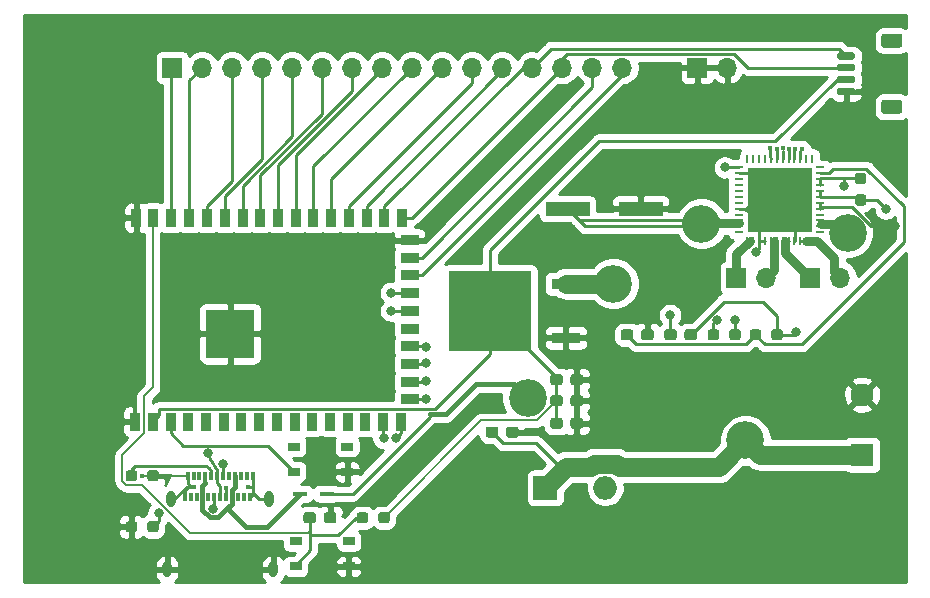
<source format=gbr>
%TF.GenerationSoftware,KiCad,Pcbnew,(5.1.9-0-10_14)*%
%TF.CreationDate,2021-04-08T19:41:26-04:00*%
%TF.ProjectId,RoboCloud,526f626f-436c-46f7-9564-2e6b69636164,rev?*%
%TF.SameCoordinates,Original*%
%TF.FileFunction,Copper,L1,Top*%
%TF.FilePolarity,Positive*%
%FSLAX46Y46*%
G04 Gerber Fmt 4.6, Leading zero omitted, Abs format (unit mm)*
G04 Created by KiCad (PCBNEW (5.1.9-0-10_14)) date 2021-04-08 19:41:26*
%MOMM*%
%LPD*%
G01*
G04 APERTURE LIST*
%TA.AperFunction,ComponentPad*%
%ADD10C,1.950000*%
%TD*%
%TA.AperFunction,ComponentPad*%
%ADD11R,1.950000X1.950000*%
%TD*%
%TA.AperFunction,SMDPad,CuDef*%
%ADD12R,0.990600X0.711200*%
%TD*%
%TA.AperFunction,ComponentPad*%
%ADD13R,2.000000X2.000000*%
%TD*%
%TA.AperFunction,ComponentPad*%
%ADD14O,2.000000X2.000000*%
%TD*%
%TA.AperFunction,SMDPad,CuDef*%
%ADD15R,4.100000X4.100000*%
%TD*%
%TA.AperFunction,SMDPad,CuDef*%
%ADD16R,0.900000X1.500000*%
%TD*%
%TA.AperFunction,SMDPad,CuDef*%
%ADD17R,1.500000X0.900000*%
%TD*%
%TA.AperFunction,ComponentPad*%
%ADD18O,1.700000X1.700000*%
%TD*%
%TA.AperFunction,ComponentPad*%
%ADD19R,1.700000X1.700000*%
%TD*%
%TA.AperFunction,SMDPad,CuDef*%
%ADD20R,3.708400X1.219200*%
%TD*%
%TA.AperFunction,SMDPad,CuDef*%
%ADD21R,1.168400X0.457200*%
%TD*%
%TA.AperFunction,ComponentPad*%
%ADD22O,0.800000X1.400000*%
%TD*%
%TA.AperFunction,SMDPad,CuDef*%
%ADD23R,0.300000X0.700000*%
%TD*%
%TA.AperFunction,SMDPad,CuDef*%
%ADD24R,0.704800X0.199200*%
%TD*%
%TA.AperFunction,SMDPad,CuDef*%
%ADD25R,0.199200X0.704800*%
%TD*%
%TA.AperFunction,SMDPad,CuDef*%
%ADD26R,5.499999X5.499999*%
%TD*%
%TA.AperFunction,SMDPad,CuDef*%
%ADD27R,2.489200X0.939800*%
%TD*%
%TA.AperFunction,SMDPad,CuDef*%
%ADD28R,6.934200X6.781800*%
%TD*%
%TA.AperFunction,ViaPad*%
%ADD29C,3.200000*%
%TD*%
%TA.AperFunction,ViaPad*%
%ADD30C,0.800000*%
%TD*%
%TA.AperFunction,ViaPad*%
%ADD31C,0.400000*%
%TD*%
%TA.AperFunction,ViaPad*%
%ADD32C,0.450000*%
%TD*%
%TA.AperFunction,Conductor*%
%ADD33C,0.250000*%
%TD*%
%TA.AperFunction,Conductor*%
%ADD34C,1.600000*%
%TD*%
%TA.AperFunction,Conductor*%
%ADD35C,0.800000*%
%TD*%
%TA.AperFunction,Conductor*%
%ADD36C,0.200000*%
%TD*%
%TA.AperFunction,Conductor*%
%ADD37C,0.400000*%
%TD*%
%TA.AperFunction,Conductor*%
%ADD38C,0.350000*%
%TD*%
%TA.AperFunction,Conductor*%
%ADD39C,0.254000*%
%TD*%
%TA.AperFunction,Conductor*%
%ADD40C,0.100000*%
%TD*%
G04 APERTURE END LIST*
D10*
%TO.P,J2,2*%
%TO.N,GND*%
X193040000Y-95758000D03*
D11*
%TO.P,J2,1*%
%TO.N,Net-(C2-Pad1)*%
X193040000Y-100838000D03*
%TD*%
%TO.P,REF\u002A\u002A,2*%
%TO.N,Net-(C5-Pad1)*%
%TA.AperFunction,SMDPad,CuDef*%
G36*
G01*
X152063000Y-106409500D02*
X152063000Y-105934500D01*
G75*
G02*
X152300500Y-105697000I237500J0D01*
G01*
X152800500Y-105697000D01*
G75*
G02*
X153038000Y-105934500I0J-237500D01*
G01*
X153038000Y-106409500D01*
G75*
G02*
X152800500Y-106647000I-237500J0D01*
G01*
X152300500Y-106647000D01*
G75*
G02*
X152063000Y-106409500I0J237500D01*
G01*
G37*
%TD.AperFunction*%
%TO.P,REF\u002A\u002A,1*%
%TO.N,SW2-Pad2*%
%TA.AperFunction,SMDPad,CuDef*%
G36*
G01*
X150238000Y-106409500D02*
X150238000Y-105934500D01*
G75*
G02*
X150475500Y-105697000I237500J0D01*
G01*
X150975500Y-105697000D01*
G75*
G02*
X151213000Y-105934500I0J-237500D01*
G01*
X151213000Y-106409500D01*
G75*
G02*
X150975500Y-106647000I-237500J0D01*
G01*
X150475500Y-106647000D01*
G75*
G02*
X150238000Y-106409500I0J237500D01*
G01*
G37*
%TD.AperFunction*%
%TD*%
%TO.P,C,2*%
%TO.N,GND*%
%TA.AperFunction,SMDPad,CuDef*%
G36*
G01*
X147454500Y-106409500D02*
X147454500Y-105934500D01*
G75*
G02*
X147692000Y-105697000I237500J0D01*
G01*
X148292000Y-105697000D01*
G75*
G02*
X148529500Y-105934500I0J-237500D01*
G01*
X148529500Y-106409500D01*
G75*
G02*
X148292000Y-106647000I-237500J0D01*
G01*
X147692000Y-106647000D01*
G75*
G02*
X147454500Y-106409500I0J237500D01*
G01*
G37*
%TD.AperFunction*%
%TO.P,C,1*%
%TO.N,SW2-Pad2*%
%TA.AperFunction,SMDPad,CuDef*%
G36*
G01*
X145729500Y-106409500D02*
X145729500Y-105934500D01*
G75*
G02*
X145967000Y-105697000I237500J0D01*
G01*
X146567000Y-105697000D01*
G75*
G02*
X146804500Y-105934500I0J-237500D01*
G01*
X146804500Y-106409500D01*
G75*
G02*
X146567000Y-106647000I-237500J0D01*
G01*
X145967000Y-106647000D01*
G75*
G02*
X145729500Y-106409500I0J237500D01*
G01*
G37*
%TD.AperFunction*%
%TD*%
D12*
%TO.P,SW1,4*%
%TO.N,N/C*%
X145069999Y-108145001D03*
%TO.P,SW1,3*%
X149570001Y-108145001D03*
%TO.P,SW1,2*%
%TO.N,SW2-Pad2*%
X145069999Y-110294999D03*
%TO.P,SW1,1*%
%TO.N,GND*%
X149570001Y-110294999D03*
%TD*%
%TO.P,REF\u002A\u002A,MP*%
%TO.N,N/C*%
%TA.AperFunction,SMDPad,CuDef*%
G36*
G01*
X196200001Y-66380000D02*
X194899999Y-66380000D01*
G75*
G02*
X194650000Y-66130001I0J249999D01*
G01*
X194650000Y-65429999D01*
G75*
G02*
X194899999Y-65180000I249999J0D01*
G01*
X196200001Y-65180000D01*
G75*
G02*
X196450000Y-65429999I0J-249999D01*
G01*
X196450000Y-66130001D01*
G75*
G02*
X196200001Y-66380000I-249999J0D01*
G01*
G37*
%TD.AperFunction*%
%TA.AperFunction,SMDPad,CuDef*%
G36*
G01*
X196200001Y-71980000D02*
X194899999Y-71980000D01*
G75*
G02*
X194650000Y-71730001I0J249999D01*
G01*
X194650000Y-71029999D01*
G75*
G02*
X194899999Y-70780000I249999J0D01*
G01*
X196200001Y-70780000D01*
G75*
G02*
X196450000Y-71029999I0J-249999D01*
G01*
X196450000Y-71730001D01*
G75*
G02*
X196200001Y-71980000I-249999J0D01*
G01*
G37*
%TD.AperFunction*%
%TO.P,REF\u002A\u002A,4*%
%TO.N,Net-(J1-Pad13)*%
%TA.AperFunction,SMDPad,CuDef*%
G36*
G01*
X192300000Y-67380000D02*
X191050000Y-67380000D01*
G75*
G02*
X190900000Y-67230000I0J150000D01*
G01*
X190900000Y-66930000D01*
G75*
G02*
X191050000Y-66780000I150000J0D01*
G01*
X192300000Y-66780000D01*
G75*
G02*
X192450000Y-66930000I0J-150000D01*
G01*
X192450000Y-67230000D01*
G75*
G02*
X192300000Y-67380000I-150000J0D01*
G01*
G37*
%TD.AperFunction*%
%TO.P,REF\u002A\u002A,3*%
%TO.N,Net-(J1-Pad14)*%
%TA.AperFunction,SMDPad,CuDef*%
G36*
G01*
X192300000Y-68380000D02*
X191050000Y-68380000D01*
G75*
G02*
X190900000Y-68230000I0J150000D01*
G01*
X190900000Y-67930000D01*
G75*
G02*
X191050000Y-67780000I150000J0D01*
G01*
X192300000Y-67780000D01*
G75*
G02*
X192450000Y-67930000I0J-150000D01*
G01*
X192450000Y-68230000D01*
G75*
G02*
X192300000Y-68380000I-150000J0D01*
G01*
G37*
%TD.AperFunction*%
%TO.P,REF\u002A\u002A,2*%
%TO.N,Net-(C5-Pad1)*%
%TA.AperFunction,SMDPad,CuDef*%
G36*
G01*
X192300000Y-69380000D02*
X191050000Y-69380000D01*
G75*
G02*
X190900000Y-69230000I0J150000D01*
G01*
X190900000Y-68930000D01*
G75*
G02*
X191050000Y-68780000I150000J0D01*
G01*
X192300000Y-68780000D01*
G75*
G02*
X192450000Y-68930000I0J-150000D01*
G01*
X192450000Y-69230000D01*
G75*
G02*
X192300000Y-69380000I-150000J0D01*
G01*
G37*
%TD.AperFunction*%
%TO.P,REF\u002A\u002A,1*%
%TO.N,GND*%
%TA.AperFunction,SMDPad,CuDef*%
G36*
G01*
X192300000Y-70380000D02*
X191050000Y-70380000D01*
G75*
G02*
X190900000Y-70230000I0J150000D01*
G01*
X190900000Y-69930000D01*
G75*
G02*
X191050000Y-69780000I150000J0D01*
G01*
X192300000Y-69780000D01*
G75*
G02*
X192450000Y-69930000I0J-150000D01*
G01*
X192450000Y-70230000D01*
G75*
G02*
X192300000Y-70380000I-150000J0D01*
G01*
G37*
%TD.AperFunction*%
%TD*%
D13*
%TO.P,D1,1*%
%TO.N,Net-(C2-Pad1)*%
X166217600Y-103632000D03*
D14*
%TO.P,D1,2*%
%TO.N,Net-(D1-Pad2)*%
X171297600Y-103632000D03*
%TD*%
D15*
%TO.P,U2,43*%
%TO.N,GND*%
X139521000Y-90598000D03*
D16*
%TO.P,U2,42*%
X131581000Y-80783000D03*
%TO.P,U2,41*%
%TO.N,SW2-Pad2*%
X132981000Y-80783000D03*
%TO.P,U2,40*%
%TO.N,Net-(J1-Pad1)*%
X134481000Y-80783000D03*
%TO.P,U2,39*%
%TO.N,Net-(J1-Pad2)*%
X136081000Y-80783000D03*
D17*
%TO.P,U2,25*%
%TO.N,Net-(J1-Pad15)*%
X154731000Y-84158000D03*
%TO.P,U2,26*%
%TO.N,GND*%
X154731000Y-82658000D03*
D16*
%TO.P,U2,27*%
%TO.N,Net-(J1-Pad14)*%
X154081000Y-80783000D03*
%TO.P,U2,28*%
%TO.N,Net-(J1-Pad13)*%
X152581000Y-80783000D03*
%TO.P,U2,29*%
%TO.N,Net-(J1-Pad12)*%
X151081000Y-80783000D03*
%TO.P,U2,30*%
%TO.N,Net-(J1-Pad11)*%
X149581000Y-80783000D03*
%TO.P,U2,31*%
%TO.N,Net-(J1-Pad10)*%
X148081000Y-80783000D03*
%TO.P,U2,32*%
%TO.N,Net-(J1-Pad9)*%
X146581000Y-80783000D03*
%TO.P,U2,33*%
%TO.N,Net-(J1-Pad8)*%
X145081000Y-80783000D03*
%TO.P,U2,34*%
%TO.N,Net-(J1-Pad7)*%
X143581000Y-80783000D03*
%TO.P,U2,35*%
%TO.N,Net-(J1-Pad6)*%
X142081000Y-80783000D03*
%TO.P,U2,36*%
%TO.N,Net-(J1-Pad5)*%
X140581000Y-80783000D03*
%TO.P,U2,37*%
%TO.N,Net-(J1-Pad4)*%
X139081000Y-80783000D03*
%TO.P,U2,38*%
%TO.N,Net-(J1-Pad3)*%
X137581000Y-80783000D03*
%TO.P,U2,14*%
%TO.N,Net-(U2-Pad14)*%
X150981000Y-98033000D03*
%TO.P,U2,13*%
%TO.N,Net-(U2-Pad13)*%
X149481000Y-98033000D03*
%TO.P,U2,12*%
%TO.N,Net-(U2-Pad12)*%
X147981000Y-98033000D03*
%TO.P,U2,11*%
%TO.N,Net-(U2-Pad11)*%
X146481000Y-98033000D03*
%TO.P,U2,10*%
%TO.N,Net-(U2-Pad10)*%
X144981000Y-98033000D03*
%TO.P,U2,9*%
%TO.N,Net-(U2-Pad9)*%
X143481000Y-98033000D03*
%TO.P,U2,8*%
%TO.N,Net-(U2-Pad8)*%
X141981000Y-98033000D03*
%TO.P,U2,7*%
%TO.N,Net-(U2-Pad7)*%
X140481000Y-98033000D03*
%TO.P,U2,6*%
%TO.N,Net-(U2-Pad6)*%
X138981000Y-98033000D03*
%TO.P,U2,5*%
%TO.N,Net-(U2-Pad5)*%
X137481000Y-98033000D03*
%TO.P,U2,4*%
%TO.N,Net-(U2-Pad4)*%
X135981000Y-98033000D03*
%TO.P,U2,3*%
%TO.N,Net-(SW1-Pad2)*%
X134481000Y-98033000D03*
%TO.P,U2,2*%
%TO.N,Net-(C5-Pad1)*%
X132981000Y-98033000D03*
D17*
%TO.P,U2,24*%
%TO.N,Net-(J1-Pad16)*%
X154731000Y-85658000D03*
%TO.P,U2,23*%
%TO.N,Net-(J3-PadA6)*%
X154731000Y-87158000D03*
%TO.P,U2,22*%
%TO.N,Net-(J3-PadA7)*%
X154731000Y-88658000D03*
%TO.P,U2,21*%
%TO.N,Net-(U2-Pad21)*%
X154731000Y-90158000D03*
%TO.P,U2,20*%
%TO.N,Net-(U1-Pad44)*%
X154731000Y-91658000D03*
%TO.P,U2,19*%
%TO.N,Net-(U1-Pad43)*%
X154731000Y-93158000D03*
%TO.P,U2,18*%
%TO.N,Net-(U1-Pad42)*%
X154731000Y-94658000D03*
%TO.P,U2,17*%
%TO.N,Net-(U1-Pad41)*%
X154731000Y-96158000D03*
D16*
%TO.P,U2,16*%
%TO.N,Net-(U1-Pad39)*%
X153981000Y-98033000D03*
%TO.P,U2,15*%
%TO.N,Net-(U1-Pad40)*%
X152481000Y-98033000D03*
%TO.P,U2,1*%
%TO.N,GND*%
X131481000Y-98033000D03*
%TD*%
D18*
%TO.P,M2,2*%
%TO.N,Net-(M2-Pad2)*%
X191198500Y-85852000D03*
D19*
%TO.P,M2,1*%
%TO.N,Net-(M2-Pad1)*%
X188658500Y-85852000D03*
%TD*%
%TO.P,C1,1*%
%TO.N,Net-(C1-Pad1)*%
%TA.AperFunction,SMDPad,CuDef*%
G36*
G01*
X172590000Y-90915500D02*
X172590000Y-90440500D01*
G75*
G02*
X172827500Y-90203000I237500J0D01*
G01*
X173427500Y-90203000D01*
G75*
G02*
X173665000Y-90440500I0J-237500D01*
G01*
X173665000Y-90915500D01*
G75*
G02*
X173427500Y-91153000I-237500J0D01*
G01*
X172827500Y-91153000D01*
G75*
G02*
X172590000Y-90915500I0J237500D01*
G01*
G37*
%TD.AperFunction*%
%TO.P,C1,2*%
%TO.N,GND*%
%TA.AperFunction,SMDPad,CuDef*%
G36*
G01*
X174315000Y-90915500D02*
X174315000Y-90440500D01*
G75*
G02*
X174552500Y-90203000I237500J0D01*
G01*
X175152500Y-90203000D01*
G75*
G02*
X175390000Y-90440500I0J-237500D01*
G01*
X175390000Y-90915500D01*
G75*
G02*
X175152500Y-91153000I-237500J0D01*
G01*
X174552500Y-91153000D01*
G75*
G02*
X174315000Y-90915500I0J237500D01*
G01*
G37*
%TD.AperFunction*%
%TD*%
D20*
%TO.P,C2,1*%
%TO.N,Net-(C2-Pad1)*%
X168097200Y-80010000D03*
%TO.P,C2,2*%
%TO.N,GND*%
X174294800Y-80010000D03*
%TD*%
%TO.P,C3,1*%
%TO.N,GND*%
%TA.AperFunction,SMDPad,CuDef*%
G36*
G01*
X163960000Y-98695500D02*
X163960000Y-99170500D01*
G75*
G02*
X163722500Y-99408000I-237500J0D01*
G01*
X163122500Y-99408000D01*
G75*
G02*
X162885000Y-99170500I0J237500D01*
G01*
X162885000Y-98695500D01*
G75*
G02*
X163122500Y-98458000I237500J0D01*
G01*
X163722500Y-98458000D01*
G75*
G02*
X163960000Y-98695500I0J-237500D01*
G01*
G37*
%TD.AperFunction*%
%TO.P,C3,2*%
%TO.N,Net-(C2-Pad1)*%
%TA.AperFunction,SMDPad,CuDef*%
G36*
G01*
X162235000Y-98695500D02*
X162235000Y-99170500D01*
G75*
G02*
X161997500Y-99408000I-237500J0D01*
G01*
X161397500Y-99408000D01*
G75*
G02*
X161160000Y-99170500I0J237500D01*
G01*
X161160000Y-98695500D01*
G75*
G02*
X161397500Y-98458000I237500J0D01*
G01*
X161997500Y-98458000D01*
G75*
G02*
X162235000Y-98695500I0J-237500D01*
G01*
G37*
%TD.AperFunction*%
%TD*%
%TO.P,C4,2*%
%TO.N,Net-(C4-Pad2)*%
%TA.AperFunction,SMDPad,CuDef*%
G36*
G01*
X177998000Y-90915500D02*
X177998000Y-90440500D01*
G75*
G02*
X178235500Y-90203000I237500J0D01*
G01*
X178835500Y-90203000D01*
G75*
G02*
X179073000Y-90440500I0J-237500D01*
G01*
X179073000Y-90915500D01*
G75*
G02*
X178835500Y-91153000I-237500J0D01*
G01*
X178235500Y-91153000D01*
G75*
G02*
X177998000Y-90915500I0J237500D01*
G01*
G37*
%TD.AperFunction*%
%TO.P,C4,1*%
%TO.N,Net-(C4-Pad1)*%
%TA.AperFunction,SMDPad,CuDef*%
G36*
G01*
X176273000Y-90915500D02*
X176273000Y-90440500D01*
G75*
G02*
X176510500Y-90203000I237500J0D01*
G01*
X177110500Y-90203000D01*
G75*
G02*
X177348000Y-90440500I0J-237500D01*
G01*
X177348000Y-90915500D01*
G75*
G02*
X177110500Y-91153000I-237500J0D01*
G01*
X176510500Y-91153000D01*
G75*
G02*
X176273000Y-90915500I0J237500D01*
G01*
G37*
%TD.AperFunction*%
%TD*%
%TO.P,C5,2*%
%TO.N,GND*%
%TA.AperFunction,SMDPad,CuDef*%
G36*
G01*
X168346000Y-98408500D02*
X168346000Y-97933500D01*
G75*
G02*
X168583500Y-97696000I237500J0D01*
G01*
X169183500Y-97696000D01*
G75*
G02*
X169421000Y-97933500I0J-237500D01*
G01*
X169421000Y-98408500D01*
G75*
G02*
X169183500Y-98646000I-237500J0D01*
G01*
X168583500Y-98646000D01*
G75*
G02*
X168346000Y-98408500I0J237500D01*
G01*
G37*
%TD.AperFunction*%
%TO.P,C5,1*%
%TO.N,Net-(C5-Pad1)*%
%TA.AperFunction,SMDPad,CuDef*%
G36*
G01*
X166621000Y-98408500D02*
X166621000Y-97933500D01*
G75*
G02*
X166858500Y-97696000I237500J0D01*
G01*
X167458500Y-97696000D01*
G75*
G02*
X167696000Y-97933500I0J-237500D01*
G01*
X167696000Y-98408500D01*
G75*
G02*
X167458500Y-98646000I-237500J0D01*
G01*
X166858500Y-98646000D01*
G75*
G02*
X166621000Y-98408500I0J237500D01*
G01*
G37*
%TD.AperFunction*%
%TD*%
%TO.P,C6,2*%
%TO.N,GND*%
%TA.AperFunction,SMDPad,CuDef*%
G36*
G01*
X168346000Y-96503500D02*
X168346000Y-96028500D01*
G75*
G02*
X168583500Y-95791000I237500J0D01*
G01*
X169183500Y-95791000D01*
G75*
G02*
X169421000Y-96028500I0J-237500D01*
G01*
X169421000Y-96503500D01*
G75*
G02*
X169183500Y-96741000I-237500J0D01*
G01*
X168583500Y-96741000D01*
G75*
G02*
X168346000Y-96503500I0J237500D01*
G01*
G37*
%TD.AperFunction*%
%TO.P,C6,1*%
%TO.N,Net-(C5-Pad1)*%
%TA.AperFunction,SMDPad,CuDef*%
G36*
G01*
X166621000Y-96503500D02*
X166621000Y-96028500D01*
G75*
G02*
X166858500Y-95791000I237500J0D01*
G01*
X167458500Y-95791000D01*
G75*
G02*
X167696000Y-96028500I0J-237500D01*
G01*
X167696000Y-96503500D01*
G75*
G02*
X167458500Y-96741000I-237500J0D01*
G01*
X166858500Y-96741000D01*
G75*
G02*
X166621000Y-96503500I0J237500D01*
G01*
G37*
%TD.AperFunction*%
%TD*%
%TO.P,C7,1*%
%TO.N,Net-(C5-Pad1)*%
%TA.AperFunction,SMDPad,CuDef*%
G36*
G01*
X166621000Y-94725500D02*
X166621000Y-94250500D01*
G75*
G02*
X166858500Y-94013000I237500J0D01*
G01*
X167458500Y-94013000D01*
G75*
G02*
X167696000Y-94250500I0J-237500D01*
G01*
X167696000Y-94725500D01*
G75*
G02*
X167458500Y-94963000I-237500J0D01*
G01*
X166858500Y-94963000D01*
G75*
G02*
X166621000Y-94725500I0J237500D01*
G01*
G37*
%TD.AperFunction*%
%TO.P,C7,2*%
%TO.N,GND*%
%TA.AperFunction,SMDPad,CuDef*%
G36*
G01*
X168346000Y-94725500D02*
X168346000Y-94250500D01*
G75*
G02*
X168583500Y-94013000I237500J0D01*
G01*
X169183500Y-94013000D01*
G75*
G02*
X169421000Y-94250500I0J-237500D01*
G01*
X169421000Y-94725500D01*
G75*
G02*
X169183500Y-94963000I-237500J0D01*
G01*
X168583500Y-94963000D01*
G75*
G02*
X168346000Y-94725500I0J237500D01*
G01*
G37*
%TD.AperFunction*%
%TD*%
D21*
%TO.P,D2,1*%
%TO.N,Net-(D2-Pad1)*%
X145427700Y-104140000D03*
%TO.P,D2,2*%
%TO.N,Net-(D1-Pad2)*%
X147688300Y-104140000D03*
%TD*%
D19*
%TO.P,PINS,1*%
%TO.N,Net-(J1-Pad1)*%
X134620000Y-68072000D03*
D18*
%TO.P,PINS,2*%
%TO.N,Net-(J1-Pad2)*%
X137160000Y-68072000D03*
%TO.P,PINS,3*%
%TO.N,Net-(J1-Pad3)*%
X139700000Y-68072000D03*
%TO.P,PINS,4*%
%TO.N,Net-(J1-Pad4)*%
X142240000Y-68072000D03*
%TO.P,PINS,5*%
%TO.N,Net-(J1-Pad5)*%
X144780000Y-68072000D03*
%TO.P,PINS,6*%
%TO.N,Net-(J1-Pad6)*%
X147320000Y-68072000D03*
%TO.P,PINS,7*%
%TO.N,Net-(J1-Pad7)*%
X149860000Y-68072000D03*
%TO.P,PINS,8*%
%TO.N,Net-(J1-Pad8)*%
X152400000Y-68072000D03*
%TO.P,PINS,9*%
%TO.N,Net-(J1-Pad9)*%
X154940000Y-68072000D03*
%TO.P,PINS,10*%
%TO.N,Net-(J1-Pad10)*%
X157480000Y-68072000D03*
%TO.P,PINS,11*%
%TO.N,Net-(J1-Pad11)*%
X160020000Y-68072000D03*
%TO.P,PINS,12*%
%TO.N,Net-(J1-Pad12)*%
X162560000Y-68072000D03*
%TO.P,PINS,13*%
%TO.N,Net-(J1-Pad13)*%
X165100000Y-68072000D03*
%TO.P,PINS,14*%
%TO.N,Net-(J1-Pad14)*%
X167640000Y-68072000D03*
%TO.P,PINS,15*%
%TO.N,Net-(J1-Pad15)*%
X170180000Y-68072000D03*
%TO.P,PINS,16*%
%TO.N,Net-(J1-Pad16)*%
X172720000Y-68072000D03*
%TD*%
D22*
%TO.P,J3,S1*%
%TO.N,GND*%
X134554000Y-104586000D03*
D23*
%TO.P,J3,A1*%
X135934000Y-102676000D03*
%TO.P,J3,A2*%
%TO.N,Net-(J3-PadA2)*%
X136434000Y-102676000D03*
%TO.P,J3,A3*%
%TO.N,Net-(J3-PadA3)*%
X136934000Y-102676000D03*
%TO.P,J3,A4*%
%TO.N,Net-(D2-Pad1)*%
X137434000Y-102676000D03*
%TO.P,J3,A5*%
%TO.N,Net-(J3-PadA5)*%
X137934000Y-102676000D03*
%TO.P,J3,A6*%
%TO.N,Net-(J3-PadA6)*%
X138434000Y-102676000D03*
%TO.P,J3,A7*%
%TO.N,Net-(J3-PadA7)*%
X138934000Y-102676000D03*
%TO.P,J3,A12*%
%TO.N,GND*%
X141434000Y-102676000D03*
%TO.P,J3,A10*%
%TO.N,Net-(J3-PadA10)*%
X140434000Y-102676000D03*
%TO.P,J3,A9*%
%TO.N,Net-(D2-Pad1)*%
X139934000Y-102676000D03*
%TO.P,J3,A8*%
%TO.N,Net-(J3-PadA8)*%
X139434000Y-102676000D03*
%TO.P,J3,A11*%
%TO.N,Net-(J3-PadA11)*%
X140934000Y-102676000D03*
%TO.P,J3,B1*%
%TO.N,GND*%
X141184000Y-104376000D03*
D22*
%TO.P,J3,S1*%
X142814000Y-104586000D03*
X143174000Y-110536000D03*
X134194000Y-110536000D03*
D23*
%TO.P,J3,B2*%
%TO.N,Net-(J3-PadB2)*%
X140684000Y-104376000D03*
%TO.P,J3,B3*%
%TO.N,Net-(J3-PadB3)*%
X140184000Y-104376000D03*
%TO.P,J3,B4*%
%TO.N,Net-(D2-Pad1)*%
X139684000Y-104376000D03*
%TO.P,J3,B5*%
%TO.N,Net-(J3-PadB5)*%
X139184000Y-104376000D03*
%TO.P,J3,B6*%
%TO.N,Net-(J3-PadA6)*%
X138684000Y-104376000D03*
%TO.P,J3,B7*%
%TO.N,Net-(J3-PadA7)*%
X138184000Y-104376000D03*
%TO.P,J3,B8*%
%TO.N,Net-(J3-PadB8)*%
X137684000Y-104376000D03*
%TO.P,J3,B9*%
%TO.N,Net-(D2-Pad1)*%
X137184000Y-104376000D03*
%TO.P,J3,B10*%
%TO.N,Net-(J3-PadB10)*%
X136684000Y-104376000D03*
%TO.P,J3,B11*%
%TO.N,Net-(J3-PadB11)*%
X136184000Y-104376000D03*
%TO.P,J3,B12*%
%TO.N,GND*%
X135684000Y-104376000D03*
%TD*%
D19*
%TO.P,GND,1*%
%TO.N,GND*%
X179070000Y-68072000D03*
D18*
%TO.P,GND,2*%
X181610000Y-68072000D03*
%TD*%
%TO.P,M1,2*%
%TO.N,Net-(M1-Pad2)*%
X184912000Y-85852000D03*
D19*
%TO.P,M1,1*%
%TO.N,Net-(M1-Pad1)*%
X182372000Y-85852000D03*
%TD*%
%TO.P,R1,1*%
%TO.N,Net-(C4-Pad1)*%
%TA.AperFunction,SMDPad,CuDef*%
G36*
G01*
X179956000Y-90915500D02*
X179956000Y-90440500D01*
G75*
G02*
X180193500Y-90203000I237500J0D01*
G01*
X180693500Y-90203000D01*
G75*
G02*
X180931000Y-90440500I0J-237500D01*
G01*
X180931000Y-90915500D01*
G75*
G02*
X180693500Y-91153000I-237500J0D01*
G01*
X180193500Y-91153000D01*
G75*
G02*
X179956000Y-90915500I0J237500D01*
G01*
G37*
%TD.AperFunction*%
%TO.P,R1,2*%
%TO.N,Net-(R1-Pad2)*%
%TA.AperFunction,SMDPad,CuDef*%
G36*
G01*
X181781000Y-90915500D02*
X181781000Y-90440500D01*
G75*
G02*
X182018500Y-90203000I237500J0D01*
G01*
X182518500Y-90203000D01*
G75*
G02*
X182756000Y-90440500I0J-237500D01*
G01*
X182756000Y-90915500D01*
G75*
G02*
X182518500Y-91153000I-237500J0D01*
G01*
X182018500Y-91153000D01*
G75*
G02*
X181781000Y-90915500I0J237500D01*
G01*
G37*
%TD.AperFunction*%
%TD*%
%TO.P,R2,1*%
%TO.N,Net-(C4-Pad2)*%
%TA.AperFunction,SMDPad,CuDef*%
G36*
G01*
X186312000Y-90440500D02*
X186312000Y-90915500D01*
G75*
G02*
X186074500Y-91153000I-237500J0D01*
G01*
X185574500Y-91153000D01*
G75*
G02*
X185337000Y-90915500I0J237500D01*
G01*
X185337000Y-90440500D01*
G75*
G02*
X185574500Y-90203000I237500J0D01*
G01*
X186074500Y-90203000D01*
G75*
G02*
X186312000Y-90440500I0J-237500D01*
G01*
G37*
%TD.AperFunction*%
%TO.P,R2,2*%
%TO.N,Net-(C1-Pad1)*%
%TA.AperFunction,SMDPad,CuDef*%
G36*
G01*
X184487000Y-90440500D02*
X184487000Y-90915500D01*
G75*
G02*
X184249500Y-91153000I-237500J0D01*
G01*
X183749500Y-91153000D01*
G75*
G02*
X183512000Y-90915500I0J237500D01*
G01*
X183512000Y-90440500D01*
G75*
G02*
X183749500Y-90203000I237500J0D01*
G01*
X184249500Y-90203000D01*
G75*
G02*
X184487000Y-90440500I0J-237500D01*
G01*
G37*
%TD.AperFunction*%
%TD*%
%TO.P,Re,2*%
%TO.N,Net-(R1-Pad2)*%
%TA.AperFunction,SMDPad,CuDef*%
G36*
G01*
X192675500Y-78784000D02*
X193150500Y-78784000D01*
G75*
G02*
X193388000Y-79021500I0J-237500D01*
G01*
X193388000Y-79521500D01*
G75*
G02*
X193150500Y-79759000I-237500J0D01*
G01*
X192675500Y-79759000D01*
G75*
G02*
X192438000Y-79521500I0J237500D01*
G01*
X192438000Y-79021500D01*
G75*
G02*
X192675500Y-78784000I237500J0D01*
G01*
G37*
%TD.AperFunction*%
%TO.P,Re,1*%
%TO.N,Net-(C4-Pad2)*%
%TA.AperFunction,SMDPad,CuDef*%
G36*
G01*
X192675500Y-76959000D02*
X193150500Y-76959000D01*
G75*
G02*
X193388000Y-77196500I0J-237500D01*
G01*
X193388000Y-77696500D01*
G75*
G02*
X193150500Y-77934000I-237500J0D01*
G01*
X192675500Y-77934000D01*
G75*
G02*
X192438000Y-77696500I0J237500D01*
G01*
X192438000Y-77196500D01*
G75*
G02*
X192675500Y-76959000I237500J0D01*
G01*
G37*
%TD.AperFunction*%
%TD*%
%TO.P,R4,1*%
%TO.N,GND*%
%TA.AperFunction,SMDPad,CuDef*%
G36*
G01*
X133480000Y-102378500D02*
X133480000Y-102853500D01*
G75*
G02*
X133242500Y-103091000I-237500J0D01*
G01*
X132742500Y-103091000D01*
G75*
G02*
X132505000Y-102853500I0J237500D01*
G01*
X132505000Y-102378500D01*
G75*
G02*
X132742500Y-102141000I237500J0D01*
G01*
X133242500Y-102141000D01*
G75*
G02*
X133480000Y-102378500I0J-237500D01*
G01*
G37*
%TD.AperFunction*%
%TO.P,R4,2*%
%TO.N,Net-(J3-PadA5)*%
%TA.AperFunction,SMDPad,CuDef*%
G36*
G01*
X131655000Y-102378500D02*
X131655000Y-102853500D01*
G75*
G02*
X131417500Y-103091000I-237500J0D01*
G01*
X130917500Y-103091000D01*
G75*
G02*
X130680000Y-102853500I0J237500D01*
G01*
X130680000Y-102378500D01*
G75*
G02*
X130917500Y-102141000I237500J0D01*
G01*
X131417500Y-102141000D01*
G75*
G02*
X131655000Y-102378500I0J-237500D01*
G01*
G37*
%TD.AperFunction*%
%TD*%
%TO.P,R5,2*%
%TO.N,Net-(J3-PadB5)*%
%TA.AperFunction,SMDPad,CuDef*%
G36*
G01*
X132505000Y-107171500D02*
X132505000Y-106696500D01*
G75*
G02*
X132742500Y-106459000I237500J0D01*
G01*
X133242500Y-106459000D01*
G75*
G02*
X133480000Y-106696500I0J-237500D01*
G01*
X133480000Y-107171500D01*
G75*
G02*
X133242500Y-107409000I-237500J0D01*
G01*
X132742500Y-107409000D01*
G75*
G02*
X132505000Y-107171500I0J237500D01*
G01*
G37*
%TD.AperFunction*%
%TO.P,R5,1*%
%TO.N,GND*%
%TA.AperFunction,SMDPad,CuDef*%
G36*
G01*
X130680000Y-107171500D02*
X130680000Y-106696500D01*
G75*
G02*
X130917500Y-106459000I237500J0D01*
G01*
X131417500Y-106459000D01*
G75*
G02*
X131655000Y-106696500I0J-237500D01*
G01*
X131655000Y-107171500D01*
G75*
G02*
X131417500Y-107409000I-237500J0D01*
G01*
X130917500Y-107409000D01*
G75*
G02*
X130680000Y-107171500I0J237500D01*
G01*
G37*
%TD.AperFunction*%
%TD*%
D12*
%TO.P,SW1,1*%
%TO.N,GND*%
X149443001Y-102293999D03*
%TO.P,SW1,2*%
%TO.N,Net-(SW1-Pad2)*%
X144942999Y-102293999D03*
%TO.P,SW1,3*%
%TO.N,N/C*%
X149443001Y-100144001D03*
%TO.P,SW1,4*%
X144942999Y-100144001D03*
%TD*%
D24*
%TO.P,U1,1*%
%TO.N,Net-(C4-Pad2)*%
X182602602Y-76498000D03*
%TO.P,U1,2*%
%TO.N,Net-(C4-Pad1)*%
X182602602Y-76997999D03*
%TO.P,U1,3*%
%TO.N,Net-(U1-Pad3)*%
X182602602Y-77498001D03*
%TO.P,U1,4*%
%TO.N,Net-(U1-Pad4)*%
X182602602Y-77998000D03*
%TO.P,U1,5*%
%TO.N,Net-(U1-Pad5)*%
X182602602Y-78497999D03*
%TO.P,U1,6*%
%TO.N,Net-(U1-Pad6)*%
X182602602Y-78998000D03*
%TO.P,U1,7*%
%TO.N,Net-(U1-Pad7)*%
X182602602Y-79498000D03*
%TO.P,U1,8*%
%TO.N,Net-(C4-Pad1)*%
X182602602Y-79998001D03*
%TO.P,U1,9*%
%TO.N,Net-(U1-Pad9)*%
X182602602Y-80498000D03*
%TO.P,U1,10*%
%TO.N,Net-(C2-Pad1)*%
X182602602Y-80997999D03*
%TO.P,U1,11*%
X182602602Y-81498001D03*
%TO.P,U1,12*%
%TO.N,Net-(U1-Pad12)*%
X182602602Y-81998000D03*
D25*
%TO.P,U1,13*%
%TO.N,Net-(M1-Pad1)*%
X183305000Y-82700398D03*
%TO.P,U1,14*%
X183804999Y-82700398D03*
%TO.P,U1,15*%
%TO.N,Net-(C4-Pad1)*%
X184305001Y-82700398D03*
%TO.P,U1,16*%
X184805000Y-82700398D03*
%TO.P,U1,17*%
%TO.N,Net-(M1-Pad2)*%
X185304999Y-82700398D03*
%TO.P,U1,18*%
X185805000Y-82700398D03*
%TO.P,U1,19*%
%TO.N,Net-(M2-Pad1)*%
X186305000Y-82700398D03*
%TO.P,U1,20*%
X186805001Y-82700398D03*
%TO.P,U1,21*%
%TO.N,Net-(C4-Pad1)*%
X187305000Y-82700398D03*
%TO.P,U1,22*%
%TO.N,Net-(M2-Pad2)*%
X187804999Y-82700398D03*
%TO.P,U1,23*%
X188305001Y-82700398D03*
%TO.P,U1,24*%
X188805000Y-82700398D03*
D24*
%TO.P,U1,25*%
%TO.N,Net-(U1-Pad25)*%
X189507398Y-81998000D03*
%TO.P,U1,26*%
%TO.N,Net-(C2-Pad1)*%
X189507398Y-81498001D03*
%TO.P,U1,27*%
X189507398Y-80997999D03*
%TO.P,U1,28*%
%TO.N,Net-(U1-Pad28)*%
X189507398Y-80498000D03*
%TO.P,U1,29*%
%TO.N,GND*%
X189507398Y-79998001D03*
%TO.P,U1,30*%
X189507398Y-79498000D03*
%TO.P,U1,31*%
%TO.N,Net-(R1-Pad2)*%
X189507398Y-78998000D03*
%TO.P,U1,32*%
X189507398Y-78497999D03*
%TO.P,U1,33*%
%TO.N,Net-(C4-Pad2)*%
X189507398Y-77998000D03*
%TO.P,U1,34*%
X189507398Y-77498001D03*
%TO.P,U1,35*%
%TO.N,Net-(C1-Pad1)*%
X189507398Y-76997999D03*
%TO.P,U1,36*%
%TO.N,Net-(U1-Pad36)*%
X189507398Y-76498000D03*
D25*
%TO.P,U1,37*%
%TO.N,Net-(U1-Pad37)*%
X188805000Y-75795602D03*
%TO.P,U1,38*%
%TO.N,Net-(U1-Pad38)*%
X188305001Y-75795602D03*
%TO.P,U1,39*%
%TO.N,Net-(U1-Pad39)*%
X187804999Y-75795602D03*
%TO.P,U1,40*%
%TO.N,Net-(U1-Pad40)*%
X187305000Y-75795602D03*
%TO.P,U1,41*%
%TO.N,Net-(U1-Pad41)*%
X186805001Y-75795602D03*
%TO.P,U1,42*%
%TO.N,Net-(U1-Pad42)*%
X186305000Y-75795602D03*
%TO.P,U1,43*%
%TO.N,Net-(U1-Pad43)*%
X185805000Y-75795602D03*
%TO.P,U1,44*%
%TO.N,Net-(U1-Pad44)*%
X185304999Y-75795602D03*
%TO.P,U1,45*%
%TO.N,Net-(U1-Pad45)*%
X184805000Y-75795602D03*
%TO.P,U1,46*%
%TO.N,Net-(U1-Pad46)*%
X184305001Y-75795602D03*
%TO.P,U1,47*%
%TO.N,Net-(U1-Pad47)*%
X183804999Y-75795602D03*
%TO.P,U1,48*%
%TO.N,Net-(U1-Pad48)*%
X183305000Y-75795602D03*
D26*
%TO.P,U1,49*%
%TO.N,Net-(C4-Pad1)*%
X186055000Y-79248000D03*
%TD*%
D27*
%TO.P,U1,1*%
%TO.N,GND*%
X167957500Y-90936001D03*
D28*
%TO.P,U1,2*%
%TO.N,Net-(C5-Pad1)*%
X161544000Y-88646000D03*
D27*
%TO.P,U1,3*%
%TO.N,Net-(D1-Pad2)*%
X167957500Y-86355999D03*
%TD*%
D29*
%TO.N,Net-(C2-Pad1)*%
X179425600Y-81280000D03*
X191820800Y-82042000D03*
X183159400Y-99631500D03*
D30*
%TO.N,Net-(C4-Pad2)*%
X181406800Y-76504800D03*
X191516000Y-78105000D03*
X187452000Y-90424000D03*
D29*
%TO.N,Net-(D1-Pad2)*%
X164719000Y-96012000D03*
X171958000Y-86360000D03*
D30*
%TO.N,Net-(J3-PadA6)*%
X137668000Y-100711000D03*
X153162000Y-87122000D03*
%TO.N,Net-(J3-PadA7)*%
X153162000Y-88646000D03*
X138049000Y-105410000D03*
X138938000Y-101600000D03*
%TO.N,Net-(J3-PadB5)*%
X133477000Y-105791000D03*
D31*
X139192000Y-103632000D03*
D30*
%TO.N,Net-(R1-Pad2)*%
X182245000Y-89408000D03*
X195051459Y-80010000D03*
%TO.N,Net-(U1-Pad39)*%
X153543000Y-99441000D03*
D32*
X187947300Y-74968100D03*
%TO.N,Net-(U1-Pad40)*%
X187337700Y-74930000D03*
D30*
X152527000Y-99441000D03*
D32*
%TO.N,Net-(U1-Pad41)*%
X186829700Y-74930000D03*
D30*
X156083000Y-96139000D03*
D32*
%TO.N,Net-(U1-Pad42)*%
X186296300Y-74891900D03*
D30*
X156083000Y-94615000D03*
D32*
%TO.N,Net-(U1-Pad43)*%
X185801000Y-74930000D03*
D30*
X156083000Y-93091000D03*
D32*
%TO.N,Net-(U1-Pad44)*%
X185229500Y-74828400D03*
D30*
X156083000Y-91694000D03*
D32*
%TO.N,GND*%
X136448800Y-103530400D03*
D30*
X195840584Y-81478394D03*
X151130000Y-93980000D03*
X176530000Y-76200000D03*
D31*
X132080000Y-102616000D03*
D30*
X160845500Y-96266000D03*
X151130000Y-99822000D03*
D32*
X141033500Y-103568500D03*
D30*
X135763000Y-94742000D03*
%TO.N,Net-(C4-Pad1)*%
X176784000Y-89027000D03*
X184023000Y-83693000D03*
X180721000Y-89408000D03*
%TD*%
D33*
%TO.N,Net-(C1-Pad1)*%
X183199490Y-91478010D02*
X183999500Y-90678000D01*
X173927510Y-91478010D02*
X183199490Y-91478010D01*
X173127500Y-90678000D02*
X173927510Y-91478010D01*
X190211510Y-76996490D02*
X189508907Y-76996490D01*
X183999500Y-90678000D02*
X184799510Y-91478010D01*
X189508907Y-76996490D02*
X189507398Y-76997999D01*
X190574010Y-76633990D02*
X190211510Y-76996490D01*
X184799510Y-91478010D02*
X187947902Y-91478010D01*
X193383500Y-76633990D02*
X190574010Y-76633990D01*
X187947902Y-91478010D02*
X196565586Y-82860326D01*
X196565586Y-82860326D02*
X196565586Y-79816076D01*
X196565586Y-79816076D02*
X193383500Y-76633990D01*
%TO.N,Net-(C2-Pad1)*%
X168097200Y-80010000D02*
X169585201Y-81498001D01*
X182549204Y-80944601D02*
X182602602Y-80997999D01*
X168097200Y-80010000D02*
X169031801Y-80944601D01*
X162637300Y-99872800D02*
X161697500Y-98933000D01*
X165455600Y-99872800D02*
X162637300Y-99872800D01*
D34*
X167982900Y-101866700D02*
X166217600Y-103632000D01*
X170102898Y-101866700D02*
X167982900Y-101866700D01*
X183159400Y-99631500D02*
X183159400Y-99631500D01*
X170337599Y-101631999D02*
X170102898Y-101866700D01*
X172257601Y-101631999D02*
X170337599Y-101631999D01*
X172492302Y-101866700D02*
X172257601Y-101631999D01*
X180924200Y-101866700D02*
X172492302Y-101866700D01*
D33*
X167449500Y-101866700D02*
X165455600Y-99872800D01*
X167982900Y-101866700D02*
X167449500Y-101866700D01*
X169031801Y-80944601D02*
X180512601Y-80944601D01*
X169585201Y-81498001D02*
X179461599Y-81498001D01*
X179453002Y-81252598D02*
X179425600Y-81280000D01*
D35*
X182602602Y-81252598D02*
X179453002Y-81252598D01*
D33*
X182602602Y-80997999D02*
X182602602Y-81252598D01*
X182602602Y-81252598D02*
X182602602Y-81498001D01*
X179425600Y-81280000D02*
X180594000Y-81280000D01*
X180594000Y-81280000D02*
X180812001Y-81498001D01*
X179425600Y-81280000D02*
X180086000Y-81280000D01*
X180695600Y-80670400D02*
X181023199Y-80997999D01*
X180086000Y-81280000D02*
X180695600Y-80670400D01*
X179425600Y-81280000D02*
X179984400Y-81280000D01*
X191820800Y-82042000D02*
X191109600Y-81330800D01*
X189585600Y-81330800D02*
X189507398Y-81252598D01*
D35*
X191109600Y-81330800D02*
X189585600Y-81330800D01*
D33*
X189507398Y-81252598D02*
X189507398Y-81498001D01*
X189507398Y-80997999D02*
X189507398Y-81252598D01*
D34*
X183159400Y-99631500D02*
X180924200Y-101866700D01*
X184365900Y-100838000D02*
X183159400Y-99631500D01*
X193040000Y-100838000D02*
X184365900Y-100838000D01*
D33*
%TO.N,Net-(C4-Pad2)*%
X189558899Y-77446500D02*
X189507398Y-77498001D01*
X189507398Y-77498001D02*
X189507398Y-77998000D01*
X185824500Y-90678000D02*
X185824500Y-89050500D01*
X185824500Y-89050500D02*
X184658000Y-87884000D01*
X181329500Y-87884000D02*
X178535500Y-90678000D01*
X184658000Y-87884000D02*
X181329500Y-87884000D01*
X187198000Y-90678000D02*
X187452000Y-90424000D01*
X185824500Y-90678000D02*
X187198000Y-90678000D01*
X191516000Y-78105000D02*
X191516000Y-77470000D01*
X191492500Y-77446500D02*
X189558899Y-77446500D01*
X191516000Y-77470000D02*
X191492500Y-77446500D01*
X192913000Y-77446500D02*
X191492500Y-77446500D01*
X181413600Y-76498000D02*
X181406800Y-76504800D01*
X182602602Y-76498000D02*
X181413600Y-76498000D01*
%TO.N,Net-(C5-Pad1)*%
X156872901Y-96957999D02*
X133547001Y-96957999D01*
X161544000Y-92286900D02*
X156872901Y-96957999D01*
X161544000Y-88646000D02*
X161544000Y-92286900D01*
X167158500Y-94488000D02*
X167158500Y-96266000D01*
X167158500Y-96266000D02*
X167158500Y-98171000D01*
X167158500Y-94260500D02*
X161544000Y-88646000D01*
X167158500Y-94488000D02*
X167158500Y-94260500D01*
X133547001Y-97444999D02*
X132757500Y-98234500D01*
X133547001Y-96957999D02*
X133547001Y-97444999D01*
X161544000Y-83514398D02*
X161544000Y-88646000D01*
X170779999Y-74278399D02*
X161544000Y-83514398D01*
X185701601Y-74278399D02*
X170779999Y-74278399D01*
X190900000Y-69080000D02*
X185701601Y-74278399D01*
X191675000Y-69080000D02*
X190900000Y-69080000D01*
D36*
X165512499Y-97912001D02*
X167158500Y-96266000D01*
X160810499Y-97912001D02*
X165512499Y-97912001D01*
X152550500Y-106172000D02*
X160810499Y-97912001D01*
D33*
%TO.N,Net-(D1-Pad2)*%
X167961501Y-86360000D02*
X167957500Y-86355999D01*
D34*
X171958000Y-86360000D02*
X167961501Y-86360000D01*
D37*
X160328705Y-94886991D02*
X163593991Y-94886991D01*
X157807687Y-97408009D02*
X160328705Y-94886991D01*
X163593991Y-94886991D02*
X164719000Y-96012000D01*
X156443989Y-97408009D02*
X157807687Y-97408009D01*
D33*
X149917002Y-104140000D02*
X147688300Y-104140000D01*
X156443989Y-97613013D02*
X149917002Y-104140000D01*
X156443989Y-97408009D02*
X156443989Y-97613013D01*
D37*
%TO.N,Net-(D2-Pad1)*%
X139934000Y-103540998D02*
X139684000Y-103790998D01*
X139684000Y-103790998D02*
X139684000Y-104376000D01*
X139934000Y-102676000D02*
X139934000Y-103540998D01*
D38*
X137434000Y-103261002D02*
X137434000Y-102676000D01*
D37*
X137184000Y-103511002D02*
X137434000Y-103261002D01*
X137184000Y-104376000D02*
X137184000Y-103511002D01*
X139684000Y-104975002D02*
X139684000Y-104376000D01*
X137827999Y-106135001D02*
X138524001Y-106135001D01*
X137184000Y-105491002D02*
X137827999Y-106135001D01*
X137184000Y-104376000D02*
X137184000Y-105491002D01*
X138524001Y-106135001D02*
X139284001Y-105375001D01*
X139284001Y-105375001D02*
X139684000Y-104975002D01*
X142633700Y-106934000D02*
X145427700Y-104140000D01*
X140843000Y-106934000D02*
X142633700Y-106934000D01*
X139284001Y-105375001D02*
X140843000Y-106934000D01*
D33*
%TO.N,Net-(J1-Pad1)*%
X134481000Y-68211000D02*
X134620000Y-68072000D01*
X134481000Y-80783000D02*
X134481000Y-68211000D01*
%TO.N,Net-(J1-Pad2)*%
X136081000Y-69151000D02*
X137160000Y-68072000D01*
X136081000Y-80783000D02*
X136081000Y-69151000D01*
%TO.N,Net-(J1-Pad3)*%
X139700000Y-77664000D02*
X139700000Y-68072000D01*
X137581000Y-79783000D02*
X139700000Y-77664000D01*
X137581000Y-80783000D02*
X137581000Y-79783000D01*
%TO.N,Net-(J1-Pad4)*%
X142240000Y-75760410D02*
X142240000Y-68072000D01*
X139081000Y-78919410D02*
X142240000Y-75760410D01*
X139081000Y-80783000D02*
X139081000Y-78919410D01*
%TO.N,Net-(J1-Pad5)*%
X144780000Y-73856820D02*
X144780000Y-68072000D01*
X140581000Y-78055820D02*
X144780000Y-73856820D01*
X140581000Y-80783000D02*
X140581000Y-78055820D01*
%TO.N,Net-(J1-Pad6)*%
X147320000Y-71953230D02*
X147320000Y-68072000D01*
X142081000Y-77192230D02*
X147320000Y-71953230D01*
X142081000Y-80783000D02*
X142081000Y-77192230D01*
%TO.N,Net-(J1-Pad7)*%
X149860000Y-70049640D02*
X149860000Y-68072000D01*
X143581000Y-76328640D02*
X149860000Y-70049640D01*
X143581000Y-80783000D02*
X143581000Y-76328640D01*
%TO.N,Net-(J1-Pad8)*%
X152400000Y-68146050D02*
X152400000Y-68072000D01*
X145081000Y-75465050D02*
X152400000Y-68146050D01*
X145081000Y-80783000D02*
X145081000Y-75465050D01*
%TO.N,Net-(J1-Pad9)*%
X146581000Y-76431000D02*
X154940000Y-68072000D01*
X146581000Y-80783000D02*
X146581000Y-76431000D01*
%TO.N,Net-(J1-Pad10)*%
X148081000Y-77471000D02*
X157480000Y-68072000D01*
X148081000Y-80783000D02*
X148081000Y-77471000D01*
%TO.N,Net-(J1-Pad11)*%
X160020000Y-69344000D02*
X160020000Y-68072000D01*
X149581000Y-79783000D02*
X160020000Y-69344000D01*
X149581000Y-80783000D02*
X149581000Y-79783000D01*
%TO.N,Net-(J1-Pad12)*%
X162560000Y-68304000D02*
X162560000Y-68072000D01*
X151081000Y-79783000D02*
X162560000Y-68304000D01*
X151081000Y-80783000D02*
X151081000Y-79783000D01*
%TO.N,Net-(J1-Pad13)*%
X164292000Y-68072000D02*
X165100000Y-68072000D01*
X152581000Y-79783000D02*
X164292000Y-68072000D01*
X152581000Y-80783000D02*
X152581000Y-79783000D01*
X166725011Y-66446989D02*
X165100000Y-68072000D01*
X191041989Y-66446989D02*
X166725011Y-66446989D01*
X191675000Y-67080000D02*
X191041989Y-66446989D01*
%TO.N,Net-(J1-Pad14)*%
X154929000Y-80783000D02*
X167640000Y-68072000D01*
X154081000Y-80783000D02*
X154929000Y-80783000D01*
X182174001Y-66896999D02*
X168053001Y-66896999D01*
X183357002Y-68080000D02*
X182174001Y-66896999D01*
X191675000Y-68080000D02*
X183357002Y-68080000D01*
X168053001Y-66896999D02*
X167640000Y-67310000D01*
%TO.N,Net-(J1-Pad15)*%
X170180000Y-69709000D02*
X170180000Y-68072000D01*
X155731000Y-84158000D02*
X170180000Y-69709000D01*
X154731000Y-84158000D02*
X155731000Y-84158000D01*
%TO.N,Net-(J1-Pad16)*%
X172720000Y-68669000D02*
X172720000Y-68072000D01*
X155731000Y-85658000D02*
X172720000Y-68669000D01*
X154731000Y-85658000D02*
X155731000Y-85658000D01*
%TO.N,Net-(J3-PadA5)*%
X137934000Y-102231947D02*
X137934000Y-102676000D01*
X137765207Y-101981000D02*
X137934000Y-102231947D01*
X137502990Y-101815990D02*
X137765207Y-101981000D01*
X131492510Y-101815990D02*
X137502990Y-101815990D01*
X131167500Y-102141000D02*
X131492510Y-101815990D01*
X131167500Y-102616000D02*
X131167500Y-102141000D01*
%TO.N,Net-(J3-PadA6)*%
X138684000Y-103511002D02*
X138434000Y-103261002D01*
X138434000Y-103261002D02*
X138434000Y-102676000D01*
X138684000Y-104376000D02*
X138684000Y-103511002D01*
X154695000Y-87122000D02*
X154731000Y-87158000D01*
X153162000Y-87122000D02*
X154695000Y-87122000D01*
X138434000Y-102169002D02*
X138434000Y-102676000D01*
X137795000Y-101219000D02*
X138434000Y-102169002D01*
X137668000Y-100711000D02*
X137795000Y-101219000D01*
%TO.N,Net-(J3-PadA7)*%
X138934000Y-101604000D02*
X138938000Y-101600000D01*
X138934000Y-102676000D02*
X138934000Y-101604000D01*
X154719000Y-88646000D02*
X154731000Y-88658000D01*
X153162000Y-88646000D02*
X154719000Y-88646000D01*
X138184000Y-104376000D02*
X138179901Y-105537000D01*
%TO.N,Net-(J3-PadB5)*%
X133477000Y-106449500D02*
X132992500Y-106934000D01*
X133477000Y-105791000D02*
X133477000Y-106449500D01*
X139158991Y-104008465D02*
X139158991Y-103632000D01*
X139184000Y-104033474D02*
X139158991Y-104008465D01*
X139184000Y-104376000D02*
X139184000Y-104033474D01*
D35*
%TO.N,Net-(M1-Pad2)*%
X185570398Y-85193602D02*
X185570398Y-82700398D01*
D33*
X185570398Y-82700398D02*
X185805000Y-82700398D01*
D35*
X184912000Y-85852000D02*
X185570398Y-85193602D01*
D33*
X185304999Y-82700398D02*
X185570398Y-82700398D01*
D35*
%TO.N,Net-(M1-Pad1)*%
X182372000Y-85852000D02*
X182372000Y-83866796D01*
D33*
X183538398Y-82700398D02*
X183804999Y-82700398D01*
D35*
X182372000Y-83866796D02*
X183538398Y-82700398D01*
D33*
X183305000Y-82700398D02*
X183538398Y-82700398D01*
%TO.N,Net-(M2-Pad1)*%
X186305000Y-82700398D02*
X186539602Y-82700398D01*
X186539602Y-82700398D02*
X186805001Y-82700398D01*
D35*
X186539602Y-83733102D02*
X188658500Y-85852000D01*
X186539602Y-82700398D02*
X186539602Y-83733102D01*
%TO.N,Net-(M2-Pad2)*%
X188305001Y-82700398D02*
X188635102Y-82700398D01*
X188635102Y-82700398D02*
X188805000Y-82700398D01*
D33*
X190690500Y-85344000D02*
X191198500Y-85852000D01*
X188305001Y-82700398D02*
X187804999Y-82700398D01*
D35*
X189242667Y-82700398D02*
X190690500Y-84148231D01*
X188635102Y-82700398D02*
X189242667Y-82700398D01*
X190690500Y-84148231D02*
X190690500Y-85344000D01*
D33*
%TO.N,Net-(R1-Pad2)*%
X189507398Y-78998000D02*
X189507398Y-78497999D01*
X192639500Y-78998000D02*
X189507398Y-78998000D01*
X192913000Y-79271500D02*
X192639500Y-78998000D01*
X182268500Y-89431500D02*
X182245000Y-89408000D01*
X182268500Y-90678000D02*
X182268500Y-89431500D01*
X194312959Y-79271500D02*
X195051459Y-80010000D01*
X192913000Y-79271500D02*
X194312959Y-79271500D01*
%TO.N,Net-(SW1-Pad2)*%
X144942999Y-102293999D02*
X142725000Y-100076000D01*
X134481000Y-99033000D02*
X134481000Y-98033000D01*
X135524000Y-100076000D02*
X134481000Y-99033000D01*
X142725000Y-100076000D02*
X135524000Y-100076000D01*
%TO.N,Net-(U1-Pad39)*%
X153981000Y-99003000D02*
X153543000Y-99441000D01*
X153981000Y-98033000D02*
X153981000Y-99003000D01*
X187804999Y-75137003D02*
X187875001Y-75067001D01*
X187804999Y-75795602D02*
X187804999Y-75137003D01*
%TO.N,Net-(U1-Pad40)*%
X152481000Y-99395000D02*
X152527000Y-99441000D01*
X152481000Y-98033000D02*
X152481000Y-99395000D01*
X187305000Y-75795602D02*
X187305000Y-75129002D01*
%TO.N,Net-(U1-Pad41)*%
X156064000Y-96158000D02*
X156083000Y-96139000D01*
X154731000Y-96158000D02*
X156064000Y-96158000D01*
X186817000Y-75668002D02*
X186817000Y-75109002D01*
X186805001Y-75680001D02*
X186817000Y-75668002D01*
X186805001Y-75795602D02*
X186805001Y-75680001D01*
%TO.N,Net-(U1-Pad42)*%
X156040000Y-94658000D02*
X156083000Y-94615000D01*
X154731000Y-94658000D02*
X156040000Y-94658000D01*
X186305000Y-75113002D02*
X186309000Y-75109002D01*
X186305000Y-75795602D02*
X186305000Y-75113002D01*
%TO.N,Net-(U1-Pad43)*%
X156016000Y-93158000D02*
X156083000Y-93091000D01*
X154731000Y-93158000D02*
X156016000Y-93158000D01*
X185805000Y-75113002D02*
X185801000Y-75109002D01*
X185805000Y-75795602D02*
X185805000Y-75113002D01*
%TO.N,Net-(U1-Pad44)*%
X156047000Y-91658000D02*
X156083000Y-91694000D01*
X154731000Y-91658000D02*
X156047000Y-91658000D01*
X185250999Y-75626001D02*
X185250999Y-74803000D01*
X185304999Y-75680001D02*
X185250999Y-75626001D01*
X185304999Y-75795602D02*
X185304999Y-75680001D01*
%TO.N,GND*%
X189507398Y-79998001D02*
X189507398Y-79834202D01*
X189507398Y-79834202D02*
X189507398Y-79498000D01*
X141184000Y-104376000D02*
X141434000Y-104126000D01*
X135944598Y-103530400D02*
X136448800Y-103530400D01*
X135684000Y-103790998D02*
X135944598Y-103530400D01*
X135684000Y-104376000D02*
X135684000Y-103790998D01*
X136203398Y-103530400D02*
X136448800Y-103530400D01*
X135934000Y-103261002D02*
X136203398Y-103530400D01*
X135934000Y-102676000D02*
X135934000Y-103261002D01*
X134796002Y-104586000D02*
X134554000Y-104586000D01*
X135851602Y-103530400D02*
X134796002Y-104586000D01*
X136448800Y-103530400D02*
X135851602Y-103530400D01*
X193825873Y-81478394D02*
X195840584Y-81478394D01*
X192181681Y-79834202D02*
X193825873Y-81478394D01*
X189507398Y-79834202D02*
X192181681Y-79834202D01*
D36*
X135934000Y-102676000D02*
X133544000Y-102676000D01*
X132992500Y-102616000D02*
X132080000Y-102616000D01*
D33*
X141963000Y-104586000D02*
X141434000Y-104057000D01*
X142814000Y-104586000D02*
X141963000Y-104586000D01*
X141434000Y-104126000D02*
X141434000Y-104057000D01*
X141053000Y-103549000D02*
X141033500Y-103568500D01*
X141434000Y-103549000D02*
X141053000Y-103549000D01*
X141434000Y-104057000D02*
X141434000Y-103549000D01*
X141434000Y-103549000D02*
X141434000Y-102676000D01*
%TO.N,Net-(C4-Pad1)*%
X180443500Y-89685500D02*
X180721000Y-89408000D01*
X180443500Y-90678000D02*
X180443500Y-89685500D01*
X184305001Y-83410999D02*
X184305001Y-82700398D01*
X184023000Y-83693000D02*
X184305001Y-83410999D01*
X176784000Y-90651500D02*
X176810500Y-90678000D01*
X176784000Y-89027000D02*
X176784000Y-90651500D01*
X183196799Y-79998001D02*
X182602602Y-79998001D01*
X183946800Y-79248000D02*
X183196799Y-79998001D01*
X186055000Y-79248000D02*
X183946800Y-79248000D01*
X183804999Y-76997999D02*
X182602602Y-76997999D01*
X186055000Y-79248000D02*
X183804999Y-76997999D01*
X183139605Y-79998001D02*
X182602602Y-79998001D01*
X184305001Y-81163397D02*
X183139605Y-79998001D01*
X184305001Y-82700398D02*
X184305001Y-81163397D01*
X187354989Y-82697811D02*
X187354989Y-80547989D01*
X187354989Y-80547989D02*
X186055000Y-79248000D01*
X187352402Y-82700398D02*
X187354989Y-82697811D01*
X187305000Y-82700398D02*
X187352402Y-82700398D01*
X184805000Y-82700398D02*
X184305001Y-82700398D01*
%TO.N,SW2-Pad2*%
X145069999Y-110294999D02*
X145069999Y-110136501D01*
X145069999Y-110136501D02*
X146267000Y-108939500D01*
X150725500Y-106172000D02*
X150146700Y-106172000D01*
X150146700Y-106172000D02*
X148659700Y-107659000D01*
X148659700Y-107659000D02*
X146267000Y-107659000D01*
X146267000Y-108939500D02*
X146267000Y-107659000D01*
D36*
X146121490Y-107434010D02*
X146267000Y-107288500D01*
X130379990Y-103076146D02*
X130694854Y-103391010D01*
X132231000Y-99023002D02*
X130379990Y-100874012D01*
X132231000Y-95885000D02*
X132231000Y-99023002D01*
X136112047Y-107434010D02*
X146121490Y-107434010D01*
X130694854Y-103391010D02*
X132069047Y-103391010D01*
X132981000Y-95135000D02*
X132231000Y-95885000D01*
X130379990Y-100874012D02*
X130379990Y-103076146D01*
X132981000Y-80783000D02*
X132981000Y-95135000D01*
X132069047Y-103391010D02*
X136112047Y-107434010D01*
D33*
X146267000Y-107659000D02*
X146267000Y-107288500D01*
X146267000Y-107288500D02*
X146267000Y-106172000D01*
%TD*%
D39*
%TO.N,GND*%
X196723000Y-64715898D02*
X196693387Y-64691595D01*
X196539851Y-64609528D01*
X196373255Y-64558992D01*
X196200001Y-64541928D01*
X194899999Y-64541928D01*
X194726745Y-64558992D01*
X194560149Y-64609528D01*
X194406613Y-64691595D01*
X194272038Y-64802038D01*
X194161595Y-64936613D01*
X194079528Y-65090149D01*
X194028992Y-65256745D01*
X194011928Y-65429999D01*
X194011928Y-66130001D01*
X194028992Y-66303255D01*
X194079528Y-66469851D01*
X194161595Y-66623387D01*
X194272038Y-66757962D01*
X194406613Y-66868405D01*
X194560149Y-66950472D01*
X194726745Y-67001008D01*
X194899999Y-67018072D01*
X196200001Y-67018072D01*
X196373255Y-67001008D01*
X196539851Y-66950472D01*
X196693387Y-66868405D01*
X196723000Y-66844102D01*
X196723000Y-70315898D01*
X196693387Y-70291595D01*
X196539851Y-70209528D01*
X196373255Y-70158992D01*
X196200001Y-70141928D01*
X194899999Y-70141928D01*
X194726745Y-70158992D01*
X194560149Y-70209528D01*
X194406613Y-70291595D01*
X194272038Y-70402038D01*
X194161595Y-70536613D01*
X194079528Y-70690149D01*
X194028992Y-70856745D01*
X194011928Y-71029999D01*
X194011928Y-71730001D01*
X194028992Y-71903255D01*
X194079528Y-72069851D01*
X194161595Y-72223387D01*
X194272038Y-72357962D01*
X194406613Y-72468405D01*
X194560149Y-72550472D01*
X194726745Y-72601008D01*
X194899999Y-72618072D01*
X196200001Y-72618072D01*
X196373255Y-72601008D01*
X196539851Y-72550472D01*
X196693387Y-72468405D01*
X196723000Y-72444102D01*
X196723000Y-78898688D01*
X193947304Y-76122993D01*
X193923501Y-76093989D01*
X193807776Y-75999016D01*
X193675747Y-75928444D01*
X193532486Y-75884987D01*
X193420833Y-75873990D01*
X193420822Y-75873990D01*
X193383500Y-75870314D01*
X193346178Y-75873990D01*
X190611332Y-75873990D01*
X190574009Y-75870314D01*
X190536686Y-75873990D01*
X190536677Y-75873990D01*
X190425024Y-75884987D01*
X190286397Y-75927038D01*
X190214292Y-75867863D01*
X190103978Y-75808898D01*
X189984280Y-75772588D01*
X189859798Y-75760328D01*
X189542672Y-75760328D01*
X189542672Y-75443202D01*
X189530412Y-75318720D01*
X189494102Y-75199022D01*
X189435137Y-75088708D01*
X189355785Y-74992017D01*
X189259094Y-74912665D01*
X189148780Y-74853700D01*
X189029082Y-74817390D01*
X188904600Y-74805130D01*
X188791732Y-74805130D01*
X188774251Y-74717247D01*
X188709422Y-74560737D01*
X188615305Y-74419882D01*
X188495518Y-74300095D01*
X188354663Y-74205978D01*
X188198153Y-74141149D01*
X188032003Y-74108100D01*
X187862597Y-74108100D01*
X187696447Y-74141149D01*
X187688490Y-74144445D01*
X187588553Y-74103049D01*
X187422403Y-74070000D01*
X187252997Y-74070000D01*
X187086847Y-74103049D01*
X187083700Y-74104353D01*
X187080553Y-74103049D01*
X186973121Y-74081680D01*
X190352341Y-70702461D01*
X190369463Y-70734494D01*
X190448815Y-70831185D01*
X190545506Y-70910537D01*
X190655820Y-70969502D01*
X190775518Y-71005812D01*
X190900000Y-71018072D01*
X191389250Y-71015000D01*
X191548000Y-70856250D01*
X191548000Y-70207000D01*
X191802000Y-70207000D01*
X191802000Y-70856250D01*
X191960750Y-71015000D01*
X192450000Y-71018072D01*
X192574482Y-71005812D01*
X192694180Y-70969502D01*
X192804494Y-70910537D01*
X192901185Y-70831185D01*
X192980537Y-70734494D01*
X193039502Y-70624180D01*
X193075812Y-70504482D01*
X193088072Y-70380000D01*
X193085000Y-70365750D01*
X192926250Y-70207000D01*
X191802000Y-70207000D01*
X191548000Y-70207000D01*
X191528000Y-70207000D01*
X191528000Y-70018072D01*
X192300000Y-70018072D01*
X192453745Y-70002929D01*
X192601582Y-69958084D01*
X192611093Y-69953000D01*
X192926250Y-69953000D01*
X193085000Y-69794250D01*
X193088072Y-69780000D01*
X193075812Y-69655518D01*
X193039502Y-69535820D01*
X193031398Y-69520658D01*
X193072929Y-69383745D01*
X193088072Y-69230000D01*
X193088072Y-68930000D01*
X193072929Y-68776255D01*
X193028084Y-68628418D01*
X193002204Y-68580000D01*
X193028084Y-68531582D01*
X193072929Y-68383745D01*
X193088072Y-68230000D01*
X193088072Y-67930000D01*
X193072929Y-67776255D01*
X193028084Y-67628418D01*
X193002204Y-67580000D01*
X193028084Y-67531582D01*
X193072929Y-67383745D01*
X193088072Y-67230000D01*
X193088072Y-66930000D01*
X193072929Y-66776255D01*
X193028084Y-66628418D01*
X192955258Y-66492171D01*
X192857251Y-66372749D01*
X192737829Y-66274742D01*
X192601582Y-66201916D01*
X192453745Y-66157071D01*
X192300000Y-66141928D01*
X191811729Y-66141928D01*
X191605792Y-65935991D01*
X191581990Y-65906988D01*
X191466265Y-65812015D01*
X191334236Y-65741443D01*
X191190975Y-65697986D01*
X191079322Y-65686989D01*
X191079311Y-65686989D01*
X191041989Y-65683313D01*
X191004667Y-65686989D01*
X166762344Y-65686989D01*
X166725011Y-65683312D01*
X166687678Y-65686989D01*
X166576025Y-65697986D01*
X166432764Y-65741443D01*
X166300735Y-65812015D01*
X166185010Y-65906988D01*
X166161212Y-65935986D01*
X165466408Y-66630790D01*
X165246260Y-66587000D01*
X164953740Y-66587000D01*
X164666842Y-66644068D01*
X164396589Y-66756010D01*
X164153368Y-66918525D01*
X163946525Y-67125368D01*
X163830000Y-67299760D01*
X163713475Y-67125368D01*
X163506632Y-66918525D01*
X163263411Y-66756010D01*
X162993158Y-66644068D01*
X162706260Y-66587000D01*
X162413740Y-66587000D01*
X162126842Y-66644068D01*
X161856589Y-66756010D01*
X161613368Y-66918525D01*
X161406525Y-67125368D01*
X161290000Y-67299760D01*
X161173475Y-67125368D01*
X160966632Y-66918525D01*
X160723411Y-66756010D01*
X160453158Y-66644068D01*
X160166260Y-66587000D01*
X159873740Y-66587000D01*
X159586842Y-66644068D01*
X159316589Y-66756010D01*
X159073368Y-66918525D01*
X158866525Y-67125368D01*
X158750000Y-67299760D01*
X158633475Y-67125368D01*
X158426632Y-66918525D01*
X158183411Y-66756010D01*
X157913158Y-66644068D01*
X157626260Y-66587000D01*
X157333740Y-66587000D01*
X157046842Y-66644068D01*
X156776589Y-66756010D01*
X156533368Y-66918525D01*
X156326525Y-67125368D01*
X156210000Y-67299760D01*
X156093475Y-67125368D01*
X155886632Y-66918525D01*
X155643411Y-66756010D01*
X155373158Y-66644068D01*
X155086260Y-66587000D01*
X154793740Y-66587000D01*
X154506842Y-66644068D01*
X154236589Y-66756010D01*
X153993368Y-66918525D01*
X153786525Y-67125368D01*
X153670000Y-67299760D01*
X153553475Y-67125368D01*
X153346632Y-66918525D01*
X153103411Y-66756010D01*
X152833158Y-66644068D01*
X152546260Y-66587000D01*
X152253740Y-66587000D01*
X151966842Y-66644068D01*
X151696589Y-66756010D01*
X151453368Y-66918525D01*
X151246525Y-67125368D01*
X151130000Y-67299760D01*
X151013475Y-67125368D01*
X150806632Y-66918525D01*
X150563411Y-66756010D01*
X150293158Y-66644068D01*
X150006260Y-66587000D01*
X149713740Y-66587000D01*
X149426842Y-66644068D01*
X149156589Y-66756010D01*
X148913368Y-66918525D01*
X148706525Y-67125368D01*
X148590000Y-67299760D01*
X148473475Y-67125368D01*
X148266632Y-66918525D01*
X148023411Y-66756010D01*
X147753158Y-66644068D01*
X147466260Y-66587000D01*
X147173740Y-66587000D01*
X146886842Y-66644068D01*
X146616589Y-66756010D01*
X146373368Y-66918525D01*
X146166525Y-67125368D01*
X146050000Y-67299760D01*
X145933475Y-67125368D01*
X145726632Y-66918525D01*
X145483411Y-66756010D01*
X145213158Y-66644068D01*
X144926260Y-66587000D01*
X144633740Y-66587000D01*
X144346842Y-66644068D01*
X144076589Y-66756010D01*
X143833368Y-66918525D01*
X143626525Y-67125368D01*
X143510000Y-67299760D01*
X143393475Y-67125368D01*
X143186632Y-66918525D01*
X142943411Y-66756010D01*
X142673158Y-66644068D01*
X142386260Y-66587000D01*
X142093740Y-66587000D01*
X141806842Y-66644068D01*
X141536589Y-66756010D01*
X141293368Y-66918525D01*
X141086525Y-67125368D01*
X140970000Y-67299760D01*
X140853475Y-67125368D01*
X140646632Y-66918525D01*
X140403411Y-66756010D01*
X140133158Y-66644068D01*
X139846260Y-66587000D01*
X139553740Y-66587000D01*
X139266842Y-66644068D01*
X138996589Y-66756010D01*
X138753368Y-66918525D01*
X138546525Y-67125368D01*
X138430000Y-67299760D01*
X138313475Y-67125368D01*
X138106632Y-66918525D01*
X137863411Y-66756010D01*
X137593158Y-66644068D01*
X137306260Y-66587000D01*
X137013740Y-66587000D01*
X136726842Y-66644068D01*
X136456589Y-66756010D01*
X136213368Y-66918525D01*
X136081513Y-67050380D01*
X136059502Y-66977820D01*
X136000537Y-66867506D01*
X135921185Y-66770815D01*
X135824494Y-66691463D01*
X135714180Y-66632498D01*
X135594482Y-66596188D01*
X135470000Y-66583928D01*
X133770000Y-66583928D01*
X133645518Y-66596188D01*
X133525820Y-66632498D01*
X133415506Y-66691463D01*
X133318815Y-66770815D01*
X133239463Y-66867506D01*
X133180498Y-66977820D01*
X133144188Y-67097518D01*
X133131928Y-67222000D01*
X133131928Y-68922000D01*
X133144188Y-69046482D01*
X133180498Y-69166180D01*
X133239463Y-69276494D01*
X133318815Y-69373185D01*
X133415506Y-69452537D01*
X133525820Y-69511502D01*
X133645518Y-69547812D01*
X133721001Y-69555246D01*
X133721000Y-79467990D01*
X133675180Y-79443498D01*
X133555482Y-79407188D01*
X133431000Y-79394928D01*
X132531000Y-79394928D01*
X132406518Y-79407188D01*
X132286820Y-79443498D01*
X132281000Y-79446609D01*
X132275180Y-79443498D01*
X132155482Y-79407188D01*
X132031000Y-79394928D01*
X131866750Y-79398000D01*
X131708000Y-79556750D01*
X131708000Y-80656000D01*
X131728000Y-80656000D01*
X131728000Y-80910000D01*
X131708000Y-80910000D01*
X131708000Y-82009250D01*
X131866750Y-82168000D01*
X132031000Y-82171072D01*
X132155482Y-82158812D01*
X132246000Y-82131354D01*
X132246001Y-94830552D01*
X131736808Y-95339746D01*
X131708762Y-95362763D01*
X131616913Y-95474681D01*
X131548663Y-95602368D01*
X131521803Y-95690913D01*
X131506635Y-95740915D01*
X131492444Y-95885000D01*
X131496000Y-95921105D01*
X131496001Y-98180000D01*
X131354000Y-98180000D01*
X131354000Y-98160000D01*
X130554750Y-98160000D01*
X130396000Y-98318750D01*
X130392928Y-98783000D01*
X130405188Y-98907482D01*
X130441498Y-99027180D01*
X130500463Y-99137494D01*
X130579815Y-99234185D01*
X130676506Y-99313537D01*
X130786820Y-99372502D01*
X130829198Y-99385357D01*
X129885798Y-100328758D01*
X129857752Y-100351775D01*
X129765903Y-100463693D01*
X129697653Y-100591380D01*
X129670570Y-100680660D01*
X129655625Y-100729927D01*
X129641434Y-100874012D01*
X129644990Y-100910117D01*
X129644991Y-103040031D01*
X129641434Y-103076146D01*
X129655625Y-103220231D01*
X129691940Y-103339942D01*
X129697654Y-103358779D01*
X129765904Y-103486466D01*
X129857753Y-103598384D01*
X129885798Y-103621400D01*
X130149595Y-103885197D01*
X130172616Y-103913248D01*
X130284534Y-104005097D01*
X130412221Y-104073347D01*
X130539920Y-104112084D01*
X130550769Y-104115375D01*
X130694854Y-104129566D01*
X130730959Y-104126010D01*
X131764601Y-104126010D01*
X132721440Y-105082849D01*
X132673063Y-105131226D01*
X132559795Y-105300744D01*
X132481774Y-105489102D01*
X132442000Y-105689061D01*
X132442000Y-105877091D01*
X132407433Y-105887577D01*
X132256058Y-105968488D01*
X132147217Y-106057812D01*
X132106185Y-106007815D01*
X132009494Y-105928463D01*
X131899180Y-105869498D01*
X131779482Y-105833188D01*
X131655000Y-105820928D01*
X131453250Y-105824000D01*
X131294500Y-105982750D01*
X131294500Y-106807000D01*
X131314500Y-106807000D01*
X131314500Y-107061000D01*
X131294500Y-107061000D01*
X131294500Y-107885250D01*
X131453250Y-108044000D01*
X131655000Y-108047072D01*
X131779482Y-108034812D01*
X131899180Y-107998502D01*
X132009494Y-107939537D01*
X132106185Y-107860185D01*
X132147217Y-107810188D01*
X132256058Y-107899512D01*
X132407433Y-107980423D01*
X132571684Y-108030248D01*
X132742500Y-108047072D01*
X133242500Y-108047072D01*
X133413316Y-108030248D01*
X133577567Y-107980423D01*
X133728942Y-107899512D01*
X133861623Y-107790623D01*
X133970512Y-107657942D01*
X134051423Y-107506567D01*
X134101248Y-107342316D01*
X134118072Y-107171500D01*
X134118072Y-106862368D01*
X134182546Y-106741747D01*
X134226003Y-106598486D01*
X134226996Y-106588406D01*
X135566793Y-107928203D01*
X135589809Y-107956248D01*
X135701727Y-108048097D01*
X135829414Y-108116347D01*
X135967962Y-108158375D01*
X136075942Y-108169010D01*
X136075951Y-108169010D01*
X136112046Y-108172565D01*
X136148141Y-108169010D01*
X143936627Y-108169010D01*
X143936627Y-108500601D01*
X143948887Y-108625083D01*
X143985197Y-108744781D01*
X144044162Y-108855095D01*
X144123514Y-108951786D01*
X144220205Y-109031138D01*
X144330519Y-109090103D01*
X144450217Y-109126413D01*
X144574699Y-109138673D01*
X144993026Y-109138673D01*
X144830372Y-109301327D01*
X144574699Y-109301327D01*
X144450217Y-109313587D01*
X144330519Y-109349897D01*
X144220205Y-109408862D01*
X144123514Y-109488214D01*
X144044162Y-109584905D01*
X144018518Y-109632881D01*
X143964013Y-109555388D01*
X143816052Y-109414342D01*
X143643418Y-109304872D01*
X143460123Y-109241334D01*
X143301000Y-109369002D01*
X143301000Y-110409000D01*
X143321000Y-110409000D01*
X143321000Y-110663000D01*
X143301000Y-110663000D01*
X143301000Y-110683000D01*
X143047000Y-110683000D01*
X143047000Y-110663000D01*
X142139000Y-110663000D01*
X142139000Y-110963000D01*
X142183664Y-111162478D01*
X142266386Y-111349410D01*
X142383987Y-111516612D01*
X142506081Y-111633000D01*
X134861919Y-111633000D01*
X134984013Y-111516612D01*
X135101614Y-111349410D01*
X135184336Y-111162478D01*
X135229000Y-110963000D01*
X135229000Y-110663000D01*
X134321000Y-110663000D01*
X134321000Y-110683000D01*
X134067000Y-110683000D01*
X134067000Y-110663000D01*
X133159000Y-110663000D01*
X133159000Y-110963000D01*
X133203664Y-111162478D01*
X133286386Y-111349410D01*
X133403987Y-111516612D01*
X133526081Y-111633000D01*
X122047000Y-111633000D01*
X122047000Y-110109000D01*
X133159000Y-110109000D01*
X133159000Y-110409000D01*
X134067000Y-110409000D01*
X134067000Y-109369002D01*
X134321000Y-109369002D01*
X134321000Y-110409000D01*
X135229000Y-110409000D01*
X135229000Y-110109000D01*
X142139000Y-110109000D01*
X142139000Y-110409000D01*
X143047000Y-110409000D01*
X143047000Y-109369002D01*
X142887877Y-109241334D01*
X142704582Y-109304872D01*
X142531948Y-109414342D01*
X142383987Y-109555388D01*
X142266386Y-109722590D01*
X142183664Y-109909522D01*
X142139000Y-110109000D01*
X135229000Y-110109000D01*
X135184336Y-109909522D01*
X135101614Y-109722590D01*
X134984013Y-109555388D01*
X134836052Y-109414342D01*
X134663418Y-109304872D01*
X134480123Y-109241334D01*
X134321000Y-109369002D01*
X134067000Y-109369002D01*
X133907877Y-109241334D01*
X133724582Y-109304872D01*
X133551948Y-109414342D01*
X133403987Y-109555388D01*
X133286386Y-109722590D01*
X133203664Y-109909522D01*
X133159000Y-110109000D01*
X122047000Y-110109000D01*
X122047000Y-107409000D01*
X130041928Y-107409000D01*
X130054188Y-107533482D01*
X130090498Y-107653180D01*
X130149463Y-107763494D01*
X130228815Y-107860185D01*
X130325506Y-107939537D01*
X130435820Y-107998502D01*
X130555518Y-108034812D01*
X130680000Y-108047072D01*
X130881750Y-108044000D01*
X131040500Y-107885250D01*
X131040500Y-107061000D01*
X130203750Y-107061000D01*
X130045000Y-107219750D01*
X130041928Y-107409000D01*
X122047000Y-107409000D01*
X122047000Y-106459000D01*
X130041928Y-106459000D01*
X130045000Y-106648250D01*
X130203750Y-106807000D01*
X131040500Y-106807000D01*
X131040500Y-105982750D01*
X130881750Y-105824000D01*
X130680000Y-105820928D01*
X130555518Y-105833188D01*
X130435820Y-105869498D01*
X130325506Y-105928463D01*
X130228815Y-106007815D01*
X130149463Y-106104506D01*
X130090498Y-106214820D01*
X130054188Y-106334518D01*
X130041928Y-106459000D01*
X122047000Y-106459000D01*
X122047000Y-97283000D01*
X130392928Y-97283000D01*
X130396000Y-97747250D01*
X130554750Y-97906000D01*
X131354000Y-97906000D01*
X131354000Y-96806750D01*
X131195250Y-96648000D01*
X131031000Y-96644928D01*
X130906518Y-96657188D01*
X130786820Y-96693498D01*
X130676506Y-96752463D01*
X130579815Y-96831815D01*
X130500463Y-96928506D01*
X130441498Y-97038820D01*
X130405188Y-97158518D01*
X130392928Y-97283000D01*
X122047000Y-97283000D01*
X122047000Y-81533000D01*
X130492928Y-81533000D01*
X130505188Y-81657482D01*
X130541498Y-81777180D01*
X130600463Y-81887494D01*
X130679815Y-81984185D01*
X130776506Y-82063537D01*
X130886820Y-82122502D01*
X131006518Y-82158812D01*
X131131000Y-82171072D01*
X131295250Y-82168000D01*
X131454000Y-82009250D01*
X131454000Y-80910000D01*
X130654750Y-80910000D01*
X130496000Y-81068750D01*
X130492928Y-81533000D01*
X122047000Y-81533000D01*
X122047000Y-80033000D01*
X130492928Y-80033000D01*
X130496000Y-80497250D01*
X130654750Y-80656000D01*
X131454000Y-80656000D01*
X131454000Y-79556750D01*
X131295250Y-79398000D01*
X131131000Y-79394928D01*
X131006518Y-79407188D01*
X130886820Y-79443498D01*
X130776506Y-79502463D01*
X130679815Y-79581815D01*
X130600463Y-79678506D01*
X130541498Y-79788820D01*
X130505188Y-79908518D01*
X130492928Y-80033000D01*
X122047000Y-80033000D01*
X122047000Y-63627000D01*
X196723000Y-63627000D01*
X196723000Y-64715898D01*
%TA.AperFunction,Conductor*%
D40*
G36*
X196723000Y-64715898D02*
G01*
X196693387Y-64691595D01*
X196539851Y-64609528D01*
X196373255Y-64558992D01*
X196200001Y-64541928D01*
X194899999Y-64541928D01*
X194726745Y-64558992D01*
X194560149Y-64609528D01*
X194406613Y-64691595D01*
X194272038Y-64802038D01*
X194161595Y-64936613D01*
X194079528Y-65090149D01*
X194028992Y-65256745D01*
X194011928Y-65429999D01*
X194011928Y-66130001D01*
X194028992Y-66303255D01*
X194079528Y-66469851D01*
X194161595Y-66623387D01*
X194272038Y-66757962D01*
X194406613Y-66868405D01*
X194560149Y-66950472D01*
X194726745Y-67001008D01*
X194899999Y-67018072D01*
X196200001Y-67018072D01*
X196373255Y-67001008D01*
X196539851Y-66950472D01*
X196693387Y-66868405D01*
X196723000Y-66844102D01*
X196723000Y-70315898D01*
X196693387Y-70291595D01*
X196539851Y-70209528D01*
X196373255Y-70158992D01*
X196200001Y-70141928D01*
X194899999Y-70141928D01*
X194726745Y-70158992D01*
X194560149Y-70209528D01*
X194406613Y-70291595D01*
X194272038Y-70402038D01*
X194161595Y-70536613D01*
X194079528Y-70690149D01*
X194028992Y-70856745D01*
X194011928Y-71029999D01*
X194011928Y-71730001D01*
X194028992Y-71903255D01*
X194079528Y-72069851D01*
X194161595Y-72223387D01*
X194272038Y-72357962D01*
X194406613Y-72468405D01*
X194560149Y-72550472D01*
X194726745Y-72601008D01*
X194899999Y-72618072D01*
X196200001Y-72618072D01*
X196373255Y-72601008D01*
X196539851Y-72550472D01*
X196693387Y-72468405D01*
X196723000Y-72444102D01*
X196723000Y-78898688D01*
X193947304Y-76122993D01*
X193923501Y-76093989D01*
X193807776Y-75999016D01*
X193675747Y-75928444D01*
X193532486Y-75884987D01*
X193420833Y-75873990D01*
X193420822Y-75873990D01*
X193383500Y-75870314D01*
X193346178Y-75873990D01*
X190611332Y-75873990D01*
X190574009Y-75870314D01*
X190536686Y-75873990D01*
X190536677Y-75873990D01*
X190425024Y-75884987D01*
X190286397Y-75927038D01*
X190214292Y-75867863D01*
X190103978Y-75808898D01*
X189984280Y-75772588D01*
X189859798Y-75760328D01*
X189542672Y-75760328D01*
X189542672Y-75443202D01*
X189530412Y-75318720D01*
X189494102Y-75199022D01*
X189435137Y-75088708D01*
X189355785Y-74992017D01*
X189259094Y-74912665D01*
X189148780Y-74853700D01*
X189029082Y-74817390D01*
X188904600Y-74805130D01*
X188791732Y-74805130D01*
X188774251Y-74717247D01*
X188709422Y-74560737D01*
X188615305Y-74419882D01*
X188495518Y-74300095D01*
X188354663Y-74205978D01*
X188198153Y-74141149D01*
X188032003Y-74108100D01*
X187862597Y-74108100D01*
X187696447Y-74141149D01*
X187688490Y-74144445D01*
X187588553Y-74103049D01*
X187422403Y-74070000D01*
X187252997Y-74070000D01*
X187086847Y-74103049D01*
X187083700Y-74104353D01*
X187080553Y-74103049D01*
X186973121Y-74081680D01*
X190352341Y-70702461D01*
X190369463Y-70734494D01*
X190448815Y-70831185D01*
X190545506Y-70910537D01*
X190655820Y-70969502D01*
X190775518Y-71005812D01*
X190900000Y-71018072D01*
X191389250Y-71015000D01*
X191548000Y-70856250D01*
X191548000Y-70207000D01*
X191802000Y-70207000D01*
X191802000Y-70856250D01*
X191960750Y-71015000D01*
X192450000Y-71018072D01*
X192574482Y-71005812D01*
X192694180Y-70969502D01*
X192804494Y-70910537D01*
X192901185Y-70831185D01*
X192980537Y-70734494D01*
X193039502Y-70624180D01*
X193075812Y-70504482D01*
X193088072Y-70380000D01*
X193085000Y-70365750D01*
X192926250Y-70207000D01*
X191802000Y-70207000D01*
X191548000Y-70207000D01*
X191528000Y-70207000D01*
X191528000Y-70018072D01*
X192300000Y-70018072D01*
X192453745Y-70002929D01*
X192601582Y-69958084D01*
X192611093Y-69953000D01*
X192926250Y-69953000D01*
X193085000Y-69794250D01*
X193088072Y-69780000D01*
X193075812Y-69655518D01*
X193039502Y-69535820D01*
X193031398Y-69520658D01*
X193072929Y-69383745D01*
X193088072Y-69230000D01*
X193088072Y-68930000D01*
X193072929Y-68776255D01*
X193028084Y-68628418D01*
X193002204Y-68580000D01*
X193028084Y-68531582D01*
X193072929Y-68383745D01*
X193088072Y-68230000D01*
X193088072Y-67930000D01*
X193072929Y-67776255D01*
X193028084Y-67628418D01*
X193002204Y-67580000D01*
X193028084Y-67531582D01*
X193072929Y-67383745D01*
X193088072Y-67230000D01*
X193088072Y-66930000D01*
X193072929Y-66776255D01*
X193028084Y-66628418D01*
X192955258Y-66492171D01*
X192857251Y-66372749D01*
X192737829Y-66274742D01*
X192601582Y-66201916D01*
X192453745Y-66157071D01*
X192300000Y-66141928D01*
X191811729Y-66141928D01*
X191605792Y-65935991D01*
X191581990Y-65906988D01*
X191466265Y-65812015D01*
X191334236Y-65741443D01*
X191190975Y-65697986D01*
X191079322Y-65686989D01*
X191079311Y-65686989D01*
X191041989Y-65683313D01*
X191004667Y-65686989D01*
X166762344Y-65686989D01*
X166725011Y-65683312D01*
X166687678Y-65686989D01*
X166576025Y-65697986D01*
X166432764Y-65741443D01*
X166300735Y-65812015D01*
X166185010Y-65906988D01*
X166161212Y-65935986D01*
X165466408Y-66630790D01*
X165246260Y-66587000D01*
X164953740Y-66587000D01*
X164666842Y-66644068D01*
X164396589Y-66756010D01*
X164153368Y-66918525D01*
X163946525Y-67125368D01*
X163830000Y-67299760D01*
X163713475Y-67125368D01*
X163506632Y-66918525D01*
X163263411Y-66756010D01*
X162993158Y-66644068D01*
X162706260Y-66587000D01*
X162413740Y-66587000D01*
X162126842Y-66644068D01*
X161856589Y-66756010D01*
X161613368Y-66918525D01*
X161406525Y-67125368D01*
X161290000Y-67299760D01*
X161173475Y-67125368D01*
X160966632Y-66918525D01*
X160723411Y-66756010D01*
X160453158Y-66644068D01*
X160166260Y-66587000D01*
X159873740Y-66587000D01*
X159586842Y-66644068D01*
X159316589Y-66756010D01*
X159073368Y-66918525D01*
X158866525Y-67125368D01*
X158750000Y-67299760D01*
X158633475Y-67125368D01*
X158426632Y-66918525D01*
X158183411Y-66756010D01*
X157913158Y-66644068D01*
X157626260Y-66587000D01*
X157333740Y-66587000D01*
X157046842Y-66644068D01*
X156776589Y-66756010D01*
X156533368Y-66918525D01*
X156326525Y-67125368D01*
X156210000Y-67299760D01*
X156093475Y-67125368D01*
X155886632Y-66918525D01*
X155643411Y-66756010D01*
X155373158Y-66644068D01*
X155086260Y-66587000D01*
X154793740Y-66587000D01*
X154506842Y-66644068D01*
X154236589Y-66756010D01*
X153993368Y-66918525D01*
X153786525Y-67125368D01*
X153670000Y-67299760D01*
X153553475Y-67125368D01*
X153346632Y-66918525D01*
X153103411Y-66756010D01*
X152833158Y-66644068D01*
X152546260Y-66587000D01*
X152253740Y-66587000D01*
X151966842Y-66644068D01*
X151696589Y-66756010D01*
X151453368Y-66918525D01*
X151246525Y-67125368D01*
X151130000Y-67299760D01*
X151013475Y-67125368D01*
X150806632Y-66918525D01*
X150563411Y-66756010D01*
X150293158Y-66644068D01*
X150006260Y-66587000D01*
X149713740Y-66587000D01*
X149426842Y-66644068D01*
X149156589Y-66756010D01*
X148913368Y-66918525D01*
X148706525Y-67125368D01*
X148590000Y-67299760D01*
X148473475Y-67125368D01*
X148266632Y-66918525D01*
X148023411Y-66756010D01*
X147753158Y-66644068D01*
X147466260Y-66587000D01*
X147173740Y-66587000D01*
X146886842Y-66644068D01*
X146616589Y-66756010D01*
X146373368Y-66918525D01*
X146166525Y-67125368D01*
X146050000Y-67299760D01*
X145933475Y-67125368D01*
X145726632Y-66918525D01*
X145483411Y-66756010D01*
X145213158Y-66644068D01*
X144926260Y-66587000D01*
X144633740Y-66587000D01*
X144346842Y-66644068D01*
X144076589Y-66756010D01*
X143833368Y-66918525D01*
X143626525Y-67125368D01*
X143510000Y-67299760D01*
X143393475Y-67125368D01*
X143186632Y-66918525D01*
X142943411Y-66756010D01*
X142673158Y-66644068D01*
X142386260Y-66587000D01*
X142093740Y-66587000D01*
X141806842Y-66644068D01*
X141536589Y-66756010D01*
X141293368Y-66918525D01*
X141086525Y-67125368D01*
X140970000Y-67299760D01*
X140853475Y-67125368D01*
X140646632Y-66918525D01*
X140403411Y-66756010D01*
X140133158Y-66644068D01*
X139846260Y-66587000D01*
X139553740Y-66587000D01*
X139266842Y-66644068D01*
X138996589Y-66756010D01*
X138753368Y-66918525D01*
X138546525Y-67125368D01*
X138430000Y-67299760D01*
X138313475Y-67125368D01*
X138106632Y-66918525D01*
X137863411Y-66756010D01*
X137593158Y-66644068D01*
X137306260Y-66587000D01*
X137013740Y-66587000D01*
X136726842Y-66644068D01*
X136456589Y-66756010D01*
X136213368Y-66918525D01*
X136081513Y-67050380D01*
X136059502Y-66977820D01*
X136000537Y-66867506D01*
X135921185Y-66770815D01*
X135824494Y-66691463D01*
X135714180Y-66632498D01*
X135594482Y-66596188D01*
X135470000Y-66583928D01*
X133770000Y-66583928D01*
X133645518Y-66596188D01*
X133525820Y-66632498D01*
X133415506Y-66691463D01*
X133318815Y-66770815D01*
X133239463Y-66867506D01*
X133180498Y-66977820D01*
X133144188Y-67097518D01*
X133131928Y-67222000D01*
X133131928Y-68922000D01*
X133144188Y-69046482D01*
X133180498Y-69166180D01*
X133239463Y-69276494D01*
X133318815Y-69373185D01*
X133415506Y-69452537D01*
X133525820Y-69511502D01*
X133645518Y-69547812D01*
X133721001Y-69555246D01*
X133721000Y-79467990D01*
X133675180Y-79443498D01*
X133555482Y-79407188D01*
X133431000Y-79394928D01*
X132531000Y-79394928D01*
X132406518Y-79407188D01*
X132286820Y-79443498D01*
X132281000Y-79446609D01*
X132275180Y-79443498D01*
X132155482Y-79407188D01*
X132031000Y-79394928D01*
X131866750Y-79398000D01*
X131708000Y-79556750D01*
X131708000Y-80656000D01*
X131728000Y-80656000D01*
X131728000Y-80910000D01*
X131708000Y-80910000D01*
X131708000Y-82009250D01*
X131866750Y-82168000D01*
X132031000Y-82171072D01*
X132155482Y-82158812D01*
X132246000Y-82131354D01*
X132246001Y-94830552D01*
X131736808Y-95339746D01*
X131708762Y-95362763D01*
X131616913Y-95474681D01*
X131548663Y-95602368D01*
X131521803Y-95690913D01*
X131506635Y-95740915D01*
X131492444Y-95885000D01*
X131496000Y-95921105D01*
X131496001Y-98180000D01*
X131354000Y-98180000D01*
X131354000Y-98160000D01*
X130554750Y-98160000D01*
X130396000Y-98318750D01*
X130392928Y-98783000D01*
X130405188Y-98907482D01*
X130441498Y-99027180D01*
X130500463Y-99137494D01*
X130579815Y-99234185D01*
X130676506Y-99313537D01*
X130786820Y-99372502D01*
X130829198Y-99385357D01*
X129885798Y-100328758D01*
X129857752Y-100351775D01*
X129765903Y-100463693D01*
X129697653Y-100591380D01*
X129670570Y-100680660D01*
X129655625Y-100729927D01*
X129641434Y-100874012D01*
X129644990Y-100910117D01*
X129644991Y-103040031D01*
X129641434Y-103076146D01*
X129655625Y-103220231D01*
X129691940Y-103339942D01*
X129697654Y-103358779D01*
X129765904Y-103486466D01*
X129857753Y-103598384D01*
X129885798Y-103621400D01*
X130149595Y-103885197D01*
X130172616Y-103913248D01*
X130284534Y-104005097D01*
X130412221Y-104073347D01*
X130539920Y-104112084D01*
X130550769Y-104115375D01*
X130694854Y-104129566D01*
X130730959Y-104126010D01*
X131764601Y-104126010D01*
X132721440Y-105082849D01*
X132673063Y-105131226D01*
X132559795Y-105300744D01*
X132481774Y-105489102D01*
X132442000Y-105689061D01*
X132442000Y-105877091D01*
X132407433Y-105887577D01*
X132256058Y-105968488D01*
X132147217Y-106057812D01*
X132106185Y-106007815D01*
X132009494Y-105928463D01*
X131899180Y-105869498D01*
X131779482Y-105833188D01*
X131655000Y-105820928D01*
X131453250Y-105824000D01*
X131294500Y-105982750D01*
X131294500Y-106807000D01*
X131314500Y-106807000D01*
X131314500Y-107061000D01*
X131294500Y-107061000D01*
X131294500Y-107885250D01*
X131453250Y-108044000D01*
X131655000Y-108047072D01*
X131779482Y-108034812D01*
X131899180Y-107998502D01*
X132009494Y-107939537D01*
X132106185Y-107860185D01*
X132147217Y-107810188D01*
X132256058Y-107899512D01*
X132407433Y-107980423D01*
X132571684Y-108030248D01*
X132742500Y-108047072D01*
X133242500Y-108047072D01*
X133413316Y-108030248D01*
X133577567Y-107980423D01*
X133728942Y-107899512D01*
X133861623Y-107790623D01*
X133970512Y-107657942D01*
X134051423Y-107506567D01*
X134101248Y-107342316D01*
X134118072Y-107171500D01*
X134118072Y-106862368D01*
X134182546Y-106741747D01*
X134226003Y-106598486D01*
X134226996Y-106588406D01*
X135566793Y-107928203D01*
X135589809Y-107956248D01*
X135701727Y-108048097D01*
X135829414Y-108116347D01*
X135967962Y-108158375D01*
X136075942Y-108169010D01*
X136075951Y-108169010D01*
X136112046Y-108172565D01*
X136148141Y-108169010D01*
X143936627Y-108169010D01*
X143936627Y-108500601D01*
X143948887Y-108625083D01*
X143985197Y-108744781D01*
X144044162Y-108855095D01*
X144123514Y-108951786D01*
X144220205Y-109031138D01*
X144330519Y-109090103D01*
X144450217Y-109126413D01*
X144574699Y-109138673D01*
X144993026Y-109138673D01*
X144830372Y-109301327D01*
X144574699Y-109301327D01*
X144450217Y-109313587D01*
X144330519Y-109349897D01*
X144220205Y-109408862D01*
X144123514Y-109488214D01*
X144044162Y-109584905D01*
X144018518Y-109632881D01*
X143964013Y-109555388D01*
X143816052Y-109414342D01*
X143643418Y-109304872D01*
X143460123Y-109241334D01*
X143301000Y-109369002D01*
X143301000Y-110409000D01*
X143321000Y-110409000D01*
X143321000Y-110663000D01*
X143301000Y-110663000D01*
X143301000Y-110683000D01*
X143047000Y-110683000D01*
X143047000Y-110663000D01*
X142139000Y-110663000D01*
X142139000Y-110963000D01*
X142183664Y-111162478D01*
X142266386Y-111349410D01*
X142383987Y-111516612D01*
X142506081Y-111633000D01*
X134861919Y-111633000D01*
X134984013Y-111516612D01*
X135101614Y-111349410D01*
X135184336Y-111162478D01*
X135229000Y-110963000D01*
X135229000Y-110663000D01*
X134321000Y-110663000D01*
X134321000Y-110683000D01*
X134067000Y-110683000D01*
X134067000Y-110663000D01*
X133159000Y-110663000D01*
X133159000Y-110963000D01*
X133203664Y-111162478D01*
X133286386Y-111349410D01*
X133403987Y-111516612D01*
X133526081Y-111633000D01*
X122047000Y-111633000D01*
X122047000Y-110109000D01*
X133159000Y-110109000D01*
X133159000Y-110409000D01*
X134067000Y-110409000D01*
X134067000Y-109369002D01*
X134321000Y-109369002D01*
X134321000Y-110409000D01*
X135229000Y-110409000D01*
X135229000Y-110109000D01*
X142139000Y-110109000D01*
X142139000Y-110409000D01*
X143047000Y-110409000D01*
X143047000Y-109369002D01*
X142887877Y-109241334D01*
X142704582Y-109304872D01*
X142531948Y-109414342D01*
X142383987Y-109555388D01*
X142266386Y-109722590D01*
X142183664Y-109909522D01*
X142139000Y-110109000D01*
X135229000Y-110109000D01*
X135184336Y-109909522D01*
X135101614Y-109722590D01*
X134984013Y-109555388D01*
X134836052Y-109414342D01*
X134663418Y-109304872D01*
X134480123Y-109241334D01*
X134321000Y-109369002D01*
X134067000Y-109369002D01*
X133907877Y-109241334D01*
X133724582Y-109304872D01*
X133551948Y-109414342D01*
X133403987Y-109555388D01*
X133286386Y-109722590D01*
X133203664Y-109909522D01*
X133159000Y-110109000D01*
X122047000Y-110109000D01*
X122047000Y-107409000D01*
X130041928Y-107409000D01*
X130054188Y-107533482D01*
X130090498Y-107653180D01*
X130149463Y-107763494D01*
X130228815Y-107860185D01*
X130325506Y-107939537D01*
X130435820Y-107998502D01*
X130555518Y-108034812D01*
X130680000Y-108047072D01*
X130881750Y-108044000D01*
X131040500Y-107885250D01*
X131040500Y-107061000D01*
X130203750Y-107061000D01*
X130045000Y-107219750D01*
X130041928Y-107409000D01*
X122047000Y-107409000D01*
X122047000Y-106459000D01*
X130041928Y-106459000D01*
X130045000Y-106648250D01*
X130203750Y-106807000D01*
X131040500Y-106807000D01*
X131040500Y-105982750D01*
X130881750Y-105824000D01*
X130680000Y-105820928D01*
X130555518Y-105833188D01*
X130435820Y-105869498D01*
X130325506Y-105928463D01*
X130228815Y-106007815D01*
X130149463Y-106104506D01*
X130090498Y-106214820D01*
X130054188Y-106334518D01*
X130041928Y-106459000D01*
X122047000Y-106459000D01*
X122047000Y-97283000D01*
X130392928Y-97283000D01*
X130396000Y-97747250D01*
X130554750Y-97906000D01*
X131354000Y-97906000D01*
X131354000Y-96806750D01*
X131195250Y-96648000D01*
X131031000Y-96644928D01*
X130906518Y-96657188D01*
X130786820Y-96693498D01*
X130676506Y-96752463D01*
X130579815Y-96831815D01*
X130500463Y-96928506D01*
X130441498Y-97038820D01*
X130405188Y-97158518D01*
X130392928Y-97283000D01*
X122047000Y-97283000D01*
X122047000Y-81533000D01*
X130492928Y-81533000D01*
X130505188Y-81657482D01*
X130541498Y-81777180D01*
X130600463Y-81887494D01*
X130679815Y-81984185D01*
X130776506Y-82063537D01*
X130886820Y-82122502D01*
X131006518Y-82158812D01*
X131131000Y-82171072D01*
X131295250Y-82168000D01*
X131454000Y-82009250D01*
X131454000Y-80910000D01*
X130654750Y-80910000D01*
X130496000Y-81068750D01*
X130492928Y-81533000D01*
X122047000Y-81533000D01*
X122047000Y-80033000D01*
X130492928Y-80033000D01*
X130496000Y-80497250D01*
X130654750Y-80656000D01*
X131454000Y-80656000D01*
X131454000Y-79556750D01*
X131295250Y-79398000D01*
X131131000Y-79394928D01*
X131006518Y-79407188D01*
X130886820Y-79443498D01*
X130776506Y-79502463D01*
X130679815Y-79581815D01*
X130600463Y-79678506D01*
X130541498Y-79788820D01*
X130505188Y-79908518D01*
X130492928Y-80033000D01*
X122047000Y-80033000D01*
X122047000Y-63627000D01*
X196723000Y-63627000D01*
X196723000Y-64715898D01*
G37*
%TD.AperFunction*%
D39*
X165604928Y-80619600D02*
X165617188Y-80744082D01*
X165653498Y-80863780D01*
X165712463Y-80974094D01*
X165791815Y-81070785D01*
X165888506Y-81150137D01*
X165998820Y-81209102D01*
X166118518Y-81245412D01*
X166243000Y-81257672D01*
X168270070Y-81257672D01*
X168468006Y-81455609D01*
X168491800Y-81484602D01*
X168520793Y-81508396D01*
X168520797Y-81508400D01*
X168520805Y-81508406D01*
X169021402Y-82009004D01*
X169045200Y-82038002D01*
X169160925Y-82132975D01*
X169292954Y-82203547D01*
X169436215Y-82247004D01*
X169547868Y-82258001D01*
X169547877Y-82258001D01*
X169585200Y-82261677D01*
X169622523Y-82258001D01*
X177411555Y-82258001D01*
X177444969Y-82338669D01*
X177689562Y-82704729D01*
X178000871Y-83016038D01*
X178366931Y-83260631D01*
X178773675Y-83429110D01*
X179205472Y-83515000D01*
X179645728Y-83515000D01*
X180077525Y-83429110D01*
X180484269Y-83260631D01*
X180850329Y-83016038D01*
X181161638Y-82704729D01*
X181406231Y-82338669D01*
X181427385Y-82287598D01*
X181644264Y-82287598D01*
X181660700Y-82341780D01*
X181719665Y-82452094D01*
X181799017Y-82548785D01*
X181895708Y-82628137D01*
X182006022Y-82687102D01*
X182068908Y-82706178D01*
X181676092Y-83098994D01*
X181636605Y-83131400D01*
X181604198Y-83170888D01*
X181604197Y-83170889D01*
X181507266Y-83288999D01*
X181411160Y-83468803D01*
X181351977Y-83663901D01*
X181331994Y-83866796D01*
X181337001Y-83917633D01*
X181337001Y-84394546D01*
X181277820Y-84412498D01*
X181167506Y-84471463D01*
X181070815Y-84550815D01*
X180991463Y-84647506D01*
X180932498Y-84757820D01*
X180896188Y-84877518D01*
X180883928Y-85002000D01*
X180883928Y-86702000D01*
X180896188Y-86826482D01*
X180932498Y-86946180D01*
X180991463Y-87056494D01*
X181070815Y-87153185D01*
X181084239Y-87164201D01*
X181037253Y-87178454D01*
X180905224Y-87249026D01*
X180789499Y-87343999D01*
X180765701Y-87372997D01*
X178573771Y-89564928D01*
X178235500Y-89564928D01*
X178064684Y-89581752D01*
X177900433Y-89631577D01*
X177749058Y-89712488D01*
X177673000Y-89774907D01*
X177596942Y-89712488D01*
X177574316Y-89700395D01*
X177587937Y-89686774D01*
X177701205Y-89517256D01*
X177779226Y-89328898D01*
X177819000Y-89128939D01*
X177819000Y-88925061D01*
X177779226Y-88725102D01*
X177701205Y-88536744D01*
X177587937Y-88367226D01*
X177443774Y-88223063D01*
X177274256Y-88109795D01*
X177085898Y-88031774D01*
X176885939Y-87992000D01*
X176682061Y-87992000D01*
X176482102Y-88031774D01*
X176293744Y-88109795D01*
X176124226Y-88223063D01*
X175980063Y-88367226D01*
X175866795Y-88536744D01*
X175788774Y-88725102D01*
X175749000Y-88925061D01*
X175749000Y-89128939D01*
X175788774Y-89328898D01*
X175866795Y-89517256D01*
X175980063Y-89686774D01*
X176014017Y-89720728D01*
X175895498Y-89817995D01*
X175841185Y-89751815D01*
X175744494Y-89672463D01*
X175634180Y-89613498D01*
X175514482Y-89577188D01*
X175390000Y-89564928D01*
X175138250Y-89568000D01*
X174979500Y-89726750D01*
X174979500Y-90551000D01*
X174999500Y-90551000D01*
X174999500Y-90718010D01*
X174705500Y-90718010D01*
X174705500Y-90551000D01*
X174725500Y-90551000D01*
X174725500Y-89726750D01*
X174566750Y-89568000D01*
X174315000Y-89564928D01*
X174190518Y-89577188D01*
X174070820Y-89613498D01*
X173960506Y-89672463D01*
X173912606Y-89711774D01*
X173762567Y-89631577D01*
X173598316Y-89581752D01*
X173427500Y-89564928D01*
X172827500Y-89564928D01*
X172656684Y-89581752D01*
X172492433Y-89631577D01*
X172341058Y-89712488D01*
X172208377Y-89821377D01*
X172099488Y-89954058D01*
X172018577Y-90105433D01*
X171968752Y-90269684D01*
X171951928Y-90440500D01*
X171951928Y-90915500D01*
X171968752Y-91086316D01*
X172018577Y-91250567D01*
X172099488Y-91401942D01*
X172208377Y-91534623D01*
X172341058Y-91643512D01*
X172492433Y-91724423D01*
X172656684Y-91774248D01*
X172827500Y-91791072D01*
X173165770Y-91791072D01*
X173363711Y-91989012D01*
X173387509Y-92018011D01*
X173416507Y-92041809D01*
X173503233Y-92112984D01*
X173593779Y-92161382D01*
X173635263Y-92183556D01*
X173778524Y-92227013D01*
X173890177Y-92238010D01*
X173890187Y-92238010D01*
X173927510Y-92241686D01*
X173964832Y-92238010D01*
X183162168Y-92238010D01*
X183199490Y-92241686D01*
X183236812Y-92238010D01*
X183236823Y-92238010D01*
X183348476Y-92227013D01*
X183491737Y-92183556D01*
X183623766Y-92112984D01*
X183739491Y-92018011D01*
X183763293Y-91989008D01*
X183961229Y-91791072D01*
X184037770Y-91791072D01*
X184235711Y-91989012D01*
X184259509Y-92018011D01*
X184288507Y-92041809D01*
X184375233Y-92112984D01*
X184465779Y-92161382D01*
X184507263Y-92183556D01*
X184650524Y-92227013D01*
X184762177Y-92238010D01*
X184762187Y-92238010D01*
X184799510Y-92241686D01*
X184836832Y-92238010D01*
X187910580Y-92238010D01*
X187947902Y-92241686D01*
X187985224Y-92238010D01*
X187985235Y-92238010D01*
X188096888Y-92227013D01*
X188240149Y-92183556D01*
X188372178Y-92112984D01*
X188487903Y-92018011D01*
X188511706Y-91989007D01*
X196723000Y-83777714D01*
X196723000Y-111633000D01*
X143841919Y-111633000D01*
X143964013Y-111516612D01*
X144081614Y-111349410D01*
X144164336Y-111162478D01*
X144169479Y-111139507D01*
X144220205Y-111181136D01*
X144330519Y-111240101D01*
X144450217Y-111276411D01*
X144574699Y-111288671D01*
X145565299Y-111288671D01*
X145689781Y-111276411D01*
X145809479Y-111240101D01*
X145919793Y-111181136D01*
X146016484Y-111101784D01*
X146095836Y-111005093D01*
X146154801Y-110894779D01*
X146191111Y-110775081D01*
X146203371Y-110650599D01*
X148436629Y-110650599D01*
X148448889Y-110775081D01*
X148485199Y-110894779D01*
X148544164Y-111005093D01*
X148623516Y-111101784D01*
X148720207Y-111181136D01*
X148830521Y-111240101D01*
X148950219Y-111276411D01*
X149074701Y-111288671D01*
X149284251Y-111285599D01*
X149443001Y-111126849D01*
X149443001Y-110421999D01*
X149697001Y-110421999D01*
X149697001Y-111126849D01*
X149855751Y-111285599D01*
X150065301Y-111288671D01*
X150189783Y-111276411D01*
X150309481Y-111240101D01*
X150419795Y-111181136D01*
X150516486Y-111101784D01*
X150595838Y-111005093D01*
X150654803Y-110894779D01*
X150691113Y-110775081D01*
X150703373Y-110650599D01*
X150700301Y-110580749D01*
X150541551Y-110421999D01*
X149697001Y-110421999D01*
X149443001Y-110421999D01*
X148598451Y-110421999D01*
X148439701Y-110580749D01*
X148436629Y-110650599D01*
X146203371Y-110650599D01*
X146203371Y-110077930D01*
X146341902Y-109939399D01*
X148436629Y-109939399D01*
X148439701Y-110009249D01*
X148598451Y-110167999D01*
X149443001Y-110167999D01*
X149443001Y-109463149D01*
X149697001Y-109463149D01*
X149697001Y-110167999D01*
X150541551Y-110167999D01*
X150700301Y-110009249D01*
X150703373Y-109939399D01*
X150691113Y-109814917D01*
X150654803Y-109695219D01*
X150595838Y-109584905D01*
X150516486Y-109488214D01*
X150419795Y-109408862D01*
X150309481Y-109349897D01*
X150189783Y-109313587D01*
X150065301Y-109301327D01*
X149855751Y-109304399D01*
X149697001Y-109463149D01*
X149443001Y-109463149D01*
X149284251Y-109304399D01*
X149074701Y-109301327D01*
X148950219Y-109313587D01*
X148830521Y-109349897D01*
X148720207Y-109408862D01*
X148623516Y-109488214D01*
X148544164Y-109584905D01*
X148485199Y-109695219D01*
X148448889Y-109814917D01*
X148436629Y-109939399D01*
X146341902Y-109939399D01*
X146778004Y-109503298D01*
X146807001Y-109479501D01*
X146894549Y-109372824D01*
X146901974Y-109363777D01*
X146972546Y-109231747D01*
X147015512Y-109090103D01*
X147016003Y-109088486D01*
X147027000Y-108976833D01*
X147027000Y-108976824D01*
X147030676Y-108939501D01*
X147027000Y-108902178D01*
X147027000Y-108419000D01*
X148436629Y-108419000D01*
X148436629Y-108500601D01*
X148448889Y-108625083D01*
X148485199Y-108744781D01*
X148544164Y-108855095D01*
X148623516Y-108951786D01*
X148720207Y-109031138D01*
X148830521Y-109090103D01*
X148950219Y-109126413D01*
X149074701Y-109138673D01*
X150065301Y-109138673D01*
X150189783Y-109126413D01*
X150309481Y-109090103D01*
X150419795Y-109031138D01*
X150516486Y-108951786D01*
X150595838Y-108855095D01*
X150654803Y-108744781D01*
X150691113Y-108625083D01*
X150703373Y-108500601D01*
X150703373Y-107789401D01*
X150691113Y-107664919D01*
X150654803Y-107545221D01*
X150595838Y-107434907D01*
X150516486Y-107338216D01*
X150448488Y-107282412D01*
X150475500Y-107285072D01*
X150975500Y-107285072D01*
X151146316Y-107268248D01*
X151310567Y-107218423D01*
X151461942Y-107137512D01*
X151594623Y-107028623D01*
X151638000Y-106975768D01*
X151681377Y-107028623D01*
X151814058Y-107137512D01*
X151965433Y-107218423D01*
X152129684Y-107268248D01*
X152300500Y-107285072D01*
X152800500Y-107285072D01*
X152971316Y-107268248D01*
X153135567Y-107218423D01*
X153286942Y-107137512D01*
X153419623Y-107028623D01*
X153528512Y-106895942D01*
X153609423Y-106744567D01*
X153659248Y-106580316D01*
X153676072Y-106409500D01*
X153676072Y-106085874D01*
X160528161Y-99233786D01*
X160538752Y-99341316D01*
X160588577Y-99505567D01*
X160669488Y-99656942D01*
X160778377Y-99789623D01*
X160911058Y-99898512D01*
X161062433Y-99979423D01*
X161226684Y-100029248D01*
X161397500Y-100046072D01*
X161735770Y-100046072D01*
X162073500Y-100383802D01*
X162097299Y-100412801D01*
X162126297Y-100436599D01*
X162213023Y-100507774D01*
X162345053Y-100578346D01*
X162488314Y-100621803D01*
X162599967Y-100632800D01*
X162599977Y-100632800D01*
X162637300Y-100636476D01*
X162674623Y-100632800D01*
X165140799Y-100632800D01*
X166164101Y-101656103D01*
X165826276Y-101993928D01*
X165217600Y-101993928D01*
X165093118Y-102006188D01*
X164973420Y-102042498D01*
X164863106Y-102101463D01*
X164766415Y-102180815D01*
X164687063Y-102277506D01*
X164628098Y-102387820D01*
X164591788Y-102507518D01*
X164579528Y-102632000D01*
X164579528Y-104632000D01*
X164591788Y-104756482D01*
X164628098Y-104876180D01*
X164687063Y-104986494D01*
X164766415Y-105083185D01*
X164863106Y-105162537D01*
X164973420Y-105221502D01*
X165093118Y-105257812D01*
X165217600Y-105270072D01*
X167217600Y-105270072D01*
X167342082Y-105257812D01*
X167461780Y-105221502D01*
X167572094Y-105162537D01*
X167668785Y-105083185D01*
X167748137Y-104986494D01*
X167807102Y-104876180D01*
X167843412Y-104756482D01*
X167855672Y-104632000D01*
X167855672Y-104023324D01*
X168577296Y-103301700D01*
X169696269Y-103301700D01*
X169662600Y-103470967D01*
X169662600Y-103793033D01*
X169725432Y-104108912D01*
X169848682Y-104406463D01*
X170027613Y-104674252D01*
X170255348Y-104901987D01*
X170523137Y-105080918D01*
X170820688Y-105204168D01*
X171136567Y-105267000D01*
X171458633Y-105267000D01*
X171774512Y-105204168D01*
X172072063Y-105080918D01*
X172339852Y-104901987D01*
X172567587Y-104674252D01*
X172746518Y-104406463D01*
X172869768Y-104108912D01*
X172932600Y-103793033D01*
X172932600Y-103470967D01*
X172898931Y-103301700D01*
X180853708Y-103301700D01*
X180924200Y-103308643D01*
X180994692Y-103301700D01*
X181205509Y-103280936D01*
X181476008Y-103198882D01*
X181725301Y-103065632D01*
X181943808Y-102886308D01*
X181988754Y-102831541D01*
X182953795Y-101866500D01*
X183357127Y-101866500D01*
X183564799Y-102036932D01*
X183772611Y-102148010D01*
X183814092Y-102170182D01*
X184084591Y-102252237D01*
X184365900Y-102279943D01*
X184436395Y-102273000D01*
X191624556Y-102273000D01*
X191710506Y-102343537D01*
X191820820Y-102402502D01*
X191940518Y-102438812D01*
X192065000Y-102451072D01*
X194015000Y-102451072D01*
X194139482Y-102438812D01*
X194259180Y-102402502D01*
X194369494Y-102343537D01*
X194466185Y-102264185D01*
X194545537Y-102167494D01*
X194604502Y-102057180D01*
X194640812Y-101937482D01*
X194653072Y-101813000D01*
X194653072Y-99863000D01*
X194640812Y-99738518D01*
X194604502Y-99618820D01*
X194545537Y-99508506D01*
X194466185Y-99411815D01*
X194369494Y-99332463D01*
X194259180Y-99273498D01*
X194139482Y-99237188D01*
X194015000Y-99224928D01*
X192065000Y-99224928D01*
X191940518Y-99237188D01*
X191820820Y-99273498D01*
X191710506Y-99332463D01*
X191624556Y-99403000D01*
X185392735Y-99403000D01*
X185308510Y-98979575D01*
X185140031Y-98572831D01*
X184895438Y-98206771D01*
X184584129Y-97895462D01*
X184218069Y-97650869D01*
X183811325Y-97482390D01*
X183379528Y-97396500D01*
X182939272Y-97396500D01*
X182507475Y-97482390D01*
X182100731Y-97650869D01*
X181734671Y-97895462D01*
X181423362Y-98206771D01*
X181178769Y-98572831D01*
X181010290Y-98979575D01*
X180924400Y-99411372D01*
X180924400Y-99837105D01*
X180329805Y-100431700D01*
X173056145Y-100431700D01*
X172809409Y-100299817D01*
X172538910Y-100217763D01*
X172328093Y-100196999D01*
X172257601Y-100190056D01*
X172187109Y-100196999D01*
X170408090Y-100196999D01*
X170337598Y-100190056D01*
X170189162Y-100204676D01*
X170056290Y-100217763D01*
X169785791Y-100299817D01*
X169539055Y-100431700D01*
X168053391Y-100431700D01*
X167982899Y-100424757D01*
X167701590Y-100452464D01*
X167645285Y-100469544D01*
X167431092Y-100534518D01*
X167275361Y-100617758D01*
X166019404Y-99361802D01*
X165995601Y-99332799D01*
X165879876Y-99237826D01*
X165747847Y-99167254D01*
X165604586Y-99123797D01*
X165492933Y-99112800D01*
X165492922Y-99112800D01*
X165455600Y-99109124D01*
X165418278Y-99112800D01*
X164489050Y-99112800D01*
X164436250Y-99060000D01*
X163549500Y-99060000D01*
X163549500Y-99080000D01*
X163295500Y-99080000D01*
X163295500Y-99060000D01*
X163275500Y-99060000D01*
X163275500Y-98806000D01*
X163295500Y-98806000D01*
X163295500Y-98786000D01*
X163549500Y-98786000D01*
X163549500Y-98806000D01*
X164436250Y-98806000D01*
X164595000Y-98647250D01*
X164595004Y-98647001D01*
X165476394Y-98647001D01*
X165512499Y-98650557D01*
X165548604Y-98647001D01*
X165656584Y-98636366D01*
X165795132Y-98594338D01*
X165922819Y-98526088D01*
X165989148Y-98471653D01*
X165999752Y-98579316D01*
X166049577Y-98743567D01*
X166130488Y-98894942D01*
X166239377Y-99027623D01*
X166372058Y-99136512D01*
X166523433Y-99217423D01*
X166687684Y-99267248D01*
X166858500Y-99284072D01*
X167458500Y-99284072D01*
X167629316Y-99267248D01*
X167793567Y-99217423D01*
X167943606Y-99137226D01*
X167991506Y-99176537D01*
X168101820Y-99235502D01*
X168221518Y-99271812D01*
X168346000Y-99284072D01*
X168597750Y-99281000D01*
X168756500Y-99122250D01*
X168756500Y-98298000D01*
X169010500Y-98298000D01*
X169010500Y-99122250D01*
X169169250Y-99281000D01*
X169421000Y-99284072D01*
X169545482Y-99271812D01*
X169665180Y-99235502D01*
X169775494Y-99176537D01*
X169872185Y-99097185D01*
X169951537Y-99000494D01*
X170010502Y-98890180D01*
X170046812Y-98770482D01*
X170059072Y-98646000D01*
X170056000Y-98456750D01*
X169897250Y-98298000D01*
X169010500Y-98298000D01*
X168756500Y-98298000D01*
X168736500Y-98298000D01*
X168736500Y-98044000D01*
X168756500Y-98044000D01*
X168756500Y-97219750D01*
X168755250Y-97218500D01*
X168756500Y-97217250D01*
X168756500Y-96393000D01*
X169010500Y-96393000D01*
X169010500Y-97217250D01*
X169011750Y-97218500D01*
X169010500Y-97219750D01*
X169010500Y-98044000D01*
X169897250Y-98044000D01*
X170056000Y-97885250D01*
X170059072Y-97696000D01*
X170046812Y-97571518D01*
X170010502Y-97451820D01*
X169951537Y-97341506D01*
X169872185Y-97244815D01*
X169840120Y-97218500D01*
X169872185Y-97192185D01*
X169951537Y-97095494D01*
X170010502Y-96985180D01*
X170043747Y-96875584D01*
X192102021Y-96875584D01*
X192194766Y-97137429D01*
X192480120Y-97275820D01*
X192786990Y-97355883D01*
X193103584Y-97374540D01*
X193417733Y-97331074D01*
X193717367Y-97227156D01*
X193885234Y-97137429D01*
X193977979Y-96875584D01*
X193040000Y-95937605D01*
X192102021Y-96875584D01*
X170043747Y-96875584D01*
X170046812Y-96865482D01*
X170059072Y-96741000D01*
X170056000Y-96551750D01*
X169897250Y-96393000D01*
X169010500Y-96393000D01*
X168756500Y-96393000D01*
X168736500Y-96393000D01*
X168736500Y-96139000D01*
X168756500Y-96139000D01*
X168756500Y-94615000D01*
X169010500Y-94615000D01*
X169010500Y-96139000D01*
X169897250Y-96139000D01*
X170056000Y-95980250D01*
X170058575Y-95821584D01*
X191423460Y-95821584D01*
X191466926Y-96135733D01*
X191570844Y-96435367D01*
X191660571Y-96603234D01*
X191922416Y-96695979D01*
X192860395Y-95758000D01*
X193219605Y-95758000D01*
X194157584Y-96695979D01*
X194419429Y-96603234D01*
X194557820Y-96317880D01*
X194637883Y-96011010D01*
X194656540Y-95694416D01*
X194613074Y-95380267D01*
X194509156Y-95080633D01*
X194419429Y-94912766D01*
X194157584Y-94820021D01*
X193219605Y-95758000D01*
X192860395Y-95758000D01*
X191922416Y-94820021D01*
X191660571Y-94912766D01*
X191522180Y-95198120D01*
X191442117Y-95504990D01*
X191423460Y-95821584D01*
X170058575Y-95821584D01*
X170059072Y-95791000D01*
X170046812Y-95666518D01*
X170010502Y-95546820D01*
X169951537Y-95436506D01*
X169902702Y-95377000D01*
X169951537Y-95317494D01*
X170010502Y-95207180D01*
X170046812Y-95087482D01*
X170059072Y-94963000D01*
X170056000Y-94773750D01*
X169922666Y-94640416D01*
X192102021Y-94640416D01*
X193040000Y-95578395D01*
X193977979Y-94640416D01*
X193885234Y-94378571D01*
X193599880Y-94240180D01*
X193293010Y-94160117D01*
X192976416Y-94141460D01*
X192662267Y-94184926D01*
X192362633Y-94288844D01*
X192194766Y-94378571D01*
X192102021Y-94640416D01*
X169922666Y-94640416D01*
X169897250Y-94615000D01*
X169010500Y-94615000D01*
X168756500Y-94615000D01*
X168736500Y-94615000D01*
X168736500Y-94361000D01*
X168756500Y-94361000D01*
X168756500Y-93536750D01*
X169010500Y-93536750D01*
X169010500Y-94361000D01*
X169897250Y-94361000D01*
X170056000Y-94202250D01*
X170059072Y-94013000D01*
X170046812Y-93888518D01*
X170010502Y-93768820D01*
X169951537Y-93658506D01*
X169872185Y-93561815D01*
X169775494Y-93482463D01*
X169665180Y-93423498D01*
X169545482Y-93387188D01*
X169421000Y-93374928D01*
X169169250Y-93378000D01*
X169010500Y-93536750D01*
X168756500Y-93536750D01*
X168597750Y-93378000D01*
X168346000Y-93374928D01*
X168221518Y-93387188D01*
X168101820Y-93423498D01*
X167991506Y-93482463D01*
X167943606Y-93521774D01*
X167793567Y-93441577D01*
X167629316Y-93391752D01*
X167458500Y-93374928D01*
X167347730Y-93374928D01*
X165649172Y-91676370D01*
X165649172Y-91405901D01*
X166074828Y-91405901D01*
X166087088Y-91530383D01*
X166123398Y-91650081D01*
X166182363Y-91760395D01*
X166261715Y-91857086D01*
X166358406Y-91936438D01*
X166468720Y-91995403D01*
X166588418Y-92031713D01*
X166712900Y-92043973D01*
X167671750Y-92040901D01*
X167830500Y-91882151D01*
X167830500Y-91063001D01*
X168084500Y-91063001D01*
X168084500Y-91882151D01*
X168243250Y-92040901D01*
X169202100Y-92043973D01*
X169326582Y-92031713D01*
X169446280Y-91995403D01*
X169556594Y-91936438D01*
X169653285Y-91857086D01*
X169732637Y-91760395D01*
X169791602Y-91650081D01*
X169827912Y-91530383D01*
X169840172Y-91405901D01*
X169837100Y-91221751D01*
X169678350Y-91063001D01*
X168084500Y-91063001D01*
X167830500Y-91063001D01*
X166236650Y-91063001D01*
X166077900Y-91221751D01*
X166074828Y-91405901D01*
X165649172Y-91405901D01*
X165649172Y-90466101D01*
X166074828Y-90466101D01*
X166077900Y-90650251D01*
X166236650Y-90809001D01*
X167830500Y-90809001D01*
X167830500Y-89989851D01*
X168084500Y-89989851D01*
X168084500Y-90809001D01*
X169678350Y-90809001D01*
X169837100Y-90650251D01*
X169840172Y-90466101D01*
X169827912Y-90341619D01*
X169791602Y-90221921D01*
X169732637Y-90111607D01*
X169653285Y-90014916D01*
X169556594Y-89935564D01*
X169446280Y-89876599D01*
X169326582Y-89840289D01*
X169202100Y-89828029D01*
X168243250Y-89831101D01*
X168084500Y-89989851D01*
X167830500Y-89989851D01*
X167671750Y-89831101D01*
X166712900Y-89828029D01*
X166588418Y-89840289D01*
X166468720Y-89876599D01*
X166358406Y-89935564D01*
X166261715Y-90014916D01*
X166182363Y-90111607D01*
X166123398Y-90221921D01*
X166087088Y-90341619D01*
X166074828Y-90466101D01*
X165649172Y-90466101D01*
X165649172Y-85886099D01*
X166074828Y-85886099D01*
X166074828Y-86825899D01*
X166087088Y-86950381D01*
X166123398Y-87070079D01*
X166182363Y-87180393D01*
X166261715Y-87277084D01*
X166358406Y-87356436D01*
X166468720Y-87415401D01*
X166588418Y-87451711D01*
X166712900Y-87463971D01*
X167044690Y-87463971D01*
X167160400Y-87558932D01*
X167409693Y-87692182D01*
X167680192Y-87774236D01*
X167891009Y-87795000D01*
X170232233Y-87795000D01*
X170533271Y-88096038D01*
X170899331Y-88340631D01*
X171306075Y-88509110D01*
X171737872Y-88595000D01*
X172178128Y-88595000D01*
X172609925Y-88509110D01*
X173016669Y-88340631D01*
X173382729Y-88096038D01*
X173694038Y-87784729D01*
X173938631Y-87418669D01*
X174107110Y-87011925D01*
X174193000Y-86580128D01*
X174193000Y-86139872D01*
X174107110Y-85708075D01*
X173938631Y-85301331D01*
X173694038Y-84935271D01*
X173382729Y-84623962D01*
X173016669Y-84379369D01*
X172609925Y-84210890D01*
X172178128Y-84125000D01*
X171737872Y-84125000D01*
X171306075Y-84210890D01*
X170899331Y-84379369D01*
X170533271Y-84623962D01*
X170232233Y-84925000D01*
X167891009Y-84925000D01*
X167680192Y-84945764D01*
X167409693Y-85027818D01*
X167160400Y-85161068D01*
X167054440Y-85248027D01*
X166712900Y-85248027D01*
X166588418Y-85260287D01*
X166468720Y-85296597D01*
X166358406Y-85355562D01*
X166261715Y-85434914D01*
X166182363Y-85531605D01*
X166123398Y-85641919D01*
X166087088Y-85761617D01*
X166074828Y-85886099D01*
X165649172Y-85886099D01*
X165649172Y-85255100D01*
X165636912Y-85130618D01*
X165600602Y-85010920D01*
X165541637Y-84900606D01*
X165462285Y-84803915D01*
X165365594Y-84724563D01*
X165255280Y-84665598D01*
X165135582Y-84629288D01*
X165011100Y-84617028D01*
X162304000Y-84617028D01*
X162304000Y-83829199D01*
X165604928Y-80528271D01*
X165604928Y-80619600D01*
%TA.AperFunction,Conductor*%
D40*
G36*
X165604928Y-80619600D02*
G01*
X165617188Y-80744082D01*
X165653498Y-80863780D01*
X165712463Y-80974094D01*
X165791815Y-81070785D01*
X165888506Y-81150137D01*
X165998820Y-81209102D01*
X166118518Y-81245412D01*
X166243000Y-81257672D01*
X168270070Y-81257672D01*
X168468006Y-81455609D01*
X168491800Y-81484602D01*
X168520793Y-81508396D01*
X168520797Y-81508400D01*
X168520805Y-81508406D01*
X169021402Y-82009004D01*
X169045200Y-82038002D01*
X169160925Y-82132975D01*
X169292954Y-82203547D01*
X169436215Y-82247004D01*
X169547868Y-82258001D01*
X169547877Y-82258001D01*
X169585200Y-82261677D01*
X169622523Y-82258001D01*
X177411555Y-82258001D01*
X177444969Y-82338669D01*
X177689562Y-82704729D01*
X178000871Y-83016038D01*
X178366931Y-83260631D01*
X178773675Y-83429110D01*
X179205472Y-83515000D01*
X179645728Y-83515000D01*
X180077525Y-83429110D01*
X180484269Y-83260631D01*
X180850329Y-83016038D01*
X181161638Y-82704729D01*
X181406231Y-82338669D01*
X181427385Y-82287598D01*
X181644264Y-82287598D01*
X181660700Y-82341780D01*
X181719665Y-82452094D01*
X181799017Y-82548785D01*
X181895708Y-82628137D01*
X182006022Y-82687102D01*
X182068908Y-82706178D01*
X181676092Y-83098994D01*
X181636605Y-83131400D01*
X181604198Y-83170888D01*
X181604197Y-83170889D01*
X181507266Y-83288999D01*
X181411160Y-83468803D01*
X181351977Y-83663901D01*
X181331994Y-83866796D01*
X181337001Y-83917633D01*
X181337001Y-84394546D01*
X181277820Y-84412498D01*
X181167506Y-84471463D01*
X181070815Y-84550815D01*
X180991463Y-84647506D01*
X180932498Y-84757820D01*
X180896188Y-84877518D01*
X180883928Y-85002000D01*
X180883928Y-86702000D01*
X180896188Y-86826482D01*
X180932498Y-86946180D01*
X180991463Y-87056494D01*
X181070815Y-87153185D01*
X181084239Y-87164201D01*
X181037253Y-87178454D01*
X180905224Y-87249026D01*
X180789499Y-87343999D01*
X180765701Y-87372997D01*
X178573771Y-89564928D01*
X178235500Y-89564928D01*
X178064684Y-89581752D01*
X177900433Y-89631577D01*
X177749058Y-89712488D01*
X177673000Y-89774907D01*
X177596942Y-89712488D01*
X177574316Y-89700395D01*
X177587937Y-89686774D01*
X177701205Y-89517256D01*
X177779226Y-89328898D01*
X177819000Y-89128939D01*
X177819000Y-88925061D01*
X177779226Y-88725102D01*
X177701205Y-88536744D01*
X177587937Y-88367226D01*
X177443774Y-88223063D01*
X177274256Y-88109795D01*
X177085898Y-88031774D01*
X176885939Y-87992000D01*
X176682061Y-87992000D01*
X176482102Y-88031774D01*
X176293744Y-88109795D01*
X176124226Y-88223063D01*
X175980063Y-88367226D01*
X175866795Y-88536744D01*
X175788774Y-88725102D01*
X175749000Y-88925061D01*
X175749000Y-89128939D01*
X175788774Y-89328898D01*
X175866795Y-89517256D01*
X175980063Y-89686774D01*
X176014017Y-89720728D01*
X175895498Y-89817995D01*
X175841185Y-89751815D01*
X175744494Y-89672463D01*
X175634180Y-89613498D01*
X175514482Y-89577188D01*
X175390000Y-89564928D01*
X175138250Y-89568000D01*
X174979500Y-89726750D01*
X174979500Y-90551000D01*
X174999500Y-90551000D01*
X174999500Y-90718010D01*
X174705500Y-90718010D01*
X174705500Y-90551000D01*
X174725500Y-90551000D01*
X174725500Y-89726750D01*
X174566750Y-89568000D01*
X174315000Y-89564928D01*
X174190518Y-89577188D01*
X174070820Y-89613498D01*
X173960506Y-89672463D01*
X173912606Y-89711774D01*
X173762567Y-89631577D01*
X173598316Y-89581752D01*
X173427500Y-89564928D01*
X172827500Y-89564928D01*
X172656684Y-89581752D01*
X172492433Y-89631577D01*
X172341058Y-89712488D01*
X172208377Y-89821377D01*
X172099488Y-89954058D01*
X172018577Y-90105433D01*
X171968752Y-90269684D01*
X171951928Y-90440500D01*
X171951928Y-90915500D01*
X171968752Y-91086316D01*
X172018577Y-91250567D01*
X172099488Y-91401942D01*
X172208377Y-91534623D01*
X172341058Y-91643512D01*
X172492433Y-91724423D01*
X172656684Y-91774248D01*
X172827500Y-91791072D01*
X173165770Y-91791072D01*
X173363711Y-91989012D01*
X173387509Y-92018011D01*
X173416507Y-92041809D01*
X173503233Y-92112984D01*
X173593779Y-92161382D01*
X173635263Y-92183556D01*
X173778524Y-92227013D01*
X173890177Y-92238010D01*
X173890187Y-92238010D01*
X173927510Y-92241686D01*
X173964832Y-92238010D01*
X183162168Y-92238010D01*
X183199490Y-92241686D01*
X183236812Y-92238010D01*
X183236823Y-92238010D01*
X183348476Y-92227013D01*
X183491737Y-92183556D01*
X183623766Y-92112984D01*
X183739491Y-92018011D01*
X183763293Y-91989008D01*
X183961229Y-91791072D01*
X184037770Y-91791072D01*
X184235711Y-91989012D01*
X184259509Y-92018011D01*
X184288507Y-92041809D01*
X184375233Y-92112984D01*
X184465779Y-92161382D01*
X184507263Y-92183556D01*
X184650524Y-92227013D01*
X184762177Y-92238010D01*
X184762187Y-92238010D01*
X184799510Y-92241686D01*
X184836832Y-92238010D01*
X187910580Y-92238010D01*
X187947902Y-92241686D01*
X187985224Y-92238010D01*
X187985235Y-92238010D01*
X188096888Y-92227013D01*
X188240149Y-92183556D01*
X188372178Y-92112984D01*
X188487903Y-92018011D01*
X188511706Y-91989007D01*
X196723000Y-83777714D01*
X196723000Y-111633000D01*
X143841919Y-111633000D01*
X143964013Y-111516612D01*
X144081614Y-111349410D01*
X144164336Y-111162478D01*
X144169479Y-111139507D01*
X144220205Y-111181136D01*
X144330519Y-111240101D01*
X144450217Y-111276411D01*
X144574699Y-111288671D01*
X145565299Y-111288671D01*
X145689781Y-111276411D01*
X145809479Y-111240101D01*
X145919793Y-111181136D01*
X146016484Y-111101784D01*
X146095836Y-111005093D01*
X146154801Y-110894779D01*
X146191111Y-110775081D01*
X146203371Y-110650599D01*
X148436629Y-110650599D01*
X148448889Y-110775081D01*
X148485199Y-110894779D01*
X148544164Y-111005093D01*
X148623516Y-111101784D01*
X148720207Y-111181136D01*
X148830521Y-111240101D01*
X148950219Y-111276411D01*
X149074701Y-111288671D01*
X149284251Y-111285599D01*
X149443001Y-111126849D01*
X149443001Y-110421999D01*
X149697001Y-110421999D01*
X149697001Y-111126849D01*
X149855751Y-111285599D01*
X150065301Y-111288671D01*
X150189783Y-111276411D01*
X150309481Y-111240101D01*
X150419795Y-111181136D01*
X150516486Y-111101784D01*
X150595838Y-111005093D01*
X150654803Y-110894779D01*
X150691113Y-110775081D01*
X150703373Y-110650599D01*
X150700301Y-110580749D01*
X150541551Y-110421999D01*
X149697001Y-110421999D01*
X149443001Y-110421999D01*
X148598451Y-110421999D01*
X148439701Y-110580749D01*
X148436629Y-110650599D01*
X146203371Y-110650599D01*
X146203371Y-110077930D01*
X146341902Y-109939399D01*
X148436629Y-109939399D01*
X148439701Y-110009249D01*
X148598451Y-110167999D01*
X149443001Y-110167999D01*
X149443001Y-109463149D01*
X149697001Y-109463149D01*
X149697001Y-110167999D01*
X150541551Y-110167999D01*
X150700301Y-110009249D01*
X150703373Y-109939399D01*
X150691113Y-109814917D01*
X150654803Y-109695219D01*
X150595838Y-109584905D01*
X150516486Y-109488214D01*
X150419795Y-109408862D01*
X150309481Y-109349897D01*
X150189783Y-109313587D01*
X150065301Y-109301327D01*
X149855751Y-109304399D01*
X149697001Y-109463149D01*
X149443001Y-109463149D01*
X149284251Y-109304399D01*
X149074701Y-109301327D01*
X148950219Y-109313587D01*
X148830521Y-109349897D01*
X148720207Y-109408862D01*
X148623516Y-109488214D01*
X148544164Y-109584905D01*
X148485199Y-109695219D01*
X148448889Y-109814917D01*
X148436629Y-109939399D01*
X146341902Y-109939399D01*
X146778004Y-109503298D01*
X146807001Y-109479501D01*
X146894549Y-109372824D01*
X146901974Y-109363777D01*
X146972546Y-109231747D01*
X147015512Y-109090103D01*
X147016003Y-109088486D01*
X147027000Y-108976833D01*
X147027000Y-108976824D01*
X147030676Y-108939501D01*
X147027000Y-108902178D01*
X147027000Y-108419000D01*
X148436629Y-108419000D01*
X148436629Y-108500601D01*
X148448889Y-108625083D01*
X148485199Y-108744781D01*
X148544164Y-108855095D01*
X148623516Y-108951786D01*
X148720207Y-109031138D01*
X148830521Y-109090103D01*
X148950219Y-109126413D01*
X149074701Y-109138673D01*
X150065301Y-109138673D01*
X150189783Y-109126413D01*
X150309481Y-109090103D01*
X150419795Y-109031138D01*
X150516486Y-108951786D01*
X150595838Y-108855095D01*
X150654803Y-108744781D01*
X150691113Y-108625083D01*
X150703373Y-108500601D01*
X150703373Y-107789401D01*
X150691113Y-107664919D01*
X150654803Y-107545221D01*
X150595838Y-107434907D01*
X150516486Y-107338216D01*
X150448488Y-107282412D01*
X150475500Y-107285072D01*
X150975500Y-107285072D01*
X151146316Y-107268248D01*
X151310567Y-107218423D01*
X151461942Y-107137512D01*
X151594623Y-107028623D01*
X151638000Y-106975768D01*
X151681377Y-107028623D01*
X151814058Y-107137512D01*
X151965433Y-107218423D01*
X152129684Y-107268248D01*
X152300500Y-107285072D01*
X152800500Y-107285072D01*
X152971316Y-107268248D01*
X153135567Y-107218423D01*
X153286942Y-107137512D01*
X153419623Y-107028623D01*
X153528512Y-106895942D01*
X153609423Y-106744567D01*
X153659248Y-106580316D01*
X153676072Y-106409500D01*
X153676072Y-106085874D01*
X160528161Y-99233786D01*
X160538752Y-99341316D01*
X160588577Y-99505567D01*
X160669488Y-99656942D01*
X160778377Y-99789623D01*
X160911058Y-99898512D01*
X161062433Y-99979423D01*
X161226684Y-100029248D01*
X161397500Y-100046072D01*
X161735770Y-100046072D01*
X162073500Y-100383802D01*
X162097299Y-100412801D01*
X162126297Y-100436599D01*
X162213023Y-100507774D01*
X162345053Y-100578346D01*
X162488314Y-100621803D01*
X162599967Y-100632800D01*
X162599977Y-100632800D01*
X162637300Y-100636476D01*
X162674623Y-100632800D01*
X165140799Y-100632800D01*
X166164101Y-101656103D01*
X165826276Y-101993928D01*
X165217600Y-101993928D01*
X165093118Y-102006188D01*
X164973420Y-102042498D01*
X164863106Y-102101463D01*
X164766415Y-102180815D01*
X164687063Y-102277506D01*
X164628098Y-102387820D01*
X164591788Y-102507518D01*
X164579528Y-102632000D01*
X164579528Y-104632000D01*
X164591788Y-104756482D01*
X164628098Y-104876180D01*
X164687063Y-104986494D01*
X164766415Y-105083185D01*
X164863106Y-105162537D01*
X164973420Y-105221502D01*
X165093118Y-105257812D01*
X165217600Y-105270072D01*
X167217600Y-105270072D01*
X167342082Y-105257812D01*
X167461780Y-105221502D01*
X167572094Y-105162537D01*
X167668785Y-105083185D01*
X167748137Y-104986494D01*
X167807102Y-104876180D01*
X167843412Y-104756482D01*
X167855672Y-104632000D01*
X167855672Y-104023324D01*
X168577296Y-103301700D01*
X169696269Y-103301700D01*
X169662600Y-103470967D01*
X169662600Y-103793033D01*
X169725432Y-104108912D01*
X169848682Y-104406463D01*
X170027613Y-104674252D01*
X170255348Y-104901987D01*
X170523137Y-105080918D01*
X170820688Y-105204168D01*
X171136567Y-105267000D01*
X171458633Y-105267000D01*
X171774512Y-105204168D01*
X172072063Y-105080918D01*
X172339852Y-104901987D01*
X172567587Y-104674252D01*
X172746518Y-104406463D01*
X172869768Y-104108912D01*
X172932600Y-103793033D01*
X172932600Y-103470967D01*
X172898931Y-103301700D01*
X180853708Y-103301700D01*
X180924200Y-103308643D01*
X180994692Y-103301700D01*
X181205509Y-103280936D01*
X181476008Y-103198882D01*
X181725301Y-103065632D01*
X181943808Y-102886308D01*
X181988754Y-102831541D01*
X182953795Y-101866500D01*
X183357127Y-101866500D01*
X183564799Y-102036932D01*
X183772611Y-102148010D01*
X183814092Y-102170182D01*
X184084591Y-102252237D01*
X184365900Y-102279943D01*
X184436395Y-102273000D01*
X191624556Y-102273000D01*
X191710506Y-102343537D01*
X191820820Y-102402502D01*
X191940518Y-102438812D01*
X192065000Y-102451072D01*
X194015000Y-102451072D01*
X194139482Y-102438812D01*
X194259180Y-102402502D01*
X194369494Y-102343537D01*
X194466185Y-102264185D01*
X194545537Y-102167494D01*
X194604502Y-102057180D01*
X194640812Y-101937482D01*
X194653072Y-101813000D01*
X194653072Y-99863000D01*
X194640812Y-99738518D01*
X194604502Y-99618820D01*
X194545537Y-99508506D01*
X194466185Y-99411815D01*
X194369494Y-99332463D01*
X194259180Y-99273498D01*
X194139482Y-99237188D01*
X194015000Y-99224928D01*
X192065000Y-99224928D01*
X191940518Y-99237188D01*
X191820820Y-99273498D01*
X191710506Y-99332463D01*
X191624556Y-99403000D01*
X185392735Y-99403000D01*
X185308510Y-98979575D01*
X185140031Y-98572831D01*
X184895438Y-98206771D01*
X184584129Y-97895462D01*
X184218069Y-97650869D01*
X183811325Y-97482390D01*
X183379528Y-97396500D01*
X182939272Y-97396500D01*
X182507475Y-97482390D01*
X182100731Y-97650869D01*
X181734671Y-97895462D01*
X181423362Y-98206771D01*
X181178769Y-98572831D01*
X181010290Y-98979575D01*
X180924400Y-99411372D01*
X180924400Y-99837105D01*
X180329805Y-100431700D01*
X173056145Y-100431700D01*
X172809409Y-100299817D01*
X172538910Y-100217763D01*
X172328093Y-100196999D01*
X172257601Y-100190056D01*
X172187109Y-100196999D01*
X170408090Y-100196999D01*
X170337598Y-100190056D01*
X170189162Y-100204676D01*
X170056290Y-100217763D01*
X169785791Y-100299817D01*
X169539055Y-100431700D01*
X168053391Y-100431700D01*
X167982899Y-100424757D01*
X167701590Y-100452464D01*
X167645285Y-100469544D01*
X167431092Y-100534518D01*
X167275361Y-100617758D01*
X166019404Y-99361802D01*
X165995601Y-99332799D01*
X165879876Y-99237826D01*
X165747847Y-99167254D01*
X165604586Y-99123797D01*
X165492933Y-99112800D01*
X165492922Y-99112800D01*
X165455600Y-99109124D01*
X165418278Y-99112800D01*
X164489050Y-99112800D01*
X164436250Y-99060000D01*
X163549500Y-99060000D01*
X163549500Y-99080000D01*
X163295500Y-99080000D01*
X163295500Y-99060000D01*
X163275500Y-99060000D01*
X163275500Y-98806000D01*
X163295500Y-98806000D01*
X163295500Y-98786000D01*
X163549500Y-98786000D01*
X163549500Y-98806000D01*
X164436250Y-98806000D01*
X164595000Y-98647250D01*
X164595004Y-98647001D01*
X165476394Y-98647001D01*
X165512499Y-98650557D01*
X165548604Y-98647001D01*
X165656584Y-98636366D01*
X165795132Y-98594338D01*
X165922819Y-98526088D01*
X165989148Y-98471653D01*
X165999752Y-98579316D01*
X166049577Y-98743567D01*
X166130488Y-98894942D01*
X166239377Y-99027623D01*
X166372058Y-99136512D01*
X166523433Y-99217423D01*
X166687684Y-99267248D01*
X166858500Y-99284072D01*
X167458500Y-99284072D01*
X167629316Y-99267248D01*
X167793567Y-99217423D01*
X167943606Y-99137226D01*
X167991506Y-99176537D01*
X168101820Y-99235502D01*
X168221518Y-99271812D01*
X168346000Y-99284072D01*
X168597750Y-99281000D01*
X168756500Y-99122250D01*
X168756500Y-98298000D01*
X169010500Y-98298000D01*
X169010500Y-99122250D01*
X169169250Y-99281000D01*
X169421000Y-99284072D01*
X169545482Y-99271812D01*
X169665180Y-99235502D01*
X169775494Y-99176537D01*
X169872185Y-99097185D01*
X169951537Y-99000494D01*
X170010502Y-98890180D01*
X170046812Y-98770482D01*
X170059072Y-98646000D01*
X170056000Y-98456750D01*
X169897250Y-98298000D01*
X169010500Y-98298000D01*
X168756500Y-98298000D01*
X168736500Y-98298000D01*
X168736500Y-98044000D01*
X168756500Y-98044000D01*
X168756500Y-97219750D01*
X168755250Y-97218500D01*
X168756500Y-97217250D01*
X168756500Y-96393000D01*
X169010500Y-96393000D01*
X169010500Y-97217250D01*
X169011750Y-97218500D01*
X169010500Y-97219750D01*
X169010500Y-98044000D01*
X169897250Y-98044000D01*
X170056000Y-97885250D01*
X170059072Y-97696000D01*
X170046812Y-97571518D01*
X170010502Y-97451820D01*
X169951537Y-97341506D01*
X169872185Y-97244815D01*
X169840120Y-97218500D01*
X169872185Y-97192185D01*
X169951537Y-97095494D01*
X170010502Y-96985180D01*
X170043747Y-96875584D01*
X192102021Y-96875584D01*
X192194766Y-97137429D01*
X192480120Y-97275820D01*
X192786990Y-97355883D01*
X193103584Y-97374540D01*
X193417733Y-97331074D01*
X193717367Y-97227156D01*
X193885234Y-97137429D01*
X193977979Y-96875584D01*
X193040000Y-95937605D01*
X192102021Y-96875584D01*
X170043747Y-96875584D01*
X170046812Y-96865482D01*
X170059072Y-96741000D01*
X170056000Y-96551750D01*
X169897250Y-96393000D01*
X169010500Y-96393000D01*
X168756500Y-96393000D01*
X168736500Y-96393000D01*
X168736500Y-96139000D01*
X168756500Y-96139000D01*
X168756500Y-94615000D01*
X169010500Y-94615000D01*
X169010500Y-96139000D01*
X169897250Y-96139000D01*
X170056000Y-95980250D01*
X170058575Y-95821584D01*
X191423460Y-95821584D01*
X191466926Y-96135733D01*
X191570844Y-96435367D01*
X191660571Y-96603234D01*
X191922416Y-96695979D01*
X192860395Y-95758000D01*
X193219605Y-95758000D01*
X194157584Y-96695979D01*
X194419429Y-96603234D01*
X194557820Y-96317880D01*
X194637883Y-96011010D01*
X194656540Y-95694416D01*
X194613074Y-95380267D01*
X194509156Y-95080633D01*
X194419429Y-94912766D01*
X194157584Y-94820021D01*
X193219605Y-95758000D01*
X192860395Y-95758000D01*
X191922416Y-94820021D01*
X191660571Y-94912766D01*
X191522180Y-95198120D01*
X191442117Y-95504990D01*
X191423460Y-95821584D01*
X170058575Y-95821584D01*
X170059072Y-95791000D01*
X170046812Y-95666518D01*
X170010502Y-95546820D01*
X169951537Y-95436506D01*
X169902702Y-95377000D01*
X169951537Y-95317494D01*
X170010502Y-95207180D01*
X170046812Y-95087482D01*
X170059072Y-94963000D01*
X170056000Y-94773750D01*
X169922666Y-94640416D01*
X192102021Y-94640416D01*
X193040000Y-95578395D01*
X193977979Y-94640416D01*
X193885234Y-94378571D01*
X193599880Y-94240180D01*
X193293010Y-94160117D01*
X192976416Y-94141460D01*
X192662267Y-94184926D01*
X192362633Y-94288844D01*
X192194766Y-94378571D01*
X192102021Y-94640416D01*
X169922666Y-94640416D01*
X169897250Y-94615000D01*
X169010500Y-94615000D01*
X168756500Y-94615000D01*
X168736500Y-94615000D01*
X168736500Y-94361000D01*
X168756500Y-94361000D01*
X168756500Y-93536750D01*
X169010500Y-93536750D01*
X169010500Y-94361000D01*
X169897250Y-94361000D01*
X170056000Y-94202250D01*
X170059072Y-94013000D01*
X170046812Y-93888518D01*
X170010502Y-93768820D01*
X169951537Y-93658506D01*
X169872185Y-93561815D01*
X169775494Y-93482463D01*
X169665180Y-93423498D01*
X169545482Y-93387188D01*
X169421000Y-93374928D01*
X169169250Y-93378000D01*
X169010500Y-93536750D01*
X168756500Y-93536750D01*
X168597750Y-93378000D01*
X168346000Y-93374928D01*
X168221518Y-93387188D01*
X168101820Y-93423498D01*
X167991506Y-93482463D01*
X167943606Y-93521774D01*
X167793567Y-93441577D01*
X167629316Y-93391752D01*
X167458500Y-93374928D01*
X167347730Y-93374928D01*
X165649172Y-91676370D01*
X165649172Y-91405901D01*
X166074828Y-91405901D01*
X166087088Y-91530383D01*
X166123398Y-91650081D01*
X166182363Y-91760395D01*
X166261715Y-91857086D01*
X166358406Y-91936438D01*
X166468720Y-91995403D01*
X166588418Y-92031713D01*
X166712900Y-92043973D01*
X167671750Y-92040901D01*
X167830500Y-91882151D01*
X167830500Y-91063001D01*
X168084500Y-91063001D01*
X168084500Y-91882151D01*
X168243250Y-92040901D01*
X169202100Y-92043973D01*
X169326582Y-92031713D01*
X169446280Y-91995403D01*
X169556594Y-91936438D01*
X169653285Y-91857086D01*
X169732637Y-91760395D01*
X169791602Y-91650081D01*
X169827912Y-91530383D01*
X169840172Y-91405901D01*
X169837100Y-91221751D01*
X169678350Y-91063001D01*
X168084500Y-91063001D01*
X167830500Y-91063001D01*
X166236650Y-91063001D01*
X166077900Y-91221751D01*
X166074828Y-91405901D01*
X165649172Y-91405901D01*
X165649172Y-90466101D01*
X166074828Y-90466101D01*
X166077900Y-90650251D01*
X166236650Y-90809001D01*
X167830500Y-90809001D01*
X167830500Y-89989851D01*
X168084500Y-89989851D01*
X168084500Y-90809001D01*
X169678350Y-90809001D01*
X169837100Y-90650251D01*
X169840172Y-90466101D01*
X169827912Y-90341619D01*
X169791602Y-90221921D01*
X169732637Y-90111607D01*
X169653285Y-90014916D01*
X169556594Y-89935564D01*
X169446280Y-89876599D01*
X169326582Y-89840289D01*
X169202100Y-89828029D01*
X168243250Y-89831101D01*
X168084500Y-89989851D01*
X167830500Y-89989851D01*
X167671750Y-89831101D01*
X166712900Y-89828029D01*
X166588418Y-89840289D01*
X166468720Y-89876599D01*
X166358406Y-89935564D01*
X166261715Y-90014916D01*
X166182363Y-90111607D01*
X166123398Y-90221921D01*
X166087088Y-90341619D01*
X166074828Y-90466101D01*
X165649172Y-90466101D01*
X165649172Y-85886099D01*
X166074828Y-85886099D01*
X166074828Y-86825899D01*
X166087088Y-86950381D01*
X166123398Y-87070079D01*
X166182363Y-87180393D01*
X166261715Y-87277084D01*
X166358406Y-87356436D01*
X166468720Y-87415401D01*
X166588418Y-87451711D01*
X166712900Y-87463971D01*
X167044690Y-87463971D01*
X167160400Y-87558932D01*
X167409693Y-87692182D01*
X167680192Y-87774236D01*
X167891009Y-87795000D01*
X170232233Y-87795000D01*
X170533271Y-88096038D01*
X170899331Y-88340631D01*
X171306075Y-88509110D01*
X171737872Y-88595000D01*
X172178128Y-88595000D01*
X172609925Y-88509110D01*
X173016669Y-88340631D01*
X173382729Y-88096038D01*
X173694038Y-87784729D01*
X173938631Y-87418669D01*
X174107110Y-87011925D01*
X174193000Y-86580128D01*
X174193000Y-86139872D01*
X174107110Y-85708075D01*
X173938631Y-85301331D01*
X173694038Y-84935271D01*
X173382729Y-84623962D01*
X173016669Y-84379369D01*
X172609925Y-84210890D01*
X172178128Y-84125000D01*
X171737872Y-84125000D01*
X171306075Y-84210890D01*
X170899331Y-84379369D01*
X170533271Y-84623962D01*
X170232233Y-84925000D01*
X167891009Y-84925000D01*
X167680192Y-84945764D01*
X167409693Y-85027818D01*
X167160400Y-85161068D01*
X167054440Y-85248027D01*
X166712900Y-85248027D01*
X166588418Y-85260287D01*
X166468720Y-85296597D01*
X166358406Y-85355562D01*
X166261715Y-85434914D01*
X166182363Y-85531605D01*
X166123398Y-85641919D01*
X166087088Y-85761617D01*
X166074828Y-85886099D01*
X165649172Y-85886099D01*
X165649172Y-85255100D01*
X165636912Y-85130618D01*
X165600602Y-85010920D01*
X165541637Y-84900606D01*
X165462285Y-84803915D01*
X165365594Y-84724563D01*
X165255280Y-84665598D01*
X165135582Y-84629288D01*
X165011100Y-84617028D01*
X162304000Y-84617028D01*
X162304000Y-83829199D01*
X165604928Y-80528271D01*
X165604928Y-80619600D01*
G37*
%TD.AperFunction*%
D39*
X162484000Y-95791872D02*
X162484000Y-96232128D01*
X162569890Y-96663925D01*
X162738369Y-97070669D01*
X162809418Y-97177001D01*
X160846604Y-97177001D01*
X160810499Y-97173445D01*
X160666414Y-97187636D01*
X160527865Y-97229664D01*
X160472939Y-97259023D01*
X160400179Y-97297914D01*
X160288261Y-97389763D01*
X160265245Y-97417808D01*
X152624126Y-105058928D01*
X152300500Y-105058928D01*
X152129684Y-105075752D01*
X151965433Y-105125577D01*
X151814058Y-105206488D01*
X151681377Y-105315377D01*
X151638000Y-105368232D01*
X151594623Y-105315377D01*
X151461942Y-105206488D01*
X151310567Y-105125577D01*
X151146316Y-105075752D01*
X150975500Y-105058928D01*
X150475500Y-105058928D01*
X150304684Y-105075752D01*
X150140433Y-105125577D01*
X149989058Y-105206488D01*
X149856377Y-105315377D01*
X149747488Y-105448058D01*
X149682359Y-105569906D01*
X149606699Y-105631999D01*
X149582901Y-105660997D01*
X149164500Y-106079398D01*
X149164500Y-106044998D01*
X149005752Y-106044998D01*
X149164500Y-105886250D01*
X149167572Y-105697000D01*
X149155312Y-105572518D01*
X149119002Y-105452820D01*
X149060037Y-105342506D01*
X148980685Y-105245815D01*
X148883994Y-105166463D01*
X148773680Y-105107498D01*
X148653982Y-105071188D01*
X148529500Y-105058928D01*
X148277750Y-105062000D01*
X148119000Y-105220750D01*
X148119000Y-106045000D01*
X148139000Y-106045000D01*
X148139000Y-106299000D01*
X148119000Y-106299000D01*
X148119000Y-106319000D01*
X147865000Y-106319000D01*
X147865000Y-106299000D01*
X147845000Y-106299000D01*
X147845000Y-106045000D01*
X147865000Y-106045000D01*
X147865000Y-105220750D01*
X147706250Y-105062000D01*
X147454500Y-105058928D01*
X147330018Y-105071188D01*
X147210320Y-105107498D01*
X147100006Y-105166463D01*
X147052106Y-105205774D01*
X146902067Y-105125577D01*
X146737816Y-105075752D01*
X146567000Y-105058928D01*
X145967000Y-105058928D01*
X145796184Y-105075752D01*
X145631933Y-105125577D01*
X145612725Y-105135844D01*
X145741897Y-105006672D01*
X146011900Y-105006672D01*
X146136382Y-104994412D01*
X146256080Y-104958102D01*
X146366394Y-104899137D01*
X146463085Y-104819785D01*
X146542437Y-104723094D01*
X146558000Y-104693978D01*
X146573563Y-104723094D01*
X146652915Y-104819785D01*
X146749606Y-104899137D01*
X146859920Y-104958102D01*
X146979618Y-104994412D01*
X147104100Y-105006672D01*
X148272500Y-105006672D01*
X148396982Y-104994412D01*
X148516680Y-104958102D01*
X148625379Y-104900000D01*
X149879680Y-104900000D01*
X149917002Y-104903676D01*
X149954324Y-104900000D01*
X149954335Y-104900000D01*
X150065988Y-104889003D01*
X150209249Y-104845546D01*
X150341278Y-104774974D01*
X150457003Y-104680001D01*
X150480806Y-104650997D01*
X156888795Y-98243009D01*
X157766669Y-98243009D01*
X157807687Y-98247049D01*
X157848705Y-98243009D01*
X157848706Y-98243009D01*
X157971376Y-98230927D01*
X158128774Y-98183181D01*
X158273833Y-98105645D01*
X158400978Y-98001300D01*
X158427133Y-97969430D01*
X160674574Y-95721991D01*
X162497900Y-95721991D01*
X162484000Y-95791872D01*
%TA.AperFunction,Conductor*%
D40*
G36*
X162484000Y-95791872D02*
G01*
X162484000Y-96232128D01*
X162569890Y-96663925D01*
X162738369Y-97070669D01*
X162809418Y-97177001D01*
X160846604Y-97177001D01*
X160810499Y-97173445D01*
X160666414Y-97187636D01*
X160527865Y-97229664D01*
X160472939Y-97259023D01*
X160400179Y-97297914D01*
X160288261Y-97389763D01*
X160265245Y-97417808D01*
X152624126Y-105058928D01*
X152300500Y-105058928D01*
X152129684Y-105075752D01*
X151965433Y-105125577D01*
X151814058Y-105206488D01*
X151681377Y-105315377D01*
X151638000Y-105368232D01*
X151594623Y-105315377D01*
X151461942Y-105206488D01*
X151310567Y-105125577D01*
X151146316Y-105075752D01*
X150975500Y-105058928D01*
X150475500Y-105058928D01*
X150304684Y-105075752D01*
X150140433Y-105125577D01*
X149989058Y-105206488D01*
X149856377Y-105315377D01*
X149747488Y-105448058D01*
X149682359Y-105569906D01*
X149606699Y-105631999D01*
X149582901Y-105660997D01*
X149164500Y-106079398D01*
X149164500Y-106044998D01*
X149005752Y-106044998D01*
X149164500Y-105886250D01*
X149167572Y-105697000D01*
X149155312Y-105572518D01*
X149119002Y-105452820D01*
X149060037Y-105342506D01*
X148980685Y-105245815D01*
X148883994Y-105166463D01*
X148773680Y-105107498D01*
X148653982Y-105071188D01*
X148529500Y-105058928D01*
X148277750Y-105062000D01*
X148119000Y-105220750D01*
X148119000Y-106045000D01*
X148139000Y-106045000D01*
X148139000Y-106299000D01*
X148119000Y-106299000D01*
X148119000Y-106319000D01*
X147865000Y-106319000D01*
X147865000Y-106299000D01*
X147845000Y-106299000D01*
X147845000Y-106045000D01*
X147865000Y-106045000D01*
X147865000Y-105220750D01*
X147706250Y-105062000D01*
X147454500Y-105058928D01*
X147330018Y-105071188D01*
X147210320Y-105107498D01*
X147100006Y-105166463D01*
X147052106Y-105205774D01*
X146902067Y-105125577D01*
X146737816Y-105075752D01*
X146567000Y-105058928D01*
X145967000Y-105058928D01*
X145796184Y-105075752D01*
X145631933Y-105125577D01*
X145612725Y-105135844D01*
X145741897Y-105006672D01*
X146011900Y-105006672D01*
X146136382Y-104994412D01*
X146256080Y-104958102D01*
X146366394Y-104899137D01*
X146463085Y-104819785D01*
X146542437Y-104723094D01*
X146558000Y-104693978D01*
X146573563Y-104723094D01*
X146652915Y-104819785D01*
X146749606Y-104899137D01*
X146859920Y-104958102D01*
X146979618Y-104994412D01*
X147104100Y-105006672D01*
X148272500Y-105006672D01*
X148396982Y-104994412D01*
X148516680Y-104958102D01*
X148625379Y-104900000D01*
X149879680Y-104900000D01*
X149917002Y-104903676D01*
X149954324Y-104900000D01*
X149954335Y-104900000D01*
X150065988Y-104889003D01*
X150209249Y-104845546D01*
X150341278Y-104774974D01*
X150457003Y-104680001D01*
X150480806Y-104650997D01*
X156888795Y-98243009D01*
X157766669Y-98243009D01*
X157807687Y-98247049D01*
X157848705Y-98243009D01*
X157848706Y-98243009D01*
X157971376Y-98230927D01*
X158128774Y-98183181D01*
X158273833Y-98105645D01*
X158400978Y-98001300D01*
X158427133Y-97969430D01*
X160674574Y-95721991D01*
X162497900Y-95721991D01*
X162484000Y-95791872D01*
G37*
%TD.AperFunction*%
D39*
X134681000Y-104459000D02*
X134701000Y-104459000D01*
X134701000Y-104713000D01*
X134681000Y-104713000D01*
X134681000Y-104733000D01*
X134450484Y-104733000D01*
X134407000Y-104689517D01*
X134407000Y-104459000D01*
X134427000Y-104459000D01*
X134427000Y-104439000D01*
X134681000Y-104439000D01*
X134681000Y-104459000D01*
%TA.AperFunction,Conductor*%
D40*
G36*
X134681000Y-104459000D02*
G01*
X134701000Y-104459000D01*
X134701000Y-104713000D01*
X134681000Y-104713000D01*
X134681000Y-104733000D01*
X134450484Y-104733000D01*
X134407000Y-104689517D01*
X134407000Y-104459000D01*
X134427000Y-104459000D01*
X134427000Y-104439000D01*
X134681000Y-104439000D01*
X134681000Y-104459000D01*
G37*
%TD.AperFunction*%
D39*
X142941000Y-104459000D02*
X142961000Y-104459000D01*
X142961000Y-104713000D01*
X142941000Y-104713000D01*
X142941000Y-104733000D01*
X142687000Y-104733000D01*
X142687000Y-104713000D01*
X142667000Y-104713000D01*
X142667000Y-104459000D01*
X142687000Y-104459000D01*
X142687000Y-104439000D01*
X142941000Y-104439000D01*
X142941000Y-104459000D01*
%TA.AperFunction,Conductor*%
D40*
G36*
X142941000Y-104459000D02*
G01*
X142961000Y-104459000D01*
X142961000Y-104713000D01*
X142941000Y-104713000D01*
X142941000Y-104733000D01*
X142687000Y-104733000D01*
X142687000Y-104713000D01*
X142667000Y-104713000D01*
X142667000Y-104459000D01*
X142687000Y-104459000D01*
X142687000Y-104439000D01*
X142941000Y-104439000D01*
X142941000Y-104459000D01*
G37*
%TD.AperFunction*%
D39*
X147286820Y-99372502D02*
X147406518Y-99408812D01*
X147531000Y-99421072D01*
X148427697Y-99421072D01*
X148417164Y-99433907D01*
X148358199Y-99544221D01*
X148321889Y-99663919D01*
X148309629Y-99788401D01*
X148309629Y-100499601D01*
X148321889Y-100624083D01*
X148358199Y-100743781D01*
X148417164Y-100854095D01*
X148496516Y-100950786D01*
X148593207Y-101030138D01*
X148703521Y-101089103D01*
X148823219Y-101125413D01*
X148947701Y-101137673D01*
X149938301Y-101137673D01*
X150062783Y-101125413D01*
X150182481Y-101089103D01*
X150292795Y-101030138D01*
X150389486Y-100950786D01*
X150468838Y-100854095D01*
X150527803Y-100743781D01*
X150564113Y-100624083D01*
X150576373Y-100499601D01*
X150576373Y-99788401D01*
X150564113Y-99663919D01*
X150527803Y-99544221D01*
X150468838Y-99433907D01*
X150451912Y-99413283D01*
X150531000Y-99421072D01*
X151431000Y-99421072D01*
X151492000Y-99415064D01*
X151492000Y-99542939D01*
X151531774Y-99742898D01*
X151609795Y-99931256D01*
X151723063Y-100100774D01*
X151867226Y-100244937D01*
X152036744Y-100358205D01*
X152225102Y-100436226D01*
X152425061Y-100476000D01*
X152506201Y-100476000D01*
X150487876Y-102494324D01*
X150414551Y-102420999D01*
X149570001Y-102420999D01*
X149570001Y-103125849D01*
X149713176Y-103269024D01*
X149602201Y-103380000D01*
X148625379Y-103380000D01*
X148516680Y-103321898D01*
X148396982Y-103285588D01*
X148272500Y-103273328D01*
X147104100Y-103273328D01*
X146979618Y-103285588D01*
X146859920Y-103321898D01*
X146749606Y-103380863D01*
X146652915Y-103460215D01*
X146573563Y-103556906D01*
X146558000Y-103586022D01*
X146542437Y-103556906D01*
X146463085Y-103460215D01*
X146366394Y-103380863D01*
X146256080Y-103321898D01*
X146136382Y-103285588D01*
X146011900Y-103273328D01*
X145569648Y-103273328D01*
X145682479Y-103239101D01*
X145792793Y-103180136D01*
X145889484Y-103100784D01*
X145968836Y-103004093D01*
X146027801Y-102893779D01*
X146064111Y-102774081D01*
X146076371Y-102649599D01*
X148309629Y-102649599D01*
X148321889Y-102774081D01*
X148358199Y-102893779D01*
X148417164Y-103004093D01*
X148496516Y-103100784D01*
X148593207Y-103180136D01*
X148703521Y-103239101D01*
X148823219Y-103275411D01*
X148947701Y-103287671D01*
X149157251Y-103284599D01*
X149316001Y-103125849D01*
X149316001Y-102420999D01*
X148471451Y-102420999D01*
X148312701Y-102579749D01*
X148309629Y-102649599D01*
X146076371Y-102649599D01*
X146076371Y-101938399D01*
X148309629Y-101938399D01*
X148312701Y-102008249D01*
X148471451Y-102166999D01*
X149316001Y-102166999D01*
X149316001Y-101462149D01*
X149570001Y-101462149D01*
X149570001Y-102166999D01*
X150414551Y-102166999D01*
X150573301Y-102008249D01*
X150576373Y-101938399D01*
X150564113Y-101813917D01*
X150527803Y-101694219D01*
X150468838Y-101583905D01*
X150389486Y-101487214D01*
X150292795Y-101407862D01*
X150182481Y-101348897D01*
X150062783Y-101312587D01*
X149938301Y-101300327D01*
X149728751Y-101303399D01*
X149570001Y-101462149D01*
X149316001Y-101462149D01*
X149157251Y-101303399D01*
X148947701Y-101300327D01*
X148823219Y-101312587D01*
X148703521Y-101348897D01*
X148593207Y-101407862D01*
X148496516Y-101487214D01*
X148417164Y-101583905D01*
X148358199Y-101694219D01*
X148321889Y-101813917D01*
X148309629Y-101938399D01*
X146076371Y-101938399D01*
X146064111Y-101813917D01*
X146027801Y-101694219D01*
X145968836Y-101583905D01*
X145889484Y-101487214D01*
X145792793Y-101407862D01*
X145682479Y-101348897D01*
X145562781Y-101312587D01*
X145438299Y-101300327D01*
X145024129Y-101300327D01*
X144861475Y-101137673D01*
X145438299Y-101137673D01*
X145562781Y-101125413D01*
X145682479Y-101089103D01*
X145792793Y-101030138D01*
X145889484Y-100950786D01*
X145968836Y-100854095D01*
X146027801Y-100743781D01*
X146064111Y-100624083D01*
X146076371Y-100499601D01*
X146076371Y-99788401D01*
X146064111Y-99663919D01*
X146027801Y-99544221D01*
X145968836Y-99433907D01*
X145951910Y-99413283D01*
X146031000Y-99421072D01*
X146931000Y-99421072D01*
X147055482Y-99408812D01*
X147175180Y-99372502D01*
X147231000Y-99342665D01*
X147286820Y-99372502D01*
%TA.AperFunction,Conductor*%
D40*
G36*
X147286820Y-99372502D02*
G01*
X147406518Y-99408812D01*
X147531000Y-99421072D01*
X148427697Y-99421072D01*
X148417164Y-99433907D01*
X148358199Y-99544221D01*
X148321889Y-99663919D01*
X148309629Y-99788401D01*
X148309629Y-100499601D01*
X148321889Y-100624083D01*
X148358199Y-100743781D01*
X148417164Y-100854095D01*
X148496516Y-100950786D01*
X148593207Y-101030138D01*
X148703521Y-101089103D01*
X148823219Y-101125413D01*
X148947701Y-101137673D01*
X149938301Y-101137673D01*
X150062783Y-101125413D01*
X150182481Y-101089103D01*
X150292795Y-101030138D01*
X150389486Y-100950786D01*
X150468838Y-100854095D01*
X150527803Y-100743781D01*
X150564113Y-100624083D01*
X150576373Y-100499601D01*
X150576373Y-99788401D01*
X150564113Y-99663919D01*
X150527803Y-99544221D01*
X150468838Y-99433907D01*
X150451912Y-99413283D01*
X150531000Y-99421072D01*
X151431000Y-99421072D01*
X151492000Y-99415064D01*
X151492000Y-99542939D01*
X151531774Y-99742898D01*
X151609795Y-99931256D01*
X151723063Y-100100774D01*
X151867226Y-100244937D01*
X152036744Y-100358205D01*
X152225102Y-100436226D01*
X152425061Y-100476000D01*
X152506201Y-100476000D01*
X150487876Y-102494324D01*
X150414551Y-102420999D01*
X149570001Y-102420999D01*
X149570001Y-103125849D01*
X149713176Y-103269024D01*
X149602201Y-103380000D01*
X148625379Y-103380000D01*
X148516680Y-103321898D01*
X148396982Y-103285588D01*
X148272500Y-103273328D01*
X147104100Y-103273328D01*
X146979618Y-103285588D01*
X146859920Y-103321898D01*
X146749606Y-103380863D01*
X146652915Y-103460215D01*
X146573563Y-103556906D01*
X146558000Y-103586022D01*
X146542437Y-103556906D01*
X146463085Y-103460215D01*
X146366394Y-103380863D01*
X146256080Y-103321898D01*
X146136382Y-103285588D01*
X146011900Y-103273328D01*
X145569648Y-103273328D01*
X145682479Y-103239101D01*
X145792793Y-103180136D01*
X145889484Y-103100784D01*
X145968836Y-103004093D01*
X146027801Y-102893779D01*
X146064111Y-102774081D01*
X146076371Y-102649599D01*
X148309629Y-102649599D01*
X148321889Y-102774081D01*
X148358199Y-102893779D01*
X148417164Y-103004093D01*
X148496516Y-103100784D01*
X148593207Y-103180136D01*
X148703521Y-103239101D01*
X148823219Y-103275411D01*
X148947701Y-103287671D01*
X149157251Y-103284599D01*
X149316001Y-103125849D01*
X149316001Y-102420999D01*
X148471451Y-102420999D01*
X148312701Y-102579749D01*
X148309629Y-102649599D01*
X146076371Y-102649599D01*
X146076371Y-101938399D01*
X148309629Y-101938399D01*
X148312701Y-102008249D01*
X148471451Y-102166999D01*
X149316001Y-102166999D01*
X149316001Y-101462149D01*
X149570001Y-101462149D01*
X149570001Y-102166999D01*
X150414551Y-102166999D01*
X150573301Y-102008249D01*
X150576373Y-101938399D01*
X150564113Y-101813917D01*
X150527803Y-101694219D01*
X150468838Y-101583905D01*
X150389486Y-101487214D01*
X150292795Y-101407862D01*
X150182481Y-101348897D01*
X150062783Y-101312587D01*
X149938301Y-101300327D01*
X149728751Y-101303399D01*
X149570001Y-101462149D01*
X149316001Y-101462149D01*
X149157251Y-101303399D01*
X148947701Y-101300327D01*
X148823219Y-101312587D01*
X148703521Y-101348897D01*
X148593207Y-101407862D01*
X148496516Y-101487214D01*
X148417164Y-101583905D01*
X148358199Y-101694219D01*
X148321889Y-101813917D01*
X148309629Y-101938399D01*
X146076371Y-101938399D01*
X146064111Y-101813917D01*
X146027801Y-101694219D01*
X145968836Y-101583905D01*
X145889484Y-101487214D01*
X145792793Y-101407862D01*
X145682479Y-101348897D01*
X145562781Y-101312587D01*
X145438299Y-101300327D01*
X145024129Y-101300327D01*
X144861475Y-101137673D01*
X145438299Y-101137673D01*
X145562781Y-101125413D01*
X145682479Y-101089103D01*
X145792793Y-101030138D01*
X145889484Y-100950786D01*
X145968836Y-100854095D01*
X146027801Y-100743781D01*
X146064111Y-100624083D01*
X146076371Y-100499601D01*
X146076371Y-99788401D01*
X146064111Y-99663919D01*
X146027801Y-99544221D01*
X145968836Y-99433907D01*
X145951910Y-99413283D01*
X146031000Y-99421072D01*
X146931000Y-99421072D01*
X147055482Y-99408812D01*
X147175180Y-99372502D01*
X147231000Y-99342665D01*
X147286820Y-99372502D01*
G37*
%TD.AperFunction*%
D39*
X134472036Y-102590319D02*
X134338319Y-102724036D01*
X134233259Y-102881269D01*
X134160892Y-103055978D01*
X134124000Y-103241448D01*
X134124000Y-103341208D01*
X134084582Y-103354872D01*
X134045847Y-103379434D01*
X134069502Y-103335180D01*
X134105812Y-103215482D01*
X134118072Y-103091000D01*
X134115000Y-102901750D01*
X133956250Y-102743000D01*
X133119500Y-102743000D01*
X133119500Y-102763000D01*
X132865500Y-102763000D01*
X132865500Y-102743000D01*
X132845500Y-102743000D01*
X132845500Y-102575990D01*
X134493481Y-102575990D01*
X134472036Y-102590319D01*
%TA.AperFunction,Conductor*%
D40*
G36*
X134472036Y-102590319D02*
G01*
X134338319Y-102724036D01*
X134233259Y-102881269D01*
X134160892Y-103055978D01*
X134124000Y-103241448D01*
X134124000Y-103341208D01*
X134084582Y-103354872D01*
X134045847Y-103379434D01*
X134069502Y-103335180D01*
X134105812Y-103215482D01*
X134118072Y-103091000D01*
X134115000Y-102901750D01*
X133956250Y-102743000D01*
X133119500Y-102743000D01*
X133119500Y-102763000D01*
X132865500Y-102763000D01*
X132865500Y-102743000D01*
X132845500Y-102743000D01*
X132845500Y-102575990D01*
X134493481Y-102575990D01*
X134472036Y-102590319D01*
G37*
%TD.AperFunction*%
D39*
X169026525Y-69018632D02*
X169233368Y-69225475D01*
X169420000Y-69350179D01*
X169420000Y-69394198D01*
X155993224Y-82820974D01*
X155957250Y-82785000D01*
X154858000Y-82785000D01*
X154858000Y-82805000D01*
X154604000Y-82805000D01*
X154604000Y-82785000D01*
X153504750Y-82785000D01*
X153346000Y-82943750D01*
X153342928Y-83108000D01*
X153355188Y-83232482D01*
X153391498Y-83352180D01*
X153421335Y-83408000D01*
X153391498Y-83463820D01*
X153355188Y-83583518D01*
X153342928Y-83708000D01*
X153342928Y-84608000D01*
X153355188Y-84732482D01*
X153391498Y-84852180D01*
X153421335Y-84908000D01*
X153391498Y-84963820D01*
X153355188Y-85083518D01*
X153342928Y-85208000D01*
X153342928Y-86102712D01*
X153263939Y-86087000D01*
X153060061Y-86087000D01*
X152860102Y-86126774D01*
X152671744Y-86204795D01*
X152502226Y-86318063D01*
X152358063Y-86462226D01*
X152244795Y-86631744D01*
X152166774Y-86820102D01*
X152127000Y-87020061D01*
X152127000Y-87223939D01*
X152166774Y-87423898D01*
X152244795Y-87612256D01*
X152358063Y-87781774D01*
X152460289Y-87884000D01*
X152358063Y-87986226D01*
X152244795Y-88155744D01*
X152166774Y-88344102D01*
X152127000Y-88544061D01*
X152127000Y-88747939D01*
X152166774Y-88947898D01*
X152244795Y-89136256D01*
X152358063Y-89305774D01*
X152502226Y-89449937D01*
X152671744Y-89563205D01*
X152860102Y-89641226D01*
X153060061Y-89681000D01*
X153263939Y-89681000D01*
X153347219Y-89664435D01*
X153342928Y-89708000D01*
X153342928Y-90608000D01*
X153355188Y-90732482D01*
X153391498Y-90852180D01*
X153421335Y-90908000D01*
X153391498Y-90963820D01*
X153355188Y-91083518D01*
X153342928Y-91208000D01*
X153342928Y-92108000D01*
X153355188Y-92232482D01*
X153391498Y-92352180D01*
X153421335Y-92408000D01*
X153391498Y-92463820D01*
X153355188Y-92583518D01*
X153342928Y-92708000D01*
X153342928Y-93608000D01*
X153355188Y-93732482D01*
X153391498Y-93852180D01*
X153421335Y-93908000D01*
X153391498Y-93963820D01*
X153355188Y-94083518D01*
X153342928Y-94208000D01*
X153342928Y-95108000D01*
X153355188Y-95232482D01*
X153391498Y-95352180D01*
X153421335Y-95408000D01*
X153391498Y-95463820D01*
X153355188Y-95583518D01*
X153342928Y-95708000D01*
X153342928Y-96197999D01*
X133584334Y-96197999D01*
X133547001Y-96194322D01*
X133509668Y-96197999D01*
X133398015Y-96208996D01*
X133254754Y-96252453D01*
X133122725Y-96323025D01*
X133007000Y-96417998D01*
X132966000Y-96467957D01*
X132966000Y-96189446D01*
X133475193Y-95680254D01*
X133503238Y-95657238D01*
X133595087Y-95545320D01*
X133663337Y-95417633D01*
X133694546Y-95314750D01*
X133705365Y-95279086D01*
X133708064Y-95251677D01*
X133716000Y-95171105D01*
X133716000Y-95171098D01*
X133719555Y-95135001D01*
X133716000Y-95098904D01*
X133716000Y-92648000D01*
X136832928Y-92648000D01*
X136845188Y-92772482D01*
X136881498Y-92892180D01*
X136940463Y-93002494D01*
X137019815Y-93099185D01*
X137116506Y-93178537D01*
X137226820Y-93237502D01*
X137346518Y-93273812D01*
X137471000Y-93286072D01*
X139235250Y-93283000D01*
X139394000Y-93124250D01*
X139394000Y-90725000D01*
X139648000Y-90725000D01*
X139648000Y-93124250D01*
X139806750Y-93283000D01*
X141571000Y-93286072D01*
X141695482Y-93273812D01*
X141815180Y-93237502D01*
X141925494Y-93178537D01*
X142022185Y-93099185D01*
X142101537Y-93002494D01*
X142160502Y-92892180D01*
X142196812Y-92772482D01*
X142209072Y-92648000D01*
X142206000Y-90883750D01*
X142047250Y-90725000D01*
X139648000Y-90725000D01*
X139394000Y-90725000D01*
X136994750Y-90725000D01*
X136836000Y-90883750D01*
X136832928Y-92648000D01*
X133716000Y-92648000D01*
X133716000Y-88548000D01*
X136832928Y-88548000D01*
X136836000Y-90312250D01*
X136994750Y-90471000D01*
X139394000Y-90471000D01*
X139394000Y-88071750D01*
X139648000Y-88071750D01*
X139648000Y-90471000D01*
X142047250Y-90471000D01*
X142206000Y-90312250D01*
X142209072Y-88548000D01*
X142196812Y-88423518D01*
X142160502Y-88303820D01*
X142101537Y-88193506D01*
X142022185Y-88096815D01*
X141925494Y-88017463D01*
X141815180Y-87958498D01*
X141695482Y-87922188D01*
X141571000Y-87909928D01*
X139806750Y-87913000D01*
X139648000Y-88071750D01*
X139394000Y-88071750D01*
X139235250Y-87913000D01*
X137471000Y-87909928D01*
X137346518Y-87922188D01*
X137226820Y-87958498D01*
X137116506Y-88017463D01*
X137019815Y-88096815D01*
X136940463Y-88193506D01*
X136881498Y-88303820D01*
X136845188Y-88423518D01*
X136832928Y-88548000D01*
X133716000Y-88548000D01*
X133716000Y-82100683D01*
X133731000Y-82092665D01*
X133786820Y-82122502D01*
X133906518Y-82158812D01*
X134031000Y-82171072D01*
X134931000Y-82171072D01*
X135055482Y-82158812D01*
X135175180Y-82122502D01*
X135281000Y-82065939D01*
X135386820Y-82122502D01*
X135506518Y-82158812D01*
X135631000Y-82171072D01*
X136531000Y-82171072D01*
X136655482Y-82158812D01*
X136775180Y-82122502D01*
X136831000Y-82092665D01*
X136886820Y-82122502D01*
X137006518Y-82158812D01*
X137131000Y-82171072D01*
X138031000Y-82171072D01*
X138155482Y-82158812D01*
X138275180Y-82122502D01*
X138331000Y-82092665D01*
X138386820Y-82122502D01*
X138506518Y-82158812D01*
X138631000Y-82171072D01*
X139531000Y-82171072D01*
X139655482Y-82158812D01*
X139775180Y-82122502D01*
X139831000Y-82092665D01*
X139886820Y-82122502D01*
X140006518Y-82158812D01*
X140131000Y-82171072D01*
X141031000Y-82171072D01*
X141155482Y-82158812D01*
X141275180Y-82122502D01*
X141331000Y-82092665D01*
X141386820Y-82122502D01*
X141506518Y-82158812D01*
X141631000Y-82171072D01*
X142531000Y-82171072D01*
X142655482Y-82158812D01*
X142775180Y-82122502D01*
X142831000Y-82092665D01*
X142886820Y-82122502D01*
X143006518Y-82158812D01*
X143131000Y-82171072D01*
X144031000Y-82171072D01*
X144155482Y-82158812D01*
X144275180Y-82122502D01*
X144331000Y-82092665D01*
X144386820Y-82122502D01*
X144506518Y-82158812D01*
X144631000Y-82171072D01*
X145531000Y-82171072D01*
X145655482Y-82158812D01*
X145775180Y-82122502D01*
X145831000Y-82092665D01*
X145886820Y-82122502D01*
X146006518Y-82158812D01*
X146131000Y-82171072D01*
X147031000Y-82171072D01*
X147155482Y-82158812D01*
X147275180Y-82122502D01*
X147331000Y-82092665D01*
X147386820Y-82122502D01*
X147506518Y-82158812D01*
X147631000Y-82171072D01*
X148531000Y-82171072D01*
X148655482Y-82158812D01*
X148775180Y-82122502D01*
X148831000Y-82092665D01*
X148886820Y-82122502D01*
X149006518Y-82158812D01*
X149131000Y-82171072D01*
X150031000Y-82171072D01*
X150155482Y-82158812D01*
X150275180Y-82122502D01*
X150331000Y-82092665D01*
X150386820Y-82122502D01*
X150506518Y-82158812D01*
X150631000Y-82171072D01*
X151531000Y-82171072D01*
X151655482Y-82158812D01*
X151775180Y-82122502D01*
X151831000Y-82092665D01*
X151886820Y-82122502D01*
X152006518Y-82158812D01*
X152131000Y-82171072D01*
X153031000Y-82171072D01*
X153155482Y-82158812D01*
X153275180Y-82122502D01*
X153331000Y-82092665D01*
X153353123Y-82104490D01*
X153342928Y-82208000D01*
X153346000Y-82372250D01*
X153504750Y-82531000D01*
X154604000Y-82531000D01*
X154604000Y-82511000D01*
X154858000Y-82511000D01*
X154858000Y-82531000D01*
X155957250Y-82531000D01*
X156116000Y-82372250D01*
X156119072Y-82208000D01*
X156106812Y-82083518D01*
X156070502Y-81963820D01*
X156011537Y-81853506D01*
X155932185Y-81756815D01*
X155835494Y-81677463D01*
X155725180Y-81618498D01*
X155605482Y-81582188D01*
X155481000Y-81569928D01*
X155165229Y-81572017D01*
X155169072Y-81533000D01*
X155169072Y-81504373D01*
X155221247Y-81488546D01*
X155353276Y-81417974D01*
X155469001Y-81323001D01*
X155492804Y-81293997D01*
X167273592Y-69513210D01*
X167493740Y-69557000D01*
X167786260Y-69557000D01*
X168073158Y-69499932D01*
X168343411Y-69387990D01*
X168586632Y-69225475D01*
X168793475Y-69018632D01*
X168910000Y-68844240D01*
X169026525Y-69018632D01*
%TA.AperFunction,Conductor*%
D40*
G36*
X169026525Y-69018632D02*
G01*
X169233368Y-69225475D01*
X169420000Y-69350179D01*
X169420000Y-69394198D01*
X155993224Y-82820974D01*
X155957250Y-82785000D01*
X154858000Y-82785000D01*
X154858000Y-82805000D01*
X154604000Y-82805000D01*
X154604000Y-82785000D01*
X153504750Y-82785000D01*
X153346000Y-82943750D01*
X153342928Y-83108000D01*
X153355188Y-83232482D01*
X153391498Y-83352180D01*
X153421335Y-83408000D01*
X153391498Y-83463820D01*
X153355188Y-83583518D01*
X153342928Y-83708000D01*
X153342928Y-84608000D01*
X153355188Y-84732482D01*
X153391498Y-84852180D01*
X153421335Y-84908000D01*
X153391498Y-84963820D01*
X153355188Y-85083518D01*
X153342928Y-85208000D01*
X153342928Y-86102712D01*
X153263939Y-86087000D01*
X153060061Y-86087000D01*
X152860102Y-86126774D01*
X152671744Y-86204795D01*
X152502226Y-86318063D01*
X152358063Y-86462226D01*
X152244795Y-86631744D01*
X152166774Y-86820102D01*
X152127000Y-87020061D01*
X152127000Y-87223939D01*
X152166774Y-87423898D01*
X152244795Y-87612256D01*
X152358063Y-87781774D01*
X152460289Y-87884000D01*
X152358063Y-87986226D01*
X152244795Y-88155744D01*
X152166774Y-88344102D01*
X152127000Y-88544061D01*
X152127000Y-88747939D01*
X152166774Y-88947898D01*
X152244795Y-89136256D01*
X152358063Y-89305774D01*
X152502226Y-89449937D01*
X152671744Y-89563205D01*
X152860102Y-89641226D01*
X153060061Y-89681000D01*
X153263939Y-89681000D01*
X153347219Y-89664435D01*
X153342928Y-89708000D01*
X153342928Y-90608000D01*
X153355188Y-90732482D01*
X153391498Y-90852180D01*
X153421335Y-90908000D01*
X153391498Y-90963820D01*
X153355188Y-91083518D01*
X153342928Y-91208000D01*
X153342928Y-92108000D01*
X153355188Y-92232482D01*
X153391498Y-92352180D01*
X153421335Y-92408000D01*
X153391498Y-92463820D01*
X153355188Y-92583518D01*
X153342928Y-92708000D01*
X153342928Y-93608000D01*
X153355188Y-93732482D01*
X153391498Y-93852180D01*
X153421335Y-93908000D01*
X153391498Y-93963820D01*
X153355188Y-94083518D01*
X153342928Y-94208000D01*
X153342928Y-95108000D01*
X153355188Y-95232482D01*
X153391498Y-95352180D01*
X153421335Y-95408000D01*
X153391498Y-95463820D01*
X153355188Y-95583518D01*
X153342928Y-95708000D01*
X153342928Y-96197999D01*
X133584334Y-96197999D01*
X133547001Y-96194322D01*
X133509668Y-96197999D01*
X133398015Y-96208996D01*
X133254754Y-96252453D01*
X133122725Y-96323025D01*
X133007000Y-96417998D01*
X132966000Y-96467957D01*
X132966000Y-96189446D01*
X133475193Y-95680254D01*
X133503238Y-95657238D01*
X133595087Y-95545320D01*
X133663337Y-95417633D01*
X133694546Y-95314750D01*
X133705365Y-95279086D01*
X133708064Y-95251677D01*
X133716000Y-95171105D01*
X133716000Y-95171098D01*
X133719555Y-95135001D01*
X133716000Y-95098904D01*
X133716000Y-92648000D01*
X136832928Y-92648000D01*
X136845188Y-92772482D01*
X136881498Y-92892180D01*
X136940463Y-93002494D01*
X137019815Y-93099185D01*
X137116506Y-93178537D01*
X137226820Y-93237502D01*
X137346518Y-93273812D01*
X137471000Y-93286072D01*
X139235250Y-93283000D01*
X139394000Y-93124250D01*
X139394000Y-90725000D01*
X139648000Y-90725000D01*
X139648000Y-93124250D01*
X139806750Y-93283000D01*
X141571000Y-93286072D01*
X141695482Y-93273812D01*
X141815180Y-93237502D01*
X141925494Y-93178537D01*
X142022185Y-93099185D01*
X142101537Y-93002494D01*
X142160502Y-92892180D01*
X142196812Y-92772482D01*
X142209072Y-92648000D01*
X142206000Y-90883750D01*
X142047250Y-90725000D01*
X139648000Y-90725000D01*
X139394000Y-90725000D01*
X136994750Y-90725000D01*
X136836000Y-90883750D01*
X136832928Y-92648000D01*
X133716000Y-92648000D01*
X133716000Y-88548000D01*
X136832928Y-88548000D01*
X136836000Y-90312250D01*
X136994750Y-90471000D01*
X139394000Y-90471000D01*
X139394000Y-88071750D01*
X139648000Y-88071750D01*
X139648000Y-90471000D01*
X142047250Y-90471000D01*
X142206000Y-90312250D01*
X142209072Y-88548000D01*
X142196812Y-88423518D01*
X142160502Y-88303820D01*
X142101537Y-88193506D01*
X142022185Y-88096815D01*
X141925494Y-88017463D01*
X141815180Y-87958498D01*
X141695482Y-87922188D01*
X141571000Y-87909928D01*
X139806750Y-87913000D01*
X139648000Y-88071750D01*
X139394000Y-88071750D01*
X139235250Y-87913000D01*
X137471000Y-87909928D01*
X137346518Y-87922188D01*
X137226820Y-87958498D01*
X137116506Y-88017463D01*
X137019815Y-88096815D01*
X136940463Y-88193506D01*
X136881498Y-88303820D01*
X136845188Y-88423518D01*
X136832928Y-88548000D01*
X133716000Y-88548000D01*
X133716000Y-82100683D01*
X133731000Y-82092665D01*
X133786820Y-82122502D01*
X133906518Y-82158812D01*
X134031000Y-82171072D01*
X134931000Y-82171072D01*
X135055482Y-82158812D01*
X135175180Y-82122502D01*
X135281000Y-82065939D01*
X135386820Y-82122502D01*
X135506518Y-82158812D01*
X135631000Y-82171072D01*
X136531000Y-82171072D01*
X136655482Y-82158812D01*
X136775180Y-82122502D01*
X136831000Y-82092665D01*
X136886820Y-82122502D01*
X137006518Y-82158812D01*
X137131000Y-82171072D01*
X138031000Y-82171072D01*
X138155482Y-82158812D01*
X138275180Y-82122502D01*
X138331000Y-82092665D01*
X138386820Y-82122502D01*
X138506518Y-82158812D01*
X138631000Y-82171072D01*
X139531000Y-82171072D01*
X139655482Y-82158812D01*
X139775180Y-82122502D01*
X139831000Y-82092665D01*
X139886820Y-82122502D01*
X140006518Y-82158812D01*
X140131000Y-82171072D01*
X141031000Y-82171072D01*
X141155482Y-82158812D01*
X141275180Y-82122502D01*
X141331000Y-82092665D01*
X141386820Y-82122502D01*
X141506518Y-82158812D01*
X141631000Y-82171072D01*
X142531000Y-82171072D01*
X142655482Y-82158812D01*
X142775180Y-82122502D01*
X142831000Y-82092665D01*
X142886820Y-82122502D01*
X143006518Y-82158812D01*
X143131000Y-82171072D01*
X144031000Y-82171072D01*
X144155482Y-82158812D01*
X144275180Y-82122502D01*
X144331000Y-82092665D01*
X144386820Y-82122502D01*
X144506518Y-82158812D01*
X144631000Y-82171072D01*
X145531000Y-82171072D01*
X145655482Y-82158812D01*
X145775180Y-82122502D01*
X145831000Y-82092665D01*
X145886820Y-82122502D01*
X146006518Y-82158812D01*
X146131000Y-82171072D01*
X147031000Y-82171072D01*
X147155482Y-82158812D01*
X147275180Y-82122502D01*
X147331000Y-82092665D01*
X147386820Y-82122502D01*
X147506518Y-82158812D01*
X147631000Y-82171072D01*
X148531000Y-82171072D01*
X148655482Y-82158812D01*
X148775180Y-82122502D01*
X148831000Y-82092665D01*
X148886820Y-82122502D01*
X149006518Y-82158812D01*
X149131000Y-82171072D01*
X150031000Y-82171072D01*
X150155482Y-82158812D01*
X150275180Y-82122502D01*
X150331000Y-82092665D01*
X150386820Y-82122502D01*
X150506518Y-82158812D01*
X150631000Y-82171072D01*
X151531000Y-82171072D01*
X151655482Y-82158812D01*
X151775180Y-82122502D01*
X151831000Y-82092665D01*
X151886820Y-82122502D01*
X152006518Y-82158812D01*
X152131000Y-82171072D01*
X153031000Y-82171072D01*
X153155482Y-82158812D01*
X153275180Y-82122502D01*
X153331000Y-82092665D01*
X153353123Y-82104490D01*
X153342928Y-82208000D01*
X153346000Y-82372250D01*
X153504750Y-82531000D01*
X154604000Y-82531000D01*
X154604000Y-82511000D01*
X154858000Y-82511000D01*
X154858000Y-82531000D01*
X155957250Y-82531000D01*
X156116000Y-82372250D01*
X156119072Y-82208000D01*
X156106812Y-82083518D01*
X156070502Y-81963820D01*
X156011537Y-81853506D01*
X155932185Y-81756815D01*
X155835494Y-81677463D01*
X155725180Y-81618498D01*
X155605482Y-81582188D01*
X155481000Y-81569928D01*
X155165229Y-81572017D01*
X155169072Y-81533000D01*
X155169072Y-81504373D01*
X155221247Y-81488546D01*
X155353276Y-81417974D01*
X155469001Y-81323001D01*
X155492804Y-81293997D01*
X167273592Y-69513210D01*
X167493740Y-69557000D01*
X167786260Y-69557000D01*
X168073158Y-69499932D01*
X168343411Y-69387990D01*
X168586632Y-69225475D01*
X168793475Y-69018632D01*
X168910000Y-68844240D01*
X169026525Y-69018632D01*
G37*
%TD.AperFunction*%
D39*
X194016459Y-80049801D02*
X194016459Y-80111939D01*
X194056233Y-80311898D01*
X194134254Y-80500256D01*
X194247522Y-80669774D01*
X194391685Y-80813937D01*
X194561203Y-80927205D01*
X194749561Y-81005226D01*
X194949520Y-81045000D01*
X195153398Y-81045000D01*
X195353357Y-81005226D01*
X195541715Y-80927205D01*
X195711233Y-80813937D01*
X195805587Y-80719583D01*
X195805586Y-82545524D01*
X192677174Y-85673937D01*
X192626432Y-85418842D01*
X192514490Y-85148589D01*
X192351975Y-84905368D01*
X192145132Y-84698525D01*
X191901911Y-84536010D01*
X191725500Y-84462938D01*
X191725500Y-84277000D01*
X192040928Y-84277000D01*
X192472725Y-84191110D01*
X192879469Y-84022631D01*
X193245529Y-83778038D01*
X193556838Y-83466729D01*
X193801431Y-83100669D01*
X193969910Y-82693925D01*
X194055800Y-82262128D01*
X194055800Y-81821872D01*
X193969910Y-81390075D01*
X193801431Y-80983331D01*
X193556838Y-80617271D01*
X193319950Y-80380383D01*
X193321316Y-80380248D01*
X193485567Y-80330423D01*
X193636942Y-80249512D01*
X193769623Y-80140623D01*
X193859178Y-80031500D01*
X193998158Y-80031500D01*
X194016459Y-80049801D01*
%TA.AperFunction,Conductor*%
D40*
G36*
X194016459Y-80049801D02*
G01*
X194016459Y-80111939D01*
X194056233Y-80311898D01*
X194134254Y-80500256D01*
X194247522Y-80669774D01*
X194391685Y-80813937D01*
X194561203Y-80927205D01*
X194749561Y-81005226D01*
X194949520Y-81045000D01*
X195153398Y-81045000D01*
X195353357Y-81005226D01*
X195541715Y-80927205D01*
X195711233Y-80813937D01*
X195805587Y-80719583D01*
X195805586Y-82545524D01*
X192677174Y-85673937D01*
X192626432Y-85418842D01*
X192514490Y-85148589D01*
X192351975Y-84905368D01*
X192145132Y-84698525D01*
X191901911Y-84536010D01*
X191725500Y-84462938D01*
X191725500Y-84277000D01*
X192040928Y-84277000D01*
X192472725Y-84191110D01*
X192879469Y-84022631D01*
X193245529Y-83778038D01*
X193556838Y-83466729D01*
X193801431Y-83100669D01*
X193969910Y-82693925D01*
X194055800Y-82262128D01*
X194055800Y-81821872D01*
X193969910Y-81390075D01*
X193801431Y-80983331D01*
X193556838Y-80617271D01*
X193319950Y-80380383D01*
X193321316Y-80380248D01*
X193485567Y-80330423D01*
X193636942Y-80249512D01*
X193769623Y-80140623D01*
X193859178Y-80031500D01*
X193998158Y-80031500D01*
X194016459Y-80049801D01*
G37*
%TD.AperFunction*%
D39*
X177585000Y-67786250D02*
X177743750Y-67945000D01*
X178943000Y-67945000D01*
X178943000Y-67925000D01*
X179197000Y-67925000D01*
X179197000Y-67945000D01*
X181483000Y-67945000D01*
X181483000Y-67925000D01*
X181737000Y-67925000D01*
X181737000Y-67945000D01*
X181757000Y-67945000D01*
X181757000Y-68199000D01*
X181737000Y-68199000D01*
X181737000Y-69392155D01*
X181966890Y-69513476D01*
X182114099Y-69468825D01*
X182376920Y-69343641D01*
X182610269Y-69169588D01*
X182805178Y-68953355D01*
X182943685Y-68720832D01*
X183044649Y-68774799D01*
X183064755Y-68785546D01*
X183208016Y-68829003D01*
X183319669Y-68840000D01*
X183319678Y-68840000D01*
X183357001Y-68843676D01*
X183394324Y-68840000D01*
X190065198Y-68840000D01*
X185386800Y-73518399D01*
X170817321Y-73518399D01*
X170779998Y-73514723D01*
X170742675Y-73518399D01*
X170742666Y-73518399D01*
X170631013Y-73529396D01*
X170515045Y-73564574D01*
X170487752Y-73572853D01*
X170355722Y-73643425D01*
X170277240Y-73707834D01*
X170239998Y-73738398D01*
X170216200Y-73767396D01*
X161033003Y-82950594D01*
X161003999Y-82974397D01*
X160955720Y-83033226D01*
X160909026Y-83090122D01*
X160875646Y-83152572D01*
X160838454Y-83222152D01*
X160794997Y-83365413D01*
X160784000Y-83477066D01*
X160784000Y-83477076D01*
X160780324Y-83514398D01*
X160784000Y-83551721D01*
X160784000Y-84617028D01*
X158076900Y-84617028D01*
X157952418Y-84629288D01*
X157832720Y-84665598D01*
X157758567Y-84705234D01*
X172916869Y-69546933D01*
X173153158Y-69499932D01*
X173423411Y-69387990D01*
X173666632Y-69225475D01*
X173873475Y-69018632D01*
X173938042Y-68922000D01*
X177581928Y-68922000D01*
X177594188Y-69046482D01*
X177630498Y-69166180D01*
X177689463Y-69276494D01*
X177768815Y-69373185D01*
X177865506Y-69452537D01*
X177975820Y-69511502D01*
X178095518Y-69547812D01*
X178220000Y-69560072D01*
X178784250Y-69557000D01*
X178943000Y-69398250D01*
X178943000Y-68199000D01*
X179197000Y-68199000D01*
X179197000Y-69398250D01*
X179355750Y-69557000D01*
X179920000Y-69560072D01*
X180044482Y-69547812D01*
X180164180Y-69511502D01*
X180274494Y-69452537D01*
X180371185Y-69373185D01*
X180450537Y-69276494D01*
X180509502Y-69166180D01*
X180533966Y-69085534D01*
X180609731Y-69169588D01*
X180843080Y-69343641D01*
X181105901Y-69468825D01*
X181253110Y-69513476D01*
X181483000Y-69392155D01*
X181483000Y-68199000D01*
X179197000Y-68199000D01*
X178943000Y-68199000D01*
X177743750Y-68199000D01*
X177585000Y-68357750D01*
X177581928Y-68922000D01*
X173938042Y-68922000D01*
X174035990Y-68775411D01*
X174147932Y-68505158D01*
X174205000Y-68218260D01*
X174205000Y-67925740D01*
X174151544Y-67656999D01*
X177584296Y-67656999D01*
X177585000Y-67786250D01*
%TA.AperFunction,Conductor*%
D40*
G36*
X177585000Y-67786250D02*
G01*
X177743750Y-67945000D01*
X178943000Y-67945000D01*
X178943000Y-67925000D01*
X179197000Y-67925000D01*
X179197000Y-67945000D01*
X181483000Y-67945000D01*
X181483000Y-67925000D01*
X181737000Y-67925000D01*
X181737000Y-67945000D01*
X181757000Y-67945000D01*
X181757000Y-68199000D01*
X181737000Y-68199000D01*
X181737000Y-69392155D01*
X181966890Y-69513476D01*
X182114099Y-69468825D01*
X182376920Y-69343641D01*
X182610269Y-69169588D01*
X182805178Y-68953355D01*
X182943685Y-68720832D01*
X183044649Y-68774799D01*
X183064755Y-68785546D01*
X183208016Y-68829003D01*
X183319669Y-68840000D01*
X183319678Y-68840000D01*
X183357001Y-68843676D01*
X183394324Y-68840000D01*
X190065198Y-68840000D01*
X185386800Y-73518399D01*
X170817321Y-73518399D01*
X170779998Y-73514723D01*
X170742675Y-73518399D01*
X170742666Y-73518399D01*
X170631013Y-73529396D01*
X170515045Y-73564574D01*
X170487752Y-73572853D01*
X170355722Y-73643425D01*
X170277240Y-73707834D01*
X170239998Y-73738398D01*
X170216200Y-73767396D01*
X161033003Y-82950594D01*
X161003999Y-82974397D01*
X160955720Y-83033226D01*
X160909026Y-83090122D01*
X160875646Y-83152572D01*
X160838454Y-83222152D01*
X160794997Y-83365413D01*
X160784000Y-83477066D01*
X160784000Y-83477076D01*
X160780324Y-83514398D01*
X160784000Y-83551721D01*
X160784000Y-84617028D01*
X158076900Y-84617028D01*
X157952418Y-84629288D01*
X157832720Y-84665598D01*
X157758567Y-84705234D01*
X172916869Y-69546933D01*
X173153158Y-69499932D01*
X173423411Y-69387990D01*
X173666632Y-69225475D01*
X173873475Y-69018632D01*
X173938042Y-68922000D01*
X177581928Y-68922000D01*
X177594188Y-69046482D01*
X177630498Y-69166180D01*
X177689463Y-69276494D01*
X177768815Y-69373185D01*
X177865506Y-69452537D01*
X177975820Y-69511502D01*
X178095518Y-69547812D01*
X178220000Y-69560072D01*
X178784250Y-69557000D01*
X178943000Y-69398250D01*
X178943000Y-68199000D01*
X179197000Y-68199000D01*
X179197000Y-69398250D01*
X179355750Y-69557000D01*
X179920000Y-69560072D01*
X180044482Y-69547812D01*
X180164180Y-69511502D01*
X180274494Y-69452537D01*
X180371185Y-69373185D01*
X180450537Y-69276494D01*
X180509502Y-69166180D01*
X180533966Y-69085534D01*
X180609731Y-69169588D01*
X180843080Y-69343641D01*
X181105901Y-69468825D01*
X181253110Y-69513476D01*
X181483000Y-69392155D01*
X181483000Y-68199000D01*
X179197000Y-68199000D01*
X178943000Y-68199000D01*
X177743750Y-68199000D01*
X177585000Y-68357750D01*
X177581928Y-68922000D01*
X173938042Y-68922000D01*
X174035990Y-68775411D01*
X174147932Y-68505158D01*
X174205000Y-68218260D01*
X174205000Y-67925740D01*
X174151544Y-67656999D01*
X177584296Y-67656999D01*
X177585000Y-67786250D01*
G37*
%TD.AperFunction*%
D39*
X182674863Y-75088708D02*
X182615898Y-75199022D01*
X182579588Y-75318720D01*
X182567328Y-75443202D01*
X182567328Y-75738000D01*
X182103711Y-75738000D01*
X182066574Y-75700863D01*
X181897056Y-75587595D01*
X181708698Y-75509574D01*
X181508739Y-75469800D01*
X181304861Y-75469800D01*
X181104902Y-75509574D01*
X180916544Y-75587595D01*
X180747026Y-75700863D01*
X180602863Y-75845026D01*
X180489595Y-76014544D01*
X180411574Y-76202902D01*
X180371800Y-76402861D01*
X180371800Y-76606739D01*
X180411574Y-76806698D01*
X180489595Y-76995056D01*
X180602863Y-77164574D01*
X180747026Y-77308737D01*
X180916544Y-77422005D01*
X181104902Y-77500026D01*
X181304861Y-77539800D01*
X181508739Y-77539800D01*
X181612130Y-77519234D01*
X181612130Y-77597601D01*
X181624390Y-77722083D01*
X181632252Y-77748001D01*
X181624390Y-77773918D01*
X181612130Y-77898400D01*
X181612130Y-78097600D01*
X181624390Y-78222082D01*
X181632252Y-78248000D01*
X181624390Y-78273917D01*
X181612130Y-78398399D01*
X181612130Y-78597599D01*
X181624390Y-78722081D01*
X181632252Y-78748000D01*
X181624390Y-78773918D01*
X181612130Y-78898400D01*
X181612130Y-79097600D01*
X181624390Y-79222082D01*
X181632252Y-79248000D01*
X181624390Y-79273918D01*
X181612130Y-79398400D01*
X181612130Y-79597600D01*
X181624390Y-79722082D01*
X181632252Y-79748001D01*
X181624390Y-79773919D01*
X181612130Y-79898401D01*
X181612130Y-80097601D01*
X181623948Y-80217598D01*
X181403737Y-80217598D01*
X181161638Y-79855271D01*
X180850329Y-79543962D01*
X180484269Y-79299369D01*
X180077525Y-79130890D01*
X179645728Y-79045000D01*
X179205472Y-79045000D01*
X178773675Y-79130890D01*
X178366931Y-79299369D01*
X178000871Y-79543962D01*
X177689562Y-79855271D01*
X177469511Y-80184601D01*
X176672851Y-80184601D01*
X176625250Y-80137000D01*
X174421800Y-80137000D01*
X174421800Y-80157000D01*
X174167800Y-80157000D01*
X174167800Y-80137000D01*
X171964350Y-80137000D01*
X171916749Y-80184601D01*
X170589472Y-80184601D01*
X170589472Y-79400400D01*
X171802528Y-79400400D01*
X171805600Y-79724250D01*
X171964350Y-79883000D01*
X174167800Y-79883000D01*
X174167800Y-78924150D01*
X174421800Y-78924150D01*
X174421800Y-79883000D01*
X176625250Y-79883000D01*
X176784000Y-79724250D01*
X176787072Y-79400400D01*
X176774812Y-79275918D01*
X176738502Y-79156220D01*
X176679537Y-79045906D01*
X176600185Y-78949215D01*
X176503494Y-78869863D01*
X176393180Y-78810898D01*
X176273482Y-78774588D01*
X176149000Y-78762328D01*
X174580550Y-78765400D01*
X174421800Y-78924150D01*
X174167800Y-78924150D01*
X174009050Y-78765400D01*
X172440600Y-78762328D01*
X172316118Y-78774588D01*
X172196420Y-78810898D01*
X172086106Y-78869863D01*
X171989415Y-78949215D01*
X171910063Y-79045906D01*
X171851098Y-79156220D01*
X171814788Y-79275918D01*
X171802528Y-79400400D01*
X170589472Y-79400400D01*
X170577212Y-79275918D01*
X170540902Y-79156220D01*
X170481937Y-79045906D01*
X170402585Y-78949215D01*
X170305894Y-78869863D01*
X170195580Y-78810898D01*
X170075882Y-78774588D01*
X169951400Y-78762328D01*
X167370872Y-78762328D01*
X171094801Y-75038399D01*
X182716150Y-75038399D01*
X182674863Y-75088708D01*
%TA.AperFunction,Conductor*%
D40*
G36*
X182674863Y-75088708D02*
G01*
X182615898Y-75199022D01*
X182579588Y-75318720D01*
X182567328Y-75443202D01*
X182567328Y-75738000D01*
X182103711Y-75738000D01*
X182066574Y-75700863D01*
X181897056Y-75587595D01*
X181708698Y-75509574D01*
X181508739Y-75469800D01*
X181304861Y-75469800D01*
X181104902Y-75509574D01*
X180916544Y-75587595D01*
X180747026Y-75700863D01*
X180602863Y-75845026D01*
X180489595Y-76014544D01*
X180411574Y-76202902D01*
X180371800Y-76402861D01*
X180371800Y-76606739D01*
X180411574Y-76806698D01*
X180489595Y-76995056D01*
X180602863Y-77164574D01*
X180747026Y-77308737D01*
X180916544Y-77422005D01*
X181104902Y-77500026D01*
X181304861Y-77539800D01*
X181508739Y-77539800D01*
X181612130Y-77519234D01*
X181612130Y-77597601D01*
X181624390Y-77722083D01*
X181632252Y-77748001D01*
X181624390Y-77773918D01*
X181612130Y-77898400D01*
X181612130Y-78097600D01*
X181624390Y-78222082D01*
X181632252Y-78248000D01*
X181624390Y-78273917D01*
X181612130Y-78398399D01*
X181612130Y-78597599D01*
X181624390Y-78722081D01*
X181632252Y-78748000D01*
X181624390Y-78773918D01*
X181612130Y-78898400D01*
X181612130Y-79097600D01*
X181624390Y-79222082D01*
X181632252Y-79248000D01*
X181624390Y-79273918D01*
X181612130Y-79398400D01*
X181612130Y-79597600D01*
X181624390Y-79722082D01*
X181632252Y-79748001D01*
X181624390Y-79773919D01*
X181612130Y-79898401D01*
X181612130Y-80097601D01*
X181623948Y-80217598D01*
X181403737Y-80217598D01*
X181161638Y-79855271D01*
X180850329Y-79543962D01*
X180484269Y-79299369D01*
X180077525Y-79130890D01*
X179645728Y-79045000D01*
X179205472Y-79045000D01*
X178773675Y-79130890D01*
X178366931Y-79299369D01*
X178000871Y-79543962D01*
X177689562Y-79855271D01*
X177469511Y-80184601D01*
X176672851Y-80184601D01*
X176625250Y-80137000D01*
X174421800Y-80137000D01*
X174421800Y-80157000D01*
X174167800Y-80157000D01*
X174167800Y-80137000D01*
X171964350Y-80137000D01*
X171916749Y-80184601D01*
X170589472Y-80184601D01*
X170589472Y-79400400D01*
X171802528Y-79400400D01*
X171805600Y-79724250D01*
X171964350Y-79883000D01*
X174167800Y-79883000D01*
X174167800Y-78924150D01*
X174421800Y-78924150D01*
X174421800Y-79883000D01*
X176625250Y-79883000D01*
X176784000Y-79724250D01*
X176787072Y-79400400D01*
X176774812Y-79275918D01*
X176738502Y-79156220D01*
X176679537Y-79045906D01*
X176600185Y-78949215D01*
X176503494Y-78869863D01*
X176393180Y-78810898D01*
X176273482Y-78774588D01*
X176149000Y-78762328D01*
X174580550Y-78765400D01*
X174421800Y-78924150D01*
X174167800Y-78924150D01*
X174009050Y-78765400D01*
X172440600Y-78762328D01*
X172316118Y-78774588D01*
X172196420Y-78810898D01*
X172086106Y-78869863D01*
X171989415Y-78949215D01*
X171910063Y-79045906D01*
X171851098Y-79156220D01*
X171814788Y-79275918D01*
X171802528Y-79400400D01*
X170589472Y-79400400D01*
X170577212Y-79275918D01*
X170540902Y-79156220D01*
X170481937Y-79045906D01*
X170402585Y-78949215D01*
X170305894Y-78869863D01*
X170195580Y-78810898D01*
X170075882Y-78774588D01*
X169951400Y-78762328D01*
X167370872Y-78762328D01*
X171094801Y-75038399D01*
X182716150Y-75038399D01*
X182674863Y-75088708D01*
G37*
%TD.AperFunction*%
%TD*%
M02*

</source>
